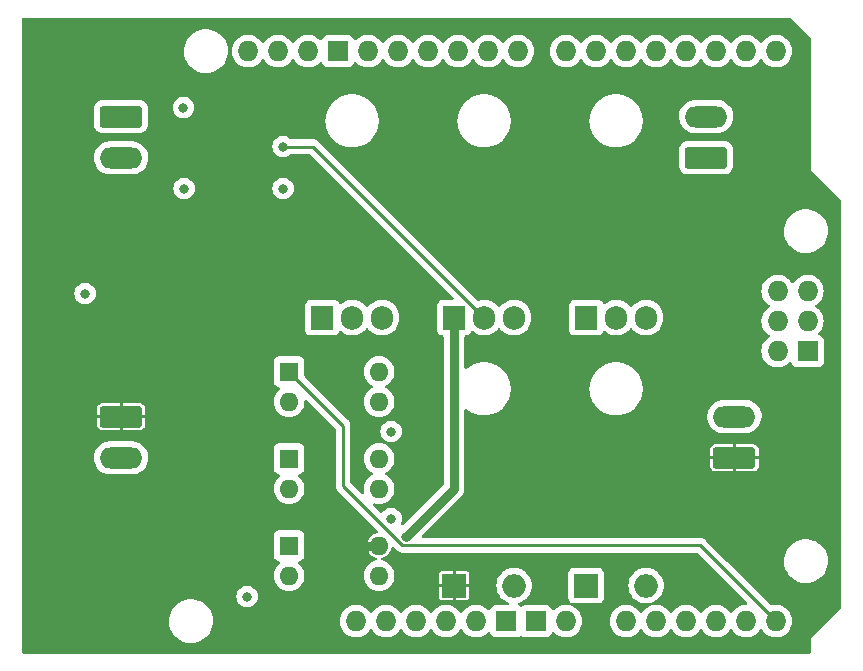
<source format=gbr>
%TF.GenerationSoftware,KiCad,Pcbnew,(7.0.0)*%
%TF.CreationDate,2023-04-19T19:47:20-05:00*%
%TF.ProjectId,pump-lights-siren,70756d70-2d6c-4696-9768-74732d736972,rev?*%
%TF.SameCoordinates,Original*%
%TF.FileFunction,Copper,L3,Inr*%
%TF.FilePolarity,Positive*%
%FSLAX46Y46*%
G04 Gerber Fmt 4.6, Leading zero omitted, Abs format (unit mm)*
G04 Created by KiCad (PCBNEW (7.0.0)) date 2023-04-19 19:47:20*
%MOMM*%
%LPD*%
G01*
G04 APERTURE LIST*
G04 Aperture macros list*
%AMRoundRect*
0 Rectangle with rounded corners*
0 $1 Rounding radius*
0 $2 $3 $4 $5 $6 $7 $8 $9 X,Y pos of 4 corners*
0 Add a 4 corners polygon primitive as box body*
4,1,4,$2,$3,$4,$5,$6,$7,$8,$9,$2,$3,0*
0 Add four circle primitives for the rounded corners*
1,1,$1+$1,$2,$3*
1,1,$1+$1,$4,$5*
1,1,$1+$1,$6,$7*
1,1,$1+$1,$8,$9*
0 Add four rect primitives between the rounded corners*
20,1,$1+$1,$2,$3,$4,$5,0*
20,1,$1+$1,$4,$5,$6,$7,0*
20,1,$1+$1,$6,$7,$8,$9,0*
20,1,$1+$1,$8,$9,$2,$3,0*%
G04 Aperture macros list end*
%TA.AperFunction,ComponentPad*%
%ADD10RoundRect,0.250000X1.550000X-0.650000X1.550000X0.650000X-1.550000X0.650000X-1.550000X-0.650000X0*%
%TD*%
%TA.AperFunction,ComponentPad*%
%ADD11O,3.600000X1.800000*%
%TD*%
%TA.AperFunction,ComponentPad*%
%ADD12R,1.905000X2.000000*%
%TD*%
%TA.AperFunction,ComponentPad*%
%ADD13O,1.905000X2.000000*%
%TD*%
%TA.AperFunction,ComponentPad*%
%ADD14R,2.000000X2.000000*%
%TD*%
%TA.AperFunction,ComponentPad*%
%ADD15O,2.000000X2.000000*%
%TD*%
%TA.AperFunction,ComponentPad*%
%ADD16O,1.727200X1.727200*%
%TD*%
%TA.AperFunction,ComponentPad*%
%ADD17R,1.727200X1.727200*%
%TD*%
%TA.AperFunction,ComponentPad*%
%ADD18R,1.600000X1.600000*%
%TD*%
%TA.AperFunction,ComponentPad*%
%ADD19O,1.600000X1.600000*%
%TD*%
%TA.AperFunction,ComponentPad*%
%ADD20RoundRect,0.250000X-1.550000X0.650000X-1.550000X-0.650000X1.550000X-0.650000X1.550000X0.650000X0*%
%TD*%
%TA.AperFunction,ViaPad*%
%ADD21C,0.800000*%
%TD*%
%TA.AperFunction,Conductor*%
%ADD22C,0.762000*%
%TD*%
%TA.AperFunction,Conductor*%
%ADD23C,0.254000*%
%TD*%
G04 APERTURE END LIST*
D10*
%TO.N,+12P*%
%TO.C,J3*%
X167501500Y-117800000D03*
D11*
%TO.N,Net-(D11-A)*%
X167501499Y-114299999D03*
%TD*%
D12*
%TO.N,Net-(D7-A)*%
%TO.C,Q2*%
X143763999Y-105917999D03*
D13*
%TO.N,Net-(D11-A)*%
X146303999Y-105917999D03*
%TO.N,GNDPWR*%
X148843999Y-105917999D03*
%TD*%
D12*
%TO.N,Net-(D12-A)*%
%TO.C,Q3*%
X154939999Y-105917999D03*
D13*
%TO.N,Net-(D14-A)*%
X157479999Y-105917999D03*
%TO.N,GND*%
X160019999Y-105917999D03*
%TD*%
D14*
%TO.N,+12P*%
%TO.C,D11*%
X143763999Y-128609999D03*
D15*
%TO.N,Net-(D11-A)*%
X148843999Y-128609999D03*
%TD*%
D12*
%TO.N,Net-(D6-A)*%
%TO.C,Q1*%
X132587999Y-105917999D03*
D13*
%TO.N,Net-(J2-Pin_2)*%
X135127999Y-105917999D03*
%TO.N,GND*%
X137667999Y-105917999D03*
%TD*%
D10*
%TO.N,+12V*%
%TO.C,J2*%
X165100000Y-92400000D03*
D11*
%TO.N,Net-(J2-Pin_2)*%
X165099999Y-88899999D03*
%TD*%
D16*
%TO.N,*%
%TO.C,XA1*%
X135464999Y-131618736D03*
%TO.N,unconnected-(XA1-3.3V-Pad3V3)*%
X143084999Y-131618736D03*
%TO.N,unconnected-(XA1-5V-Pad5V1)*%
X145624999Y-131618736D03*
%TO.N,unconnected-(XA1-SPI_5V-Pad5V2)*%
X173691999Y-103678736D03*
%TO.N,unconnected-(XA1-PadA0)*%
X158324999Y-131618736D03*
%TO.N,unconnected-(XA1-PadA1)*%
X160864999Y-131618736D03*
%TO.N,unconnected-(XA1-PadA2)*%
X163404999Y-131618736D03*
%TO.N,a3*%
X165944999Y-131618736D03*
%TO.N,a4*%
X168484999Y-131618736D03*
%TO.N,a5*%
X171024999Y-131618736D03*
%TO.N,unconnected-(XA1-PadAREF)*%
X131400999Y-83358736D03*
%TO.N,unconnected-(XA1-D0{slash}RX-PadD0)*%
X171024999Y-83358736D03*
%TO.N,unconnected-(XA1-D1{slash}TX-PadD1)*%
X168484999Y-83358736D03*
%TO.N,unconnected-(XA1-D2_INT0-PadD2)*%
X165944999Y-83358736D03*
%TO.N,unconnected-(XA1-D3_INT1-PadD3)*%
X163404999Y-83358736D03*
%TO.N,unconnected-(XA1-PadD4)*%
X160864999Y-83358736D03*
%TO.N,unconnected-(XA1-PadD5)*%
X158324999Y-83358736D03*
%TO.N,unconnected-(XA1-PadD6)*%
X155784999Y-83358736D03*
%TO.N,unconnected-(XA1-PadD7)*%
X153244999Y-83358736D03*
%TO.N,unconnected-(XA1-PadD8)*%
X149180999Y-83358736D03*
%TO.N,unconnected-(XA1-PadD9)*%
X146640999Y-83358736D03*
%TO.N,unconnected-(XA1-D10_CS-PadD10)*%
X144100999Y-83358736D03*
%TO.N,unconnected-(XA1-PadD11)*%
X141560999Y-83358736D03*
%TO.N,unconnected-(XA1-PadD12)*%
X139020999Y-83358736D03*
%TO.N,unconnected-(XA1-PadD13)*%
X136480999Y-83358736D03*
D17*
%TO.N,GND*%
X133940999Y-83358736D03*
X148164999Y-131618736D03*
X150704999Y-131618736D03*
%TO.N,unconnected-(XA1-SPI_GND-PadGND4)*%
X173691999Y-108758736D03*
D16*
%TO.N,unconnected-(XA1-IOREF-PadIORF)*%
X138004999Y-131618736D03*
%TO.N,unconnected-(XA1-SPI_MISO-PadMISO)*%
X171151999Y-103678736D03*
%TO.N,unconnected-(XA1-SPI_MOSI-PadMOSI)*%
X173691999Y-106218736D03*
%TO.N,unconnected-(XA1-RESET-PadRST1)*%
X140544999Y-131618736D03*
%TO.N,unconnected-(XA1-SPI_RESET-PadRST2)*%
X171151999Y-108758736D03*
%TO.N,unconnected-(XA1-SPI_SCK-PadSCK)*%
X171151999Y-106218736D03*
%TO.N,unconnected-(XA1-PadSCL)*%
X126320999Y-83358736D03*
%TO.N,unconnected-(XA1-PadSDA)*%
X128860999Y-83358736D03*
%TO.N,+12V*%
X153244999Y-131618736D03*
%TD*%
D18*
%TO.N,a3*%
%TO.C,T2*%
X129793999Y-125221999D03*
D19*
%TO.N,Net-(T2-LogicGnd)*%
X129793999Y-127761999D03*
%TO.N,Net-(T2-Emitter)*%
X137413999Y-127761999D03*
%TO.N,+12P*%
X137413999Y-125221999D03*
%TD*%
D18*
%TO.N,a4*%
%TO.C,T3*%
X129793999Y-117855999D03*
D19*
%TO.N,Net-(T3-LogicGnd)*%
X129793999Y-120395999D03*
%TO.N,Net-(T3-Emitter)*%
X137413999Y-120395999D03*
%TO.N,+12V*%
X137413999Y-117855999D03*
%TD*%
D20*
%TO.N,+12V*%
%TO.C,J4*%
X115570000Y-88900000D03*
D11*
%TO.N,Net-(D14-A)*%
X115569999Y-92399999D03*
%TD*%
D18*
%TO.N,a5*%
%TO.C,T1*%
X129793999Y-110489999D03*
D19*
%TO.N,Net-(T1-LogicGnd)*%
X129793999Y-113029999D03*
%TO.N,Net-(T1-Emitter)*%
X137413999Y-113029999D03*
%TO.N,+12V*%
X137413999Y-110489999D03*
%TD*%
D14*
%TO.N,+12V*%
%TO.C,D14*%
X154939999Y-128609999D03*
D15*
%TO.N,Net-(D14-A)*%
X160019999Y-128609999D03*
%TD*%
D20*
%TO.N,+12P*%
%TO.C,J1*%
X115570000Y-114300000D03*
D11*
%TO.N,GNDPWR*%
X115569999Y-117799999D03*
%TD*%
D21*
%TO.N,+12V*%
X120857000Y-88138000D03*
X120904000Y-94996000D03*
X112522000Y-103886000D03*
%TO.N,+12P*%
X120904000Y-91419500D03*
%TO.N,Net-(D6-A)*%
X138430000Y-115570000D03*
%TO.N,GNDPWR*%
X126238000Y-129540000D03*
%TO.N,Net-(D7-A)*%
X139700000Y-124460000D03*
%TO.N,Net-(D11-A)*%
X129286000Y-91440000D03*
%TO.N,Net-(D12-A)*%
X138430000Y-122936000D03*
%TO.N,Net-(D14-A)*%
X129286000Y-94996000D03*
%TD*%
D22*
%TO.N,+12P*%
X137414000Y-125222000D02*
X136144000Y-125222000D01*
D23*
%TO.N,a5*%
X134366000Y-115062000D02*
X129794000Y-110490000D01*
X164593263Y-125187000D02*
X139398866Y-125187000D01*
X171025000Y-131618737D02*
X164593263Y-125187000D01*
X139398866Y-125187000D02*
X134366000Y-120154134D01*
X134366000Y-120154134D02*
X134366000Y-115062000D01*
D22*
%TO.N,Net-(D7-A)*%
X139700000Y-124460000D02*
X143764000Y-120396000D01*
X143764000Y-120396000D02*
X143764000Y-105918000D01*
D23*
%TO.N,Net-(D11-A)*%
X146304000Y-105918000D02*
X131826000Y-91440000D01*
X131826000Y-91440000D02*
X129286000Y-91440000D01*
%TD*%
%TA.AperFunction,Conductor*%
%TO.N,+12P*%
G36*
X172207883Y-80527939D02*
G01*
X172248111Y-80554819D01*
X173953181Y-82259888D01*
X173980061Y-82300116D01*
X173989500Y-82347569D01*
X173989500Y-93471899D01*
X173989458Y-93472000D01*
X173989576Y-93472284D01*
X173989617Y-93472383D01*
X173989715Y-93472423D01*
X173998301Y-93481009D01*
X173998302Y-93481010D01*
X176493181Y-95975888D01*
X176520061Y-96016116D01*
X176529500Y-96063569D01*
X176529500Y-130504431D01*
X176520061Y-130551884D01*
X176493181Y-130592112D01*
X173998060Y-133087229D01*
X173998055Y-133087235D01*
X173989715Y-133095576D01*
X173989617Y-133095617D01*
X173989576Y-133095715D01*
X173989576Y-133095716D01*
X173989458Y-133096000D01*
X173989500Y-133096101D01*
X173989500Y-133108051D01*
X173989500Y-134241500D01*
X173972887Y-134303500D01*
X173927500Y-134348887D01*
X173865500Y-134365500D01*
X107442099Y-134365500D01*
X107312500Y-134365500D01*
X107250500Y-134348887D01*
X107205113Y-134303500D01*
X107188500Y-134241500D01*
X107188500Y-131686648D01*
X119636780Y-131686648D01*
X119637274Y-131691145D01*
X119637275Y-131691150D01*
X119665973Y-131951972D01*
X119665974Y-131951979D01*
X119666470Y-131956484D01*
X119667615Y-131960864D01*
X119667617Y-131960874D01*
X119731125Y-132203793D01*
X119735132Y-132219121D01*
X119736897Y-132223275D01*
X119736900Y-132223283D01*
X119838865Y-132463225D01*
X119841303Y-132468961D01*
X119843665Y-132472832D01*
X119843666Y-132472833D01*
X119911128Y-132583375D01*
X119982719Y-132700681D01*
X119985612Y-132704157D01*
X119985614Y-132704160D01*
X120002681Y-132724668D01*
X120156368Y-132909341D01*
X120159734Y-132912357D01*
X120159737Y-132912360D01*
X120228214Y-132973716D01*
X120358546Y-133090494D01*
X120584947Y-133240279D01*
X120830743Y-133355504D01*
X120835077Y-133356808D01*
X120835080Y-133356809D01*
X120897963Y-133375727D01*
X121090697Y-133433712D01*
X121359268Y-133473237D01*
X121560520Y-133473237D01*
X121562781Y-133473237D01*
X121765740Y-133458382D01*
X122030709Y-133399358D01*
X122284261Y-133302383D01*
X122520991Y-133169523D01*
X122735853Y-133003612D01*
X122924269Y-132808184D01*
X123082223Y-132587405D01*
X123206348Y-132345981D01*
X123293998Y-132089057D01*
X123343306Y-131822108D01*
X123350738Y-131618737D01*
X134096225Y-131618737D01*
X134096649Y-131623854D01*
X134114468Y-131838911D01*
X134114469Y-131838920D01*
X134114893Y-131844030D01*
X134116150Y-131848997D01*
X134116152Y-131849004D01*
X134143370Y-131956484D01*
X134170389Y-132063178D01*
X134172449Y-132067874D01*
X134259138Y-132265507D01*
X134259141Y-132265512D01*
X134261198Y-132270202D01*
X134298809Y-132327770D01*
X134382042Y-132455168D01*
X134382045Y-132455172D01*
X134384844Y-132459456D01*
X134388309Y-132463220D01*
X134388313Y-132463225D01*
X134534485Y-132622009D01*
X134537954Y-132625777D01*
X134716351Y-132764630D01*
X134915169Y-132872225D01*
X135128986Y-132945628D01*
X135351967Y-132982837D01*
X135572900Y-132982837D01*
X135578033Y-132982837D01*
X135801014Y-132945628D01*
X136014831Y-132872225D01*
X136213649Y-132764630D01*
X136392046Y-132625777D01*
X136545156Y-132459456D01*
X136631190Y-132327770D01*
X136675982Y-132286536D01*
X136735000Y-132271591D01*
X136794018Y-132286536D01*
X136838809Y-132327770D01*
X136922038Y-132455163D01*
X136922045Y-132455172D01*
X136924844Y-132459456D01*
X136928309Y-132463220D01*
X136928313Y-132463225D01*
X137074485Y-132622009D01*
X137077954Y-132625777D01*
X137256351Y-132764630D01*
X137455169Y-132872225D01*
X137668986Y-132945628D01*
X137891967Y-132982837D01*
X138112900Y-132982837D01*
X138118033Y-132982837D01*
X138341014Y-132945628D01*
X138554831Y-132872225D01*
X138753649Y-132764630D01*
X138932046Y-132625777D01*
X139085156Y-132459456D01*
X139171190Y-132327770D01*
X139215982Y-132286536D01*
X139275000Y-132271591D01*
X139334018Y-132286536D01*
X139378809Y-132327770D01*
X139462038Y-132455163D01*
X139462045Y-132455172D01*
X139464844Y-132459456D01*
X139468309Y-132463220D01*
X139468313Y-132463225D01*
X139614485Y-132622009D01*
X139617954Y-132625777D01*
X139796351Y-132764630D01*
X139995169Y-132872225D01*
X140208986Y-132945628D01*
X140431967Y-132982837D01*
X140652900Y-132982837D01*
X140658033Y-132982837D01*
X140881014Y-132945628D01*
X141094831Y-132872225D01*
X141293649Y-132764630D01*
X141472046Y-132625777D01*
X141625156Y-132459456D01*
X141711190Y-132327770D01*
X141755982Y-132286536D01*
X141815000Y-132271591D01*
X141874018Y-132286536D01*
X141918809Y-132327770D01*
X142002038Y-132455163D01*
X142002045Y-132455172D01*
X142004844Y-132459456D01*
X142008309Y-132463220D01*
X142008313Y-132463225D01*
X142154485Y-132622009D01*
X142157954Y-132625777D01*
X142336351Y-132764630D01*
X142535169Y-132872225D01*
X142748986Y-132945628D01*
X142971967Y-132982837D01*
X143192900Y-132982837D01*
X143198033Y-132982837D01*
X143421014Y-132945628D01*
X143634831Y-132872225D01*
X143833649Y-132764630D01*
X144012046Y-132625777D01*
X144165156Y-132459456D01*
X144251190Y-132327770D01*
X144295982Y-132286536D01*
X144355000Y-132271591D01*
X144414018Y-132286536D01*
X144458809Y-132327770D01*
X144542038Y-132455163D01*
X144542045Y-132455172D01*
X144544844Y-132459456D01*
X144548309Y-132463220D01*
X144548313Y-132463225D01*
X144694485Y-132622009D01*
X144697954Y-132625777D01*
X144876351Y-132764630D01*
X145075169Y-132872225D01*
X145288986Y-132945628D01*
X145511967Y-132982837D01*
X145732900Y-132982837D01*
X145738033Y-132982837D01*
X145961014Y-132945628D01*
X146174831Y-132872225D01*
X146373649Y-132764630D01*
X146552046Y-132625777D01*
X146606433Y-132566696D01*
X146659056Y-132532842D01*
X146721511Y-132528994D01*
X146777893Y-132556132D01*
X146813845Y-132607345D01*
X146820720Y-132625777D01*
X146857604Y-132724668D01*
X146862918Y-132731767D01*
X146862919Y-132731768D01*
X146894999Y-132774622D01*
X146943854Y-132839883D01*
X147059069Y-132926133D01*
X147193917Y-132976428D01*
X147253527Y-132982837D01*
X149076472Y-132982836D01*
X149136083Y-132976428D01*
X149270931Y-132926133D01*
X149360689Y-132858940D01*
X149408640Y-132837041D01*
X149461357Y-132837041D01*
X149509310Y-132858940D01*
X149527057Y-132872225D01*
X149599069Y-132926133D01*
X149733917Y-132976428D01*
X149793527Y-132982837D01*
X151616472Y-132982836D01*
X151676083Y-132976428D01*
X151810931Y-132926133D01*
X151926146Y-132839883D01*
X152012396Y-132724668D01*
X152056154Y-132607345D01*
X152092106Y-132556132D01*
X152148487Y-132528994D01*
X152210942Y-132532842D01*
X152263566Y-132566696D01*
X152314480Y-132622004D01*
X152317954Y-132625777D01*
X152496351Y-132764630D01*
X152695169Y-132872225D01*
X152908986Y-132945628D01*
X153131967Y-132982837D01*
X153352900Y-132982837D01*
X153358033Y-132982837D01*
X153581014Y-132945628D01*
X153794831Y-132872225D01*
X153993649Y-132764630D01*
X154172046Y-132625777D01*
X154325156Y-132459456D01*
X154448802Y-132270202D01*
X154539611Y-132063178D01*
X154595107Y-131844030D01*
X154613775Y-131618737D01*
X154595107Y-131393444D01*
X154539611Y-131174296D01*
X154448802Y-130967272D01*
X154325156Y-130778018D01*
X154321688Y-130774251D01*
X154321686Y-130774248D01*
X154175514Y-130615464D01*
X154175512Y-130615462D01*
X154172046Y-130611697D01*
X154095199Y-130551884D01*
X153997694Y-130475992D01*
X153997691Y-130475990D01*
X153993649Y-130472844D01*
X153933883Y-130440500D01*
X153799335Y-130367686D01*
X153799330Y-130367684D01*
X153794831Y-130365249D01*
X153789990Y-130363587D01*
X153789983Y-130363584D01*
X153585867Y-130293512D01*
X153585866Y-130293511D01*
X153581014Y-130291846D01*
X153575964Y-130291003D01*
X153575955Y-130291001D01*
X153363095Y-130255481D01*
X153363086Y-130255480D01*
X153358033Y-130254637D01*
X153131967Y-130254637D01*
X153126914Y-130255480D01*
X153126904Y-130255481D01*
X152914044Y-130291001D01*
X152914032Y-130291003D01*
X152908986Y-130291846D01*
X152904136Y-130293510D01*
X152904132Y-130293512D01*
X152700016Y-130363584D01*
X152700005Y-130363588D01*
X152695169Y-130365249D01*
X152690673Y-130367681D01*
X152690664Y-130367686D01*
X152500857Y-130470405D01*
X152500852Y-130470407D01*
X152496351Y-130472844D01*
X152492314Y-130475985D01*
X152492305Y-130475992D01*
X152321995Y-130608551D01*
X152321989Y-130608555D01*
X152317954Y-130611697D01*
X152314492Y-130615457D01*
X152314484Y-130615465D01*
X152263565Y-130670778D01*
X152210941Y-130704631D01*
X152148487Y-130708479D01*
X152092106Y-130681341D01*
X152056154Y-130630127D01*
X152049280Y-130611697D01*
X152012396Y-130512806D01*
X151926146Y-130397591D01*
X151810931Y-130311341D01*
X151676083Y-130261046D01*
X151668370Y-130260216D01*
X151668367Y-130260216D01*
X151619780Y-130254992D01*
X151619769Y-130254991D01*
X151616473Y-130254637D01*
X151613150Y-130254637D01*
X149796839Y-130254637D01*
X149796820Y-130254637D01*
X149793528Y-130254638D01*
X149790250Y-130254990D01*
X149790238Y-130254991D01*
X149741631Y-130260216D01*
X149741625Y-130260217D01*
X149733917Y-130261046D01*
X149726652Y-130263755D01*
X149726646Y-130263757D01*
X149607380Y-130308241D01*
X149607378Y-130308241D01*
X149599069Y-130311341D01*
X149591972Y-130316653D01*
X149591964Y-130316658D01*
X149509310Y-130378533D01*
X149461358Y-130400432D01*
X149408642Y-130400432D01*
X149360690Y-130378533D01*
X149278035Y-130316658D01*
X149278029Y-130316655D01*
X149270931Y-130311341D01*
X149230388Y-130296219D01*
X149180746Y-130262083D01*
X149153052Y-130208577D01*
X149153844Y-130148334D01*
X149182937Y-130095576D01*
X149233459Y-130062758D01*
X149448810Y-129988828D01*
X149667509Y-129870474D01*
X149863744Y-129717738D01*
X149921887Y-129654578D01*
X153439500Y-129654578D01*
X153439501Y-129657872D01*
X153439853Y-129661150D01*
X153439854Y-129661161D01*
X153445079Y-129709768D01*
X153445080Y-129709773D01*
X153445909Y-129717483D01*
X153448619Y-129724749D01*
X153448620Y-129724753D01*
X153469255Y-129780077D01*
X153496204Y-129852331D01*
X153501518Y-129859430D01*
X153501519Y-129859431D01*
X153507425Y-129867321D01*
X153582454Y-129967546D01*
X153697669Y-130053796D01*
X153832517Y-130104091D01*
X153892127Y-130110500D01*
X155987872Y-130110499D01*
X156047483Y-130104091D01*
X156182331Y-130053796D01*
X156297546Y-129967546D01*
X156383796Y-129852331D01*
X156434091Y-129717483D01*
X156440500Y-129657873D01*
X156440499Y-128610000D01*
X158514357Y-128610000D01*
X158514781Y-128615117D01*
X158534467Y-128852701D01*
X158534468Y-128852709D01*
X158534892Y-128857821D01*
X158536149Y-128862788D01*
X158536151Y-128862795D01*
X158587982Y-129067468D01*
X158595937Y-129098881D01*
X158597997Y-129103577D01*
X158693766Y-129321910D01*
X158693769Y-129321916D01*
X158695827Y-129326607D01*
X158698627Y-129330893D01*
X158698631Y-129330900D01*
X158716470Y-129358204D01*
X158831836Y-129534785D01*
X158835310Y-129538559D01*
X158835311Y-129538560D01*
X158996784Y-129713967D01*
X158996787Y-129713970D01*
X159000256Y-129717738D01*
X159196491Y-129870474D01*
X159415190Y-129988828D01*
X159650386Y-130069571D01*
X159895665Y-130110500D01*
X160139201Y-130110500D01*
X160144335Y-130110500D01*
X160389614Y-130069571D01*
X160624810Y-129988828D01*
X160843509Y-129870474D01*
X161039744Y-129717738D01*
X161208164Y-129534785D01*
X161344173Y-129326607D01*
X161444063Y-129098881D01*
X161505108Y-128857821D01*
X161525643Y-128610000D01*
X161505108Y-128362179D01*
X161444063Y-128121119D01*
X161344173Y-127893393D01*
X161208164Y-127685215D01*
X161151959Y-127624160D01*
X161043215Y-127506032D01*
X161043211Y-127506029D01*
X161039744Y-127502262D01*
X160877497Y-127375980D01*
X160847559Y-127352678D01*
X160847557Y-127352676D01*
X160843509Y-127349526D01*
X160780642Y-127315504D01*
X160629316Y-127233610D01*
X160629310Y-127233607D01*
X160624810Y-127231172D01*
X160619969Y-127229510D01*
X160619962Y-127229507D01*
X160394465Y-127152094D01*
X160394461Y-127152093D01*
X160389614Y-127150429D01*
X160346790Y-127143283D01*
X160149398Y-127110344D01*
X160149387Y-127110343D01*
X160144335Y-127109500D01*
X159895665Y-127109500D01*
X159890613Y-127110343D01*
X159890601Y-127110344D01*
X159655443Y-127149585D01*
X159655441Y-127149585D01*
X159650386Y-127150429D01*
X159645541Y-127152092D01*
X159645534Y-127152094D01*
X159420037Y-127229507D01*
X159420026Y-127229511D01*
X159415190Y-127231172D01*
X159410693Y-127233605D01*
X159410683Y-127233610D01*
X159201002Y-127347084D01*
X159200995Y-127347088D01*
X159196491Y-127349526D01*
X159192448Y-127352672D01*
X159192440Y-127352678D01*
X159004304Y-127499111D01*
X159000256Y-127502262D01*
X158996793Y-127506023D01*
X158996784Y-127506032D01*
X158835311Y-127681439D01*
X158835305Y-127681446D01*
X158831836Y-127685215D01*
X158829031Y-127689506D01*
X158829028Y-127689512D01*
X158698631Y-127889099D01*
X158698624Y-127889111D01*
X158695827Y-127893393D01*
X158693772Y-127898077D01*
X158693766Y-127898089D01*
X158597997Y-128116422D01*
X158595937Y-128121119D01*
X158594679Y-128126084D01*
X158594678Y-128126089D01*
X158536151Y-128357204D01*
X158536149Y-128357213D01*
X158534892Y-128362179D01*
X158534468Y-128367288D01*
X158534467Y-128367298D01*
X158515459Y-128596703D01*
X158514357Y-128610000D01*
X156440499Y-128610000D01*
X156440499Y-127562128D01*
X156434091Y-127502517D01*
X156383796Y-127367669D01*
X156297546Y-127252454D01*
X156182331Y-127166204D01*
X156047483Y-127115909D01*
X156039770Y-127115079D01*
X156039767Y-127115079D01*
X155991180Y-127109855D01*
X155991169Y-127109854D01*
X155987873Y-127109500D01*
X155984550Y-127109500D01*
X153895439Y-127109500D01*
X153895420Y-127109500D01*
X153892128Y-127109501D01*
X153888850Y-127109853D01*
X153888838Y-127109854D01*
X153840231Y-127115079D01*
X153840225Y-127115080D01*
X153832517Y-127115909D01*
X153825252Y-127118618D01*
X153825246Y-127118620D01*
X153705980Y-127163104D01*
X153705978Y-127163104D01*
X153697669Y-127166204D01*
X153690572Y-127171516D01*
X153690568Y-127171519D01*
X153589550Y-127247141D01*
X153589546Y-127247144D01*
X153582454Y-127252454D01*
X153577144Y-127259546D01*
X153577141Y-127259550D01*
X153501519Y-127360568D01*
X153501516Y-127360572D01*
X153496204Y-127367669D01*
X153493104Y-127375978D01*
X153493104Y-127375980D01*
X153448620Y-127495247D01*
X153448619Y-127495250D01*
X153445909Y-127502517D01*
X153445079Y-127510227D01*
X153445079Y-127510232D01*
X153439855Y-127558819D01*
X153439854Y-127558831D01*
X153439500Y-127562127D01*
X153439500Y-127565448D01*
X153439500Y-127565449D01*
X153439500Y-129654560D01*
X153439500Y-129654578D01*
X149921887Y-129654578D01*
X150032164Y-129534785D01*
X150168173Y-129326607D01*
X150268063Y-129098881D01*
X150329108Y-128857821D01*
X150349643Y-128610000D01*
X150329108Y-128362179D01*
X150268063Y-128121119D01*
X150168173Y-127893393D01*
X150032164Y-127685215D01*
X149975959Y-127624160D01*
X149867215Y-127506032D01*
X149867211Y-127506029D01*
X149863744Y-127502262D01*
X149701497Y-127375980D01*
X149671559Y-127352678D01*
X149671557Y-127352676D01*
X149667509Y-127349526D01*
X149604642Y-127315504D01*
X149453316Y-127233610D01*
X149453310Y-127233607D01*
X149448810Y-127231172D01*
X149443969Y-127229510D01*
X149443962Y-127229507D01*
X149218465Y-127152094D01*
X149218461Y-127152093D01*
X149213614Y-127150429D01*
X149170790Y-127143283D01*
X148973398Y-127110344D01*
X148973387Y-127110343D01*
X148968335Y-127109500D01*
X148719665Y-127109500D01*
X148714613Y-127110343D01*
X148714601Y-127110344D01*
X148479443Y-127149585D01*
X148479441Y-127149585D01*
X148474386Y-127150429D01*
X148469541Y-127152092D01*
X148469534Y-127152094D01*
X148244037Y-127229507D01*
X148244026Y-127229511D01*
X148239190Y-127231172D01*
X148234693Y-127233605D01*
X148234683Y-127233610D01*
X148025002Y-127347084D01*
X148024995Y-127347088D01*
X148020491Y-127349526D01*
X148016448Y-127352672D01*
X148016440Y-127352678D01*
X147828304Y-127499111D01*
X147824256Y-127502262D01*
X147820793Y-127506023D01*
X147820784Y-127506032D01*
X147659311Y-127681439D01*
X147659305Y-127681446D01*
X147655836Y-127685215D01*
X147653031Y-127689506D01*
X147653028Y-127689512D01*
X147522631Y-127889099D01*
X147522624Y-127889111D01*
X147519827Y-127893393D01*
X147517772Y-127898077D01*
X147517766Y-127898089D01*
X147421997Y-128116422D01*
X147419937Y-128121119D01*
X147418679Y-128126084D01*
X147418678Y-128126089D01*
X147360151Y-128357204D01*
X147360149Y-128357213D01*
X147358892Y-128362179D01*
X147358468Y-128367288D01*
X147358467Y-128367298D01*
X147339459Y-128596703D01*
X147338357Y-128610000D01*
X147338781Y-128615117D01*
X147358467Y-128852701D01*
X147358468Y-128852709D01*
X147358892Y-128857821D01*
X147360149Y-128862788D01*
X147360151Y-128862795D01*
X147411982Y-129067468D01*
X147419937Y-129098881D01*
X147421997Y-129103577D01*
X147517766Y-129321910D01*
X147517769Y-129321916D01*
X147519827Y-129326607D01*
X147522627Y-129330893D01*
X147522631Y-129330900D01*
X147540470Y-129358204D01*
X147655836Y-129534785D01*
X147659310Y-129538559D01*
X147659311Y-129538560D01*
X147820784Y-129713967D01*
X147820787Y-129713970D01*
X147824256Y-129717738D01*
X148020491Y-129870474D01*
X148239190Y-129988828D01*
X148244036Y-129990491D01*
X148244037Y-129990492D01*
X148310638Y-130013356D01*
X148366956Y-130052867D01*
X148393545Y-130116317D01*
X148382222Y-130184174D01*
X148336471Y-130235553D01*
X148270375Y-130254637D01*
X147256839Y-130254637D01*
X147256820Y-130254637D01*
X147253528Y-130254638D01*
X147250250Y-130254990D01*
X147250238Y-130254991D01*
X147201631Y-130260216D01*
X147201625Y-130260217D01*
X147193917Y-130261046D01*
X147186652Y-130263755D01*
X147186646Y-130263757D01*
X147067380Y-130308241D01*
X147067378Y-130308241D01*
X147059069Y-130311341D01*
X147051972Y-130316653D01*
X147051968Y-130316656D01*
X146950950Y-130392278D01*
X146950946Y-130392281D01*
X146943854Y-130397591D01*
X146938544Y-130404683D01*
X146938541Y-130404687D01*
X146862919Y-130505705D01*
X146862916Y-130505709D01*
X146857604Y-130512806D01*
X146854504Y-130521115D01*
X146854505Y-130521115D01*
X146813845Y-130630128D01*
X146777893Y-130681341D01*
X146721511Y-130708479D01*
X146659057Y-130704631D01*
X146606433Y-130670777D01*
X146555514Y-130615464D01*
X146555512Y-130615462D01*
X146552046Y-130611697D01*
X146475199Y-130551884D01*
X146377694Y-130475992D01*
X146377691Y-130475990D01*
X146373649Y-130472844D01*
X146313883Y-130440500D01*
X146179335Y-130367686D01*
X146179330Y-130367684D01*
X146174831Y-130365249D01*
X146169990Y-130363587D01*
X146169983Y-130363584D01*
X145965867Y-130293512D01*
X145965866Y-130293511D01*
X145961014Y-130291846D01*
X145955964Y-130291003D01*
X145955955Y-130291001D01*
X145743095Y-130255481D01*
X145743086Y-130255480D01*
X145738033Y-130254637D01*
X145511967Y-130254637D01*
X145506914Y-130255480D01*
X145506904Y-130255481D01*
X145294044Y-130291001D01*
X145294032Y-130291003D01*
X145288986Y-130291846D01*
X145284136Y-130293510D01*
X145284132Y-130293512D01*
X145080016Y-130363584D01*
X145080005Y-130363588D01*
X145075169Y-130365249D01*
X145070673Y-130367681D01*
X145070664Y-130367686D01*
X144880857Y-130470405D01*
X144880852Y-130470407D01*
X144876351Y-130472844D01*
X144872314Y-130475985D01*
X144872305Y-130475992D01*
X144701995Y-130608551D01*
X144701989Y-130608555D01*
X144697954Y-130611697D01*
X144694492Y-130615456D01*
X144694485Y-130615464D01*
X144548313Y-130774248D01*
X144548304Y-130774258D01*
X144544844Y-130778018D01*
X144542049Y-130782295D01*
X144542042Y-130782305D01*
X144458809Y-130909704D01*
X144414017Y-130950937D01*
X144355000Y-130965882D01*
X144295983Y-130950937D01*
X144251191Y-130909704D01*
X144167957Y-130782305D01*
X144167956Y-130782303D01*
X144165156Y-130778018D01*
X144161688Y-130774251D01*
X144161686Y-130774248D01*
X144015514Y-130615464D01*
X144015512Y-130615462D01*
X144012046Y-130611697D01*
X143935199Y-130551884D01*
X143837694Y-130475992D01*
X143837691Y-130475990D01*
X143833649Y-130472844D01*
X143773883Y-130440500D01*
X143639335Y-130367686D01*
X143639330Y-130367684D01*
X143634831Y-130365249D01*
X143629990Y-130363587D01*
X143629983Y-130363584D01*
X143425867Y-130293512D01*
X143425866Y-130293511D01*
X143421014Y-130291846D01*
X143415964Y-130291003D01*
X143415955Y-130291001D01*
X143203095Y-130255481D01*
X143203086Y-130255480D01*
X143198033Y-130254637D01*
X142971967Y-130254637D01*
X142966914Y-130255480D01*
X142966904Y-130255481D01*
X142754044Y-130291001D01*
X142754032Y-130291003D01*
X142748986Y-130291846D01*
X142744136Y-130293510D01*
X142744132Y-130293512D01*
X142540016Y-130363584D01*
X142540005Y-130363588D01*
X142535169Y-130365249D01*
X142530673Y-130367681D01*
X142530664Y-130367686D01*
X142340857Y-130470405D01*
X142340852Y-130470407D01*
X142336351Y-130472844D01*
X142332314Y-130475985D01*
X142332305Y-130475992D01*
X142161995Y-130608551D01*
X142161989Y-130608555D01*
X142157954Y-130611697D01*
X142154492Y-130615456D01*
X142154485Y-130615464D01*
X142008313Y-130774248D01*
X142008304Y-130774258D01*
X142004844Y-130778018D01*
X142002049Y-130782295D01*
X142002042Y-130782305D01*
X141918809Y-130909704D01*
X141874017Y-130950937D01*
X141815000Y-130965882D01*
X141755983Y-130950937D01*
X141711191Y-130909704D01*
X141627957Y-130782305D01*
X141627956Y-130782303D01*
X141625156Y-130778018D01*
X141621688Y-130774251D01*
X141621686Y-130774248D01*
X141475514Y-130615464D01*
X141475512Y-130615462D01*
X141472046Y-130611697D01*
X141395199Y-130551884D01*
X141297694Y-130475992D01*
X141297691Y-130475990D01*
X141293649Y-130472844D01*
X141233883Y-130440500D01*
X141099335Y-130367686D01*
X141099330Y-130367684D01*
X141094831Y-130365249D01*
X141089990Y-130363587D01*
X141089983Y-130363584D01*
X140885867Y-130293512D01*
X140885866Y-130293511D01*
X140881014Y-130291846D01*
X140875964Y-130291003D01*
X140875955Y-130291001D01*
X140663095Y-130255481D01*
X140663086Y-130255480D01*
X140658033Y-130254637D01*
X140431967Y-130254637D01*
X140426914Y-130255480D01*
X140426904Y-130255481D01*
X140214044Y-130291001D01*
X140214032Y-130291003D01*
X140208986Y-130291846D01*
X140204136Y-130293510D01*
X140204132Y-130293512D01*
X140000016Y-130363584D01*
X140000005Y-130363588D01*
X139995169Y-130365249D01*
X139990673Y-130367681D01*
X139990664Y-130367686D01*
X139800857Y-130470405D01*
X139800852Y-130470407D01*
X139796351Y-130472844D01*
X139792314Y-130475985D01*
X139792305Y-130475992D01*
X139621995Y-130608551D01*
X139621989Y-130608555D01*
X139617954Y-130611697D01*
X139614492Y-130615456D01*
X139614485Y-130615464D01*
X139468313Y-130774248D01*
X139468304Y-130774258D01*
X139464844Y-130778018D01*
X139462049Y-130782295D01*
X139462042Y-130782305D01*
X139378809Y-130909704D01*
X139334017Y-130950937D01*
X139275000Y-130965882D01*
X139215983Y-130950937D01*
X139171191Y-130909704D01*
X139087957Y-130782305D01*
X139087956Y-130782303D01*
X139085156Y-130778018D01*
X139081688Y-130774251D01*
X139081686Y-130774248D01*
X138935514Y-130615464D01*
X138935512Y-130615462D01*
X138932046Y-130611697D01*
X138855199Y-130551884D01*
X138757694Y-130475992D01*
X138757691Y-130475990D01*
X138753649Y-130472844D01*
X138693883Y-130440500D01*
X138559335Y-130367686D01*
X138559330Y-130367684D01*
X138554831Y-130365249D01*
X138549990Y-130363587D01*
X138549983Y-130363584D01*
X138345867Y-130293512D01*
X138345866Y-130293511D01*
X138341014Y-130291846D01*
X138335964Y-130291003D01*
X138335955Y-130291001D01*
X138123095Y-130255481D01*
X138123086Y-130255480D01*
X138118033Y-130254637D01*
X137891967Y-130254637D01*
X137886914Y-130255480D01*
X137886904Y-130255481D01*
X137674044Y-130291001D01*
X137674032Y-130291003D01*
X137668986Y-130291846D01*
X137664136Y-130293510D01*
X137664132Y-130293512D01*
X137460016Y-130363584D01*
X137460005Y-130363588D01*
X137455169Y-130365249D01*
X137450673Y-130367681D01*
X137450664Y-130367686D01*
X137260857Y-130470405D01*
X137260852Y-130470407D01*
X137256351Y-130472844D01*
X137252314Y-130475985D01*
X137252305Y-130475992D01*
X137081995Y-130608551D01*
X137081989Y-130608555D01*
X137077954Y-130611697D01*
X137074492Y-130615456D01*
X137074485Y-130615464D01*
X136928313Y-130774248D01*
X136928304Y-130774258D01*
X136924844Y-130778018D01*
X136922049Y-130782295D01*
X136922042Y-130782305D01*
X136838809Y-130909704D01*
X136794017Y-130950937D01*
X136735000Y-130965882D01*
X136675983Y-130950937D01*
X136631191Y-130909704D01*
X136547957Y-130782305D01*
X136547956Y-130782303D01*
X136545156Y-130778018D01*
X136541688Y-130774251D01*
X136541686Y-130774248D01*
X136395514Y-130615464D01*
X136395512Y-130615462D01*
X136392046Y-130611697D01*
X136315199Y-130551884D01*
X136217694Y-130475992D01*
X136217691Y-130475990D01*
X136213649Y-130472844D01*
X136153883Y-130440500D01*
X136019335Y-130367686D01*
X136019330Y-130367684D01*
X136014831Y-130365249D01*
X136009990Y-130363587D01*
X136009983Y-130363584D01*
X135805867Y-130293512D01*
X135805866Y-130293511D01*
X135801014Y-130291846D01*
X135795964Y-130291003D01*
X135795955Y-130291001D01*
X135583095Y-130255481D01*
X135583086Y-130255480D01*
X135578033Y-130254637D01*
X135351967Y-130254637D01*
X135346914Y-130255480D01*
X135346904Y-130255481D01*
X135134044Y-130291001D01*
X135134032Y-130291003D01*
X135128986Y-130291846D01*
X135124136Y-130293510D01*
X135124132Y-130293512D01*
X134920016Y-130363584D01*
X134920005Y-130363588D01*
X134915169Y-130365249D01*
X134910673Y-130367681D01*
X134910664Y-130367686D01*
X134720857Y-130470405D01*
X134720852Y-130470407D01*
X134716351Y-130472844D01*
X134712314Y-130475985D01*
X134712305Y-130475992D01*
X134541995Y-130608551D01*
X134541989Y-130608555D01*
X134537954Y-130611697D01*
X134534492Y-130615456D01*
X134534485Y-130615464D01*
X134388313Y-130774248D01*
X134388304Y-130774258D01*
X134384844Y-130778018D01*
X134382049Y-130782295D01*
X134382042Y-130782305D01*
X134298809Y-130909704D01*
X134261198Y-130967272D01*
X134259143Y-130971956D01*
X134259138Y-130971966D01*
X134179786Y-131152872D01*
X134170389Y-131174296D01*
X134169131Y-131179261D01*
X134169130Y-131179266D01*
X134116152Y-131388469D01*
X134116150Y-131388478D01*
X134114893Y-131393444D01*
X134114469Y-131398551D01*
X134114468Y-131398562D01*
X134102225Y-131546323D01*
X134096225Y-131618737D01*
X123350738Y-131618737D01*
X123353220Y-131550826D01*
X123323530Y-131280990D01*
X123254868Y-131018353D01*
X123148697Y-130768513D01*
X123007281Y-130536793D01*
X122833632Y-130328133D01*
X122830265Y-130325116D01*
X122830262Y-130325113D01*
X122634820Y-130149996D01*
X122631454Y-130146980D01*
X122474221Y-130042956D01*
X122408835Y-129999697D01*
X122408833Y-129999696D01*
X122405053Y-129997195D01*
X122400946Y-129995269D01*
X122400943Y-129995268D01*
X122227391Y-129913910D01*
X122159257Y-129881970D01*
X122154929Y-129880668D01*
X122154919Y-129880664D01*
X121903641Y-129805067D01*
X121903639Y-129805066D01*
X121899303Y-129803762D01*
X121894823Y-129803102D01*
X121894820Y-129803102D01*
X121635206Y-129764895D01*
X121635200Y-129764894D01*
X121630732Y-129764237D01*
X121427219Y-129764237D01*
X121424968Y-129764401D01*
X121424961Y-129764402D01*
X121228779Y-129778761D01*
X121228775Y-129778761D01*
X121224260Y-129779092D01*
X121219846Y-129780075D01*
X121219834Y-129780077D01*
X120963717Y-129837129D01*
X120963703Y-129837133D01*
X120959291Y-129838116D01*
X120955065Y-129839732D01*
X120955056Y-129839735D01*
X120709970Y-129933472D01*
X120709960Y-129933476D01*
X120705739Y-129935091D01*
X120701798Y-129937302D01*
X120701789Y-129937307D01*
X120472960Y-130065733D01*
X120472954Y-130065736D01*
X120469009Y-130067951D01*
X120465438Y-130070708D01*
X120465425Y-130070717D01*
X120257731Y-130231094D01*
X120257726Y-130231097D01*
X120254147Y-130233862D01*
X120251007Y-130237117D01*
X120251000Y-130237125D01*
X120068875Y-130426028D01*
X120068868Y-130426035D01*
X120065731Y-130429290D01*
X120063106Y-130432958D01*
X120063096Y-130432971D01*
X119910410Y-130646388D01*
X119910406Y-130646393D01*
X119907777Y-130650069D01*
X119905708Y-130654092D01*
X119905705Y-130654098D01*
X119785726Y-130887457D01*
X119785720Y-130887468D01*
X119783652Y-130891493D01*
X119782192Y-130895772D01*
X119782188Y-130895782D01*
X119697463Y-131144133D01*
X119696002Y-131148417D01*
X119695179Y-131152870D01*
X119695179Y-131152872D01*
X119647517Y-131410905D01*
X119647515Y-131410918D01*
X119646694Y-131415366D01*
X119646528Y-131419892D01*
X119646528Y-131419898D01*
X119636945Y-131682119D01*
X119636945Y-131682126D01*
X119636780Y-131686648D01*
X107188500Y-131686648D01*
X107188500Y-129540000D01*
X125332540Y-129540000D01*
X125333219Y-129546460D01*
X125351646Y-129721795D01*
X125351647Y-129721803D01*
X125352326Y-129728256D01*
X125354331Y-129734428D01*
X125354333Y-129734435D01*
X125402271Y-129881970D01*
X125410821Y-129908284D01*
X125414068Y-129913908D01*
X125414069Y-129913910D01*
X125462153Y-129997195D01*
X125505467Y-130072216D01*
X125509811Y-130077041D01*
X125509813Y-130077043D01*
X125575536Y-130150035D01*
X125632129Y-130212888D01*
X125637387Y-130216708D01*
X125637388Y-130216709D01*
X125670990Y-130241122D01*
X125785270Y-130324151D01*
X125958197Y-130401144D01*
X126143354Y-130440500D01*
X126326143Y-130440500D01*
X126332646Y-130440500D01*
X126517803Y-130401144D01*
X126690730Y-130324151D01*
X126843871Y-130212888D01*
X126970533Y-130072216D01*
X127065179Y-129908284D01*
X127123674Y-129728256D01*
X127134156Y-129628528D01*
X142514000Y-129628528D01*
X142515189Y-129640604D01*
X142526122Y-129695566D01*
X142535289Y-129717699D01*
X142576975Y-129780086D01*
X142593913Y-129797024D01*
X142656300Y-129838710D01*
X142678433Y-129847877D01*
X142733395Y-129858810D01*
X142745472Y-129860000D01*
X143622674Y-129860000D01*
X143635549Y-129856549D01*
X143639000Y-129843674D01*
X143889000Y-129843674D01*
X143892450Y-129856549D01*
X143905326Y-129860000D01*
X144782528Y-129860000D01*
X144794604Y-129858810D01*
X144849566Y-129847877D01*
X144871699Y-129838710D01*
X144934086Y-129797024D01*
X144951024Y-129780086D01*
X144992710Y-129717699D01*
X145001877Y-129695566D01*
X145012810Y-129640604D01*
X145014000Y-129628528D01*
X145014000Y-128751326D01*
X145010549Y-128738450D01*
X144997674Y-128735000D01*
X143905326Y-128735000D01*
X143892450Y-128738450D01*
X143889000Y-128751326D01*
X143889000Y-129843674D01*
X143639000Y-129843674D01*
X143639000Y-128751326D01*
X143635549Y-128738450D01*
X143622674Y-128735000D01*
X142530326Y-128735000D01*
X142517450Y-128738450D01*
X142514000Y-128751326D01*
X142514000Y-129628528D01*
X127134156Y-129628528D01*
X127143460Y-129540000D01*
X127123674Y-129351744D01*
X127065179Y-129171716D01*
X126970533Y-129007784D01*
X126843871Y-128867112D01*
X126838613Y-128863292D01*
X126838611Y-128863290D01*
X126695988Y-128759669D01*
X126695987Y-128759668D01*
X126690730Y-128755849D01*
X126684792Y-128753205D01*
X126523745Y-128681501D01*
X126523740Y-128681499D01*
X126517803Y-128678856D01*
X126511444Y-128677504D01*
X126511440Y-128677503D01*
X126339008Y-128640852D01*
X126339005Y-128640851D01*
X126332646Y-128639500D01*
X126143354Y-128639500D01*
X126136995Y-128640851D01*
X126136991Y-128640852D01*
X125964559Y-128677503D01*
X125964552Y-128677505D01*
X125958197Y-128678856D01*
X125952262Y-128681498D01*
X125952254Y-128681501D01*
X125791207Y-128753205D01*
X125791202Y-128753207D01*
X125785270Y-128755849D01*
X125780016Y-128759665D01*
X125780011Y-128759669D01*
X125637388Y-128863290D01*
X125637381Y-128863295D01*
X125632129Y-128867112D01*
X125627784Y-128871937D01*
X125627779Y-128871942D01*
X125509813Y-129002956D01*
X125509808Y-129002962D01*
X125505467Y-129007784D01*
X125502222Y-129013404D01*
X125502218Y-129013410D01*
X125414069Y-129166089D01*
X125414066Y-129166094D01*
X125410821Y-129171716D01*
X125408815Y-129177888D01*
X125408813Y-129177894D01*
X125354333Y-129345564D01*
X125354331Y-129345573D01*
X125352326Y-129351744D01*
X125351648Y-129358194D01*
X125351646Y-129358204D01*
X125333962Y-129526464D01*
X125332540Y-129540000D01*
X107188500Y-129540000D01*
X107188500Y-127762000D01*
X128488532Y-127762000D01*
X128489004Y-127767395D01*
X128502385Y-127920348D01*
X128508365Y-127988692D01*
X128509762Y-127993907D01*
X128509764Y-127993916D01*
X128565858Y-128203263D01*
X128565861Y-128203271D01*
X128567261Y-128208496D01*
X128569549Y-128213403D01*
X128569550Y-128213405D01*
X128599116Y-128276809D01*
X128663432Y-128414734D01*
X128793953Y-128601139D01*
X128954861Y-128762047D01*
X129141266Y-128892568D01*
X129347504Y-128988739D01*
X129567308Y-129047635D01*
X129794000Y-129067468D01*
X130020692Y-129047635D01*
X130240496Y-128988739D01*
X130446734Y-128892568D01*
X130633139Y-128762047D01*
X130794047Y-128601139D01*
X130924568Y-128414734D01*
X131020739Y-128208496D01*
X131079635Y-127988692D01*
X131099468Y-127762000D01*
X131079635Y-127535308D01*
X131068901Y-127495247D01*
X131022141Y-127320736D01*
X131022140Y-127320734D01*
X131020739Y-127315504D01*
X130924568Y-127109266D01*
X130794047Y-126922861D01*
X130633139Y-126761953D01*
X130608535Y-126744725D01*
X130569398Y-126699883D01*
X130555665Y-126641969D01*
X130570499Y-126584328D01*
X130610485Y-126540239D01*
X130666406Y-126519861D01*
X130701483Y-126516091D01*
X130836331Y-126465796D01*
X130951546Y-126379546D01*
X131037796Y-126264331D01*
X131088091Y-126129483D01*
X131094500Y-126069873D01*
X131094499Y-124374128D01*
X131088091Y-124314517D01*
X131037796Y-124179669D01*
X130951546Y-124064454D01*
X130836331Y-123978204D01*
X130701483Y-123927909D01*
X130693770Y-123927079D01*
X130693767Y-123927079D01*
X130645180Y-123921855D01*
X130645169Y-123921854D01*
X130641873Y-123921500D01*
X130638550Y-123921500D01*
X128949439Y-123921500D01*
X128949420Y-123921500D01*
X128946128Y-123921501D01*
X128942850Y-123921853D01*
X128942838Y-123921854D01*
X128894231Y-123927079D01*
X128894225Y-123927080D01*
X128886517Y-123927909D01*
X128879252Y-123930618D01*
X128879246Y-123930620D01*
X128759980Y-123975104D01*
X128759978Y-123975104D01*
X128751669Y-123978204D01*
X128744572Y-123983516D01*
X128744568Y-123983519D01*
X128643550Y-124059141D01*
X128643546Y-124059144D01*
X128636454Y-124064454D01*
X128631144Y-124071546D01*
X128631141Y-124071550D01*
X128555519Y-124172568D01*
X128555516Y-124172572D01*
X128550204Y-124179669D01*
X128547104Y-124187978D01*
X128547104Y-124187980D01*
X128502620Y-124307247D01*
X128502619Y-124307250D01*
X128499909Y-124314517D01*
X128499079Y-124322227D01*
X128499079Y-124322232D01*
X128493855Y-124370819D01*
X128493854Y-124370831D01*
X128493500Y-124374127D01*
X128493500Y-124377448D01*
X128493500Y-124377449D01*
X128493500Y-126066560D01*
X128493500Y-126066578D01*
X128493501Y-126069872D01*
X128493853Y-126073150D01*
X128493854Y-126073161D01*
X128499079Y-126121768D01*
X128499080Y-126121773D01*
X128499909Y-126129483D01*
X128502619Y-126136749D01*
X128502620Y-126136753D01*
X128525664Y-126198535D01*
X128550204Y-126264331D01*
X128636454Y-126379546D01*
X128751669Y-126465796D01*
X128886517Y-126516091D01*
X128921599Y-126519862D01*
X128977516Y-126540240D01*
X129017500Y-126584328D01*
X129032334Y-126641969D01*
X129018601Y-126699882D01*
X128979464Y-126744725D01*
X128954861Y-126761953D01*
X128951037Y-126765776D01*
X128951031Y-126765782D01*
X128797782Y-126919031D01*
X128797776Y-126919037D01*
X128793953Y-126922861D01*
X128790850Y-126927291D01*
X128790847Y-126927296D01*
X128666540Y-127104826D01*
X128666535Y-127104833D01*
X128663432Y-127109266D01*
X128661144Y-127114172D01*
X128661142Y-127114176D01*
X128569550Y-127310594D01*
X128569547Y-127310599D01*
X128567261Y-127315504D01*
X128565862Y-127320724D01*
X128565858Y-127320736D01*
X128509764Y-127530083D01*
X128509762Y-127530094D01*
X128508365Y-127535308D01*
X128507893Y-127540693D01*
X128507893Y-127540698D01*
X128491205Y-127731445D01*
X128488532Y-127762000D01*
X107188500Y-127762000D01*
X107188500Y-120396000D01*
X128488532Y-120396000D01*
X128489004Y-120401395D01*
X128503826Y-120570818D01*
X128508365Y-120622692D01*
X128509762Y-120627907D01*
X128509764Y-120627916D01*
X128565858Y-120837263D01*
X128565861Y-120837271D01*
X128567261Y-120842496D01*
X128569549Y-120847403D01*
X128569550Y-120847405D01*
X128571039Y-120850598D01*
X128663432Y-121048734D01*
X128793953Y-121235139D01*
X128954861Y-121396047D01*
X129141266Y-121526568D01*
X129347504Y-121622739D01*
X129567308Y-121681635D01*
X129794000Y-121701468D01*
X130020692Y-121681635D01*
X130240496Y-121622739D01*
X130446734Y-121526568D01*
X130633139Y-121396047D01*
X130794047Y-121235139D01*
X130924568Y-121048734D01*
X131020739Y-120842496D01*
X131079635Y-120622692D01*
X131099468Y-120396000D01*
X131079635Y-120169308D01*
X131020739Y-119949504D01*
X130924568Y-119743266D01*
X130794047Y-119556861D01*
X130633139Y-119395953D01*
X130608535Y-119378725D01*
X130569398Y-119333883D01*
X130555665Y-119275969D01*
X130570499Y-119218328D01*
X130610485Y-119174239D01*
X130666406Y-119153861D01*
X130701483Y-119150091D01*
X130836331Y-119099796D01*
X130951546Y-119013546D01*
X131037796Y-118898331D01*
X131088091Y-118763483D01*
X131094500Y-118703873D01*
X131094499Y-117008128D01*
X131088091Y-116948517D01*
X131037796Y-116813669D01*
X130951546Y-116698454D01*
X130894264Y-116655573D01*
X130843431Y-116617519D01*
X130843430Y-116617518D01*
X130836331Y-116612204D01*
X130724155Y-116570365D01*
X130708752Y-116564620D01*
X130708750Y-116564619D01*
X130701483Y-116561909D01*
X130693770Y-116561079D01*
X130693767Y-116561079D01*
X130645180Y-116555855D01*
X130645169Y-116555854D01*
X130641873Y-116555500D01*
X130638550Y-116555500D01*
X128949439Y-116555500D01*
X128949420Y-116555500D01*
X128946128Y-116555501D01*
X128942850Y-116555853D01*
X128942838Y-116555854D01*
X128894231Y-116561079D01*
X128894225Y-116561080D01*
X128886517Y-116561909D01*
X128879252Y-116564618D01*
X128879246Y-116564620D01*
X128759980Y-116609104D01*
X128759978Y-116609104D01*
X128751669Y-116612204D01*
X128744572Y-116617516D01*
X128744568Y-116617519D01*
X128643550Y-116693141D01*
X128643546Y-116693144D01*
X128636454Y-116698454D01*
X128631144Y-116705546D01*
X128631141Y-116705550D01*
X128555519Y-116806568D01*
X128555516Y-116806572D01*
X128550204Y-116813669D01*
X128547104Y-116821978D01*
X128547104Y-116821980D01*
X128502620Y-116941247D01*
X128502619Y-116941250D01*
X128499909Y-116948517D01*
X128499079Y-116956227D01*
X128499079Y-116956232D01*
X128493855Y-117004819D01*
X128493854Y-117004831D01*
X128493500Y-117008127D01*
X128493500Y-117011448D01*
X128493500Y-117011449D01*
X128493500Y-118700560D01*
X128493500Y-118700578D01*
X128493501Y-118703872D01*
X128493853Y-118707150D01*
X128493854Y-118707161D01*
X128499079Y-118755768D01*
X128499080Y-118755773D01*
X128499909Y-118763483D01*
X128502619Y-118770749D01*
X128502620Y-118770753D01*
X128519032Y-118814755D01*
X128550204Y-118898331D01*
X128555518Y-118905430D01*
X128555519Y-118905431D01*
X128617972Y-118988858D01*
X128636454Y-119013546D01*
X128751669Y-119099796D01*
X128886517Y-119150091D01*
X128921599Y-119153862D01*
X128977516Y-119174240D01*
X129017500Y-119218328D01*
X129032334Y-119275969D01*
X129018601Y-119333882D01*
X128979464Y-119378725D01*
X128954861Y-119395953D01*
X128951037Y-119399776D01*
X128951031Y-119399782D01*
X128797782Y-119553031D01*
X128797776Y-119553037D01*
X128793953Y-119556861D01*
X128790850Y-119561291D01*
X128790847Y-119561296D01*
X128666540Y-119738826D01*
X128666535Y-119738833D01*
X128663432Y-119743266D01*
X128661144Y-119748172D01*
X128661142Y-119748176D01*
X128569550Y-119944594D01*
X128569547Y-119944599D01*
X128567261Y-119949504D01*
X128565862Y-119954724D01*
X128565858Y-119954736D01*
X128509764Y-120164083D01*
X128509762Y-120164094D01*
X128508365Y-120169308D01*
X128507893Y-120174693D01*
X128507893Y-120174698D01*
X128495931Y-120311427D01*
X128488532Y-120396000D01*
X107188500Y-120396000D01*
X107188500Y-117740346D01*
X113265702Y-117740346D01*
X113265925Y-117745600D01*
X113265925Y-117745605D01*
X113275596Y-117973266D01*
X113275820Y-117978532D01*
X113276927Y-117983673D01*
X113276929Y-117983681D01*
X113302248Y-118101159D01*
X113326046Y-118211581D01*
X113414936Y-118432790D01*
X113417692Y-118437266D01*
X113417693Y-118437268D01*
X113537172Y-118631315D01*
X113537175Y-118631319D01*
X113539931Y-118635795D01*
X113543404Y-118639741D01*
X113543407Y-118639745D01*
X113599846Y-118703872D01*
X113697436Y-118814755D01*
X113882920Y-118964523D01*
X114091046Y-119080790D01*
X114315829Y-119160211D01*
X114550800Y-119200500D01*
X116526866Y-119200500D01*
X116529497Y-119200500D01*
X116707541Y-119185346D01*
X116938249Y-119125275D01*
X117155486Y-119027077D01*
X117353003Y-118893579D01*
X117525118Y-118728621D01*
X117666879Y-118536947D01*
X117774207Y-118324074D01*
X117844016Y-118096123D01*
X117874298Y-117859654D01*
X117864180Y-117621468D01*
X117813954Y-117388419D01*
X117725064Y-117167210D01*
X117629152Y-117011439D01*
X117602827Y-116968684D01*
X117602825Y-116968682D01*
X117600069Y-116964205D01*
X117579863Y-116941247D01*
X117522099Y-116875614D01*
X117442564Y-116785245D01*
X117257080Y-116635477D01*
X117250050Y-116631550D01*
X117053551Y-116521778D01*
X117053550Y-116521777D01*
X117048954Y-116519210D01*
X117043988Y-116517455D01*
X117043985Y-116517454D01*
X116829140Y-116441544D01*
X116829132Y-116441542D01*
X116824171Y-116439789D01*
X116818981Y-116438899D01*
X116818973Y-116438897D01*
X116594393Y-116400390D01*
X116594388Y-116400389D01*
X116589200Y-116399500D01*
X114610503Y-116399500D01*
X114607887Y-116399722D01*
X114607878Y-116399723D01*
X114437712Y-116414206D01*
X114437701Y-116414207D01*
X114432459Y-116414654D01*
X114427360Y-116415981D01*
X114427358Y-116415982D01*
X114206846Y-116473398D01*
X114206841Y-116473399D01*
X114201751Y-116474725D01*
X114196958Y-116476891D01*
X114196951Y-116476894D01*
X113989317Y-116570751D01*
X113989308Y-116570755D01*
X113984514Y-116572923D01*
X113980151Y-116575871D01*
X113980147Y-116575874D01*
X113791364Y-116703469D01*
X113791360Y-116703471D01*
X113786997Y-116706421D01*
X113783197Y-116710062D01*
X113783192Y-116710067D01*
X113618685Y-116867733D01*
X113618678Y-116867740D01*
X113614882Y-116871379D01*
X113611754Y-116875608D01*
X113611749Y-116875614D01*
X113476254Y-117058815D01*
X113476247Y-117058826D01*
X113473121Y-117063053D01*
X113470752Y-117067750D01*
X113470748Y-117067758D01*
X113368164Y-117271223D01*
X113365793Y-117275926D01*
X113364252Y-117280956D01*
X113364251Y-117280960D01*
X113297526Y-117498840D01*
X113297524Y-117498846D01*
X113295984Y-117503877D01*
X113295315Y-117509098D01*
X113295315Y-117509100D01*
X113280591Y-117624083D01*
X113265702Y-117740346D01*
X107188500Y-117740346D01*
X107188500Y-114994518D01*
X113520000Y-114994518D01*
X113520353Y-115001114D01*
X113525573Y-115049667D01*
X113529111Y-115064641D01*
X113573547Y-115183777D01*
X113581962Y-115199189D01*
X113657498Y-115300092D01*
X113669907Y-115312501D01*
X113770810Y-115388037D01*
X113786222Y-115396452D01*
X113905358Y-115440888D01*
X113920332Y-115444426D01*
X113968885Y-115449646D01*
X113975482Y-115450000D01*
X115428674Y-115450000D01*
X115441549Y-115446549D01*
X115445000Y-115433674D01*
X115695000Y-115433674D01*
X115698450Y-115446549D01*
X115711326Y-115450000D01*
X117164518Y-115450000D01*
X117171114Y-115449646D01*
X117219667Y-115444426D01*
X117234641Y-115440888D01*
X117353777Y-115396452D01*
X117369189Y-115388037D01*
X117470092Y-115312501D01*
X117482501Y-115300092D01*
X117558037Y-115199189D01*
X117566452Y-115183777D01*
X117610888Y-115064641D01*
X117614426Y-115049667D01*
X117619646Y-115001114D01*
X117620000Y-114994518D01*
X117620000Y-114441326D01*
X117616549Y-114428450D01*
X117603674Y-114425000D01*
X115711326Y-114425000D01*
X115698450Y-114428450D01*
X115695000Y-114441326D01*
X115695000Y-115433674D01*
X115445000Y-115433674D01*
X115445000Y-114441326D01*
X115441549Y-114428450D01*
X115428674Y-114425000D01*
X113536326Y-114425000D01*
X113523450Y-114428450D01*
X113520000Y-114441326D01*
X113520000Y-114994518D01*
X107188500Y-114994518D01*
X107188500Y-114158674D01*
X113520000Y-114158674D01*
X113523450Y-114171549D01*
X113536326Y-114175000D01*
X115428674Y-114175000D01*
X115441549Y-114171549D01*
X115445000Y-114158674D01*
X115695000Y-114158674D01*
X115698450Y-114171549D01*
X115711326Y-114175000D01*
X117603674Y-114175000D01*
X117616549Y-114171549D01*
X117620000Y-114158674D01*
X117620000Y-113605482D01*
X117619646Y-113598885D01*
X117614426Y-113550332D01*
X117610888Y-113535358D01*
X117566452Y-113416222D01*
X117558037Y-113400810D01*
X117482501Y-113299907D01*
X117470092Y-113287498D01*
X117369189Y-113211962D01*
X117353777Y-113203547D01*
X117234641Y-113159111D01*
X117219667Y-113155573D01*
X117171114Y-113150353D01*
X117164518Y-113150000D01*
X115711326Y-113150000D01*
X115698450Y-113153450D01*
X115695000Y-113166326D01*
X115695000Y-114158674D01*
X115445000Y-114158674D01*
X115445000Y-113166326D01*
X115441549Y-113153450D01*
X115428674Y-113150000D01*
X113975482Y-113150000D01*
X113968885Y-113150353D01*
X113920332Y-113155573D01*
X113905358Y-113159111D01*
X113786222Y-113203547D01*
X113770810Y-113211962D01*
X113669907Y-113287498D01*
X113657498Y-113299907D01*
X113581962Y-113400810D01*
X113573547Y-113416222D01*
X113529111Y-113535358D01*
X113525573Y-113550332D01*
X113520353Y-113598885D01*
X113520000Y-113605482D01*
X113520000Y-114158674D01*
X107188500Y-114158674D01*
X107188500Y-106962578D01*
X131135000Y-106962578D01*
X131135001Y-106965872D01*
X131135353Y-106969150D01*
X131135354Y-106969161D01*
X131140579Y-107017768D01*
X131140580Y-107017773D01*
X131141409Y-107025483D01*
X131144119Y-107032749D01*
X131144120Y-107032753D01*
X131155488Y-107063232D01*
X131191704Y-107160331D01*
X131197018Y-107167430D01*
X131197019Y-107167431D01*
X131212799Y-107188511D01*
X131277954Y-107275546D01*
X131393169Y-107361796D01*
X131528017Y-107412091D01*
X131587627Y-107418500D01*
X133588372Y-107418499D01*
X133647983Y-107412091D01*
X133782831Y-107361796D01*
X133898046Y-107275546D01*
X133984296Y-107160331D01*
X133995725Y-107129686D01*
X134027837Y-107081870D01*
X134078090Y-107053720D01*
X134135640Y-107051312D01*
X134188069Y-107075167D01*
X134326506Y-107182917D01*
X134326514Y-107182922D01*
X134330561Y-107186072D01*
X134542336Y-107300679D01*
X134770087Y-107378866D01*
X135007601Y-107418500D01*
X135243266Y-107418500D01*
X135248399Y-107418500D01*
X135485913Y-107378866D01*
X135713664Y-107300679D01*
X135925439Y-107186072D01*
X136115463Y-107038171D01*
X136278551Y-106861010D01*
X136294191Y-106837070D01*
X136338982Y-106795837D01*
X136398000Y-106780892D01*
X136457018Y-106795837D01*
X136501808Y-106837070D01*
X136517449Y-106861010D01*
X136680537Y-107038171D01*
X136684583Y-107041320D01*
X136684584Y-107041321D01*
X136728070Y-107075167D01*
X136870561Y-107186072D01*
X137082336Y-107300679D01*
X137310087Y-107378866D01*
X137547601Y-107418500D01*
X137783266Y-107418500D01*
X137788399Y-107418500D01*
X138025913Y-107378866D01*
X138253664Y-107300679D01*
X138465439Y-107186072D01*
X138655463Y-107038171D01*
X138818551Y-106861010D01*
X138950255Y-106659422D01*
X139046983Y-106438905D01*
X139106095Y-106205476D01*
X139121000Y-106025600D01*
X139121000Y-105810400D01*
X139106095Y-105630524D01*
X139046983Y-105397095D01*
X138950255Y-105176578D01*
X138834191Y-104998929D01*
X138821352Y-104979277D01*
X138821350Y-104979275D01*
X138818551Y-104974990D01*
X138815083Y-104971223D01*
X138815081Y-104971220D01*
X138667143Y-104810517D01*
X138655463Y-104797829D01*
X138640907Y-104786500D01*
X138469485Y-104653077D01*
X138469484Y-104653076D01*
X138465439Y-104649928D01*
X138300106Y-104560454D01*
X138258168Y-104537758D01*
X138258163Y-104537756D01*
X138253664Y-104535321D01*
X138248818Y-104533657D01*
X138248815Y-104533656D01*
X138030766Y-104458800D01*
X138030765Y-104458799D01*
X138025913Y-104457134D01*
X138020863Y-104456291D01*
X138020854Y-104456289D01*
X137793461Y-104418344D01*
X137793452Y-104418343D01*
X137788399Y-104417500D01*
X137547601Y-104417500D01*
X137542548Y-104418343D01*
X137542538Y-104418344D01*
X137315145Y-104456289D01*
X137315133Y-104456291D01*
X137310087Y-104457134D01*
X137305237Y-104458798D01*
X137305233Y-104458800D01*
X137087184Y-104533656D01*
X137087176Y-104533659D01*
X137082336Y-104535321D01*
X137077840Y-104537753D01*
X137077831Y-104537758D01*
X136875069Y-104647488D01*
X136875065Y-104647490D01*
X136870561Y-104649928D01*
X136866521Y-104653072D01*
X136866514Y-104653077D01*
X136684584Y-104794678D01*
X136684576Y-104794685D01*
X136680537Y-104797829D01*
X136677067Y-104801597D01*
X136677063Y-104801602D01*
X136520918Y-104971220D01*
X136520909Y-104971230D01*
X136517449Y-104974990D01*
X136514648Y-104979276D01*
X136514645Y-104979281D01*
X136501808Y-104998929D01*
X136457017Y-105040161D01*
X136398000Y-105055106D01*
X136338983Y-105040161D01*
X136294192Y-104998929D01*
X136281354Y-104979281D01*
X136278551Y-104974990D01*
X136275083Y-104971223D01*
X136275081Y-104971220D01*
X136127143Y-104810517D01*
X136115463Y-104797829D01*
X136100907Y-104786500D01*
X135929485Y-104653077D01*
X135929484Y-104653076D01*
X135925439Y-104649928D01*
X135760106Y-104560454D01*
X135718168Y-104537758D01*
X135718163Y-104537756D01*
X135713664Y-104535321D01*
X135708818Y-104533657D01*
X135708815Y-104533656D01*
X135490766Y-104458800D01*
X135490765Y-104458799D01*
X135485913Y-104457134D01*
X135480863Y-104456291D01*
X135480854Y-104456289D01*
X135253461Y-104418344D01*
X135253452Y-104418343D01*
X135248399Y-104417500D01*
X135007601Y-104417500D01*
X135002548Y-104418343D01*
X135002538Y-104418344D01*
X134775145Y-104456289D01*
X134775133Y-104456291D01*
X134770087Y-104457134D01*
X134765237Y-104458798D01*
X134765233Y-104458800D01*
X134547184Y-104533656D01*
X134547176Y-104533659D01*
X134542336Y-104535321D01*
X134537840Y-104537753D01*
X134537831Y-104537758D01*
X134335069Y-104647488D01*
X134335065Y-104647490D01*
X134330561Y-104649928D01*
X134326521Y-104653072D01*
X134326514Y-104653077D01*
X134188069Y-104760833D01*
X134135640Y-104784687D01*
X134078091Y-104782279D01*
X134027838Y-104754129D01*
X133995725Y-104706312D01*
X133984296Y-104675669D01*
X133898046Y-104560454D01*
X133833608Y-104512216D01*
X133789931Y-104479519D01*
X133789930Y-104479518D01*
X133782831Y-104474204D01*
X133647983Y-104423909D01*
X133640270Y-104423079D01*
X133640267Y-104423079D01*
X133591680Y-104417855D01*
X133591669Y-104417854D01*
X133588373Y-104417500D01*
X133585050Y-104417500D01*
X131590939Y-104417500D01*
X131590920Y-104417500D01*
X131587628Y-104417501D01*
X131584350Y-104417853D01*
X131584338Y-104417854D01*
X131535731Y-104423079D01*
X131535725Y-104423080D01*
X131528017Y-104423909D01*
X131520752Y-104426618D01*
X131520746Y-104426620D01*
X131401480Y-104471104D01*
X131401478Y-104471104D01*
X131393169Y-104474204D01*
X131386072Y-104479516D01*
X131386068Y-104479519D01*
X131285050Y-104555141D01*
X131285046Y-104555144D01*
X131277954Y-104560454D01*
X131272644Y-104567546D01*
X131272641Y-104567550D01*
X131197019Y-104668568D01*
X131197016Y-104668572D01*
X131191704Y-104675669D01*
X131188604Y-104683978D01*
X131188604Y-104683980D01*
X131144120Y-104803247D01*
X131144119Y-104803250D01*
X131141409Y-104810517D01*
X131140579Y-104818227D01*
X131140579Y-104818232D01*
X131135355Y-104866819D01*
X131135354Y-104866831D01*
X131135000Y-104870127D01*
X131135000Y-104873448D01*
X131135000Y-104873449D01*
X131135000Y-106962560D01*
X131135000Y-106962578D01*
X107188500Y-106962578D01*
X107188500Y-103886000D01*
X111616540Y-103886000D01*
X111617219Y-103892460D01*
X111635646Y-104067795D01*
X111635647Y-104067803D01*
X111636326Y-104074256D01*
X111638331Y-104080428D01*
X111638333Y-104080435D01*
X111692813Y-104248105D01*
X111694821Y-104254284D01*
X111698068Y-104259908D01*
X111698069Y-104259910D01*
X111781250Y-104403985D01*
X111789467Y-104418216D01*
X111793811Y-104423041D01*
X111793813Y-104423043D01*
X111851475Y-104487083D01*
X111916129Y-104558888D01*
X112069270Y-104670151D01*
X112242197Y-104747144D01*
X112427354Y-104786500D01*
X112610143Y-104786500D01*
X112616646Y-104786500D01*
X112801803Y-104747144D01*
X112974730Y-104670151D01*
X113127871Y-104558888D01*
X113254533Y-104418216D01*
X113349179Y-104254284D01*
X113407674Y-104074256D01*
X113427460Y-103886000D01*
X113407674Y-103697744D01*
X113349179Y-103517716D01*
X113254533Y-103353784D01*
X113127871Y-103213112D01*
X113122613Y-103209292D01*
X113122611Y-103209290D01*
X112979988Y-103105669D01*
X112979987Y-103105668D01*
X112974730Y-103101849D01*
X112968792Y-103099205D01*
X112807745Y-103027501D01*
X112807740Y-103027499D01*
X112801803Y-103024856D01*
X112795444Y-103023504D01*
X112795440Y-103023503D01*
X112623008Y-102986852D01*
X112623005Y-102986851D01*
X112616646Y-102985500D01*
X112427354Y-102985500D01*
X112420995Y-102986851D01*
X112420991Y-102986852D01*
X112248559Y-103023503D01*
X112248552Y-103023505D01*
X112242197Y-103024856D01*
X112236262Y-103027498D01*
X112236254Y-103027501D01*
X112075207Y-103099205D01*
X112075202Y-103099207D01*
X112069270Y-103101849D01*
X112064016Y-103105665D01*
X112064011Y-103105669D01*
X111921388Y-103209290D01*
X111921381Y-103209295D01*
X111916129Y-103213112D01*
X111911784Y-103217937D01*
X111911779Y-103217942D01*
X111793813Y-103348956D01*
X111793808Y-103348962D01*
X111789467Y-103353784D01*
X111786222Y-103359404D01*
X111786218Y-103359410D01*
X111698069Y-103512089D01*
X111698066Y-103512094D01*
X111694821Y-103517716D01*
X111692815Y-103523888D01*
X111692813Y-103523894D01*
X111638333Y-103691564D01*
X111638331Y-103691573D01*
X111636326Y-103697744D01*
X111635648Y-103704194D01*
X111635646Y-103704204D01*
X111617962Y-103872464D01*
X111616540Y-103886000D01*
X107188500Y-103886000D01*
X107188500Y-94996000D01*
X119998540Y-94996000D01*
X119999219Y-95002460D01*
X120017646Y-95177795D01*
X120017647Y-95177803D01*
X120018326Y-95184256D01*
X120020331Y-95190428D01*
X120020333Y-95190435D01*
X120074813Y-95358105D01*
X120076821Y-95364284D01*
X120171467Y-95528216D01*
X120298129Y-95668888D01*
X120451270Y-95780151D01*
X120624197Y-95857144D01*
X120809354Y-95896500D01*
X120992143Y-95896500D01*
X120998646Y-95896500D01*
X121183803Y-95857144D01*
X121356730Y-95780151D01*
X121509871Y-95668888D01*
X121636533Y-95528216D01*
X121731179Y-95364284D01*
X121789674Y-95184256D01*
X121809460Y-94996000D01*
X128380540Y-94996000D01*
X128381219Y-95002460D01*
X128399646Y-95177795D01*
X128399647Y-95177803D01*
X128400326Y-95184256D01*
X128402331Y-95190428D01*
X128402333Y-95190435D01*
X128456813Y-95358105D01*
X128458821Y-95364284D01*
X128553467Y-95528216D01*
X128680129Y-95668888D01*
X128833270Y-95780151D01*
X129006197Y-95857144D01*
X129191354Y-95896500D01*
X129374143Y-95896500D01*
X129380646Y-95896500D01*
X129565803Y-95857144D01*
X129738730Y-95780151D01*
X129891871Y-95668888D01*
X130018533Y-95528216D01*
X130113179Y-95364284D01*
X130171674Y-95184256D01*
X130191460Y-94996000D01*
X130171674Y-94807744D01*
X130113179Y-94627716D01*
X130018533Y-94463784D01*
X129891871Y-94323112D01*
X129886613Y-94319292D01*
X129886611Y-94319290D01*
X129743988Y-94215669D01*
X129743987Y-94215668D01*
X129738730Y-94211849D01*
X129732792Y-94209205D01*
X129571745Y-94137501D01*
X129571740Y-94137499D01*
X129565803Y-94134856D01*
X129559444Y-94133504D01*
X129559440Y-94133503D01*
X129387008Y-94096852D01*
X129387005Y-94096851D01*
X129380646Y-94095500D01*
X129191354Y-94095500D01*
X129184995Y-94096851D01*
X129184991Y-94096852D01*
X129012559Y-94133503D01*
X129012552Y-94133505D01*
X129006197Y-94134856D01*
X129000262Y-94137498D01*
X129000254Y-94137501D01*
X128839207Y-94209205D01*
X128839202Y-94209207D01*
X128833270Y-94211849D01*
X128828016Y-94215665D01*
X128828011Y-94215669D01*
X128685388Y-94319290D01*
X128685381Y-94319295D01*
X128680129Y-94323112D01*
X128675784Y-94327937D01*
X128675779Y-94327942D01*
X128557813Y-94458956D01*
X128557808Y-94458962D01*
X128553467Y-94463784D01*
X128550222Y-94469404D01*
X128550218Y-94469410D01*
X128462069Y-94622089D01*
X128462066Y-94622094D01*
X128458821Y-94627716D01*
X128456815Y-94633888D01*
X128456813Y-94633894D01*
X128402333Y-94801564D01*
X128402331Y-94801573D01*
X128400326Y-94807744D01*
X128399648Y-94814194D01*
X128399646Y-94814204D01*
X128381962Y-94982464D01*
X128380540Y-94996000D01*
X121809460Y-94996000D01*
X121789674Y-94807744D01*
X121731179Y-94627716D01*
X121636533Y-94463784D01*
X121509871Y-94323112D01*
X121504613Y-94319292D01*
X121504611Y-94319290D01*
X121361988Y-94215669D01*
X121361987Y-94215668D01*
X121356730Y-94211849D01*
X121350792Y-94209205D01*
X121189745Y-94137501D01*
X121189740Y-94137499D01*
X121183803Y-94134856D01*
X121177444Y-94133504D01*
X121177440Y-94133503D01*
X121005008Y-94096852D01*
X121005005Y-94096851D01*
X120998646Y-94095500D01*
X120809354Y-94095500D01*
X120802995Y-94096851D01*
X120802991Y-94096852D01*
X120630559Y-94133503D01*
X120630552Y-94133505D01*
X120624197Y-94134856D01*
X120618262Y-94137498D01*
X120618254Y-94137501D01*
X120457207Y-94209205D01*
X120457202Y-94209207D01*
X120451270Y-94211849D01*
X120446016Y-94215665D01*
X120446011Y-94215669D01*
X120303388Y-94319290D01*
X120303381Y-94319295D01*
X120298129Y-94323112D01*
X120293784Y-94327937D01*
X120293779Y-94327942D01*
X120175813Y-94458956D01*
X120175808Y-94458962D01*
X120171467Y-94463784D01*
X120168222Y-94469404D01*
X120168218Y-94469410D01*
X120080069Y-94622089D01*
X120080066Y-94622094D01*
X120076821Y-94627716D01*
X120074815Y-94633888D01*
X120074813Y-94633894D01*
X120020333Y-94801564D01*
X120020331Y-94801573D01*
X120018326Y-94807744D01*
X120017648Y-94814194D01*
X120017646Y-94814204D01*
X119999962Y-94982464D01*
X119998540Y-94996000D01*
X107188500Y-94996000D01*
X107188500Y-92340346D01*
X113265702Y-92340346D01*
X113265925Y-92345600D01*
X113265925Y-92345605D01*
X113275596Y-92573266D01*
X113275820Y-92578532D01*
X113276927Y-92583673D01*
X113276929Y-92583681D01*
X113302248Y-92701159D01*
X113326046Y-92811581D01*
X113414936Y-93032790D01*
X113417692Y-93037266D01*
X113417693Y-93037268D01*
X113537172Y-93231315D01*
X113537175Y-93231319D01*
X113539931Y-93235795D01*
X113697436Y-93414755D01*
X113882920Y-93564523D01*
X114091046Y-93680790D01*
X114315829Y-93760211D01*
X114550800Y-93800500D01*
X116526866Y-93800500D01*
X116529497Y-93800500D01*
X116707541Y-93785346D01*
X116938249Y-93725275D01*
X117155486Y-93627077D01*
X117353003Y-93493579D01*
X117525118Y-93328621D01*
X117666879Y-93136947D01*
X117774207Y-92924074D01*
X117844016Y-92696123D01*
X117874298Y-92459654D01*
X117864180Y-92221468D01*
X117813954Y-91988419D01*
X117725064Y-91767210D01*
X117620387Y-91597203D01*
X117602827Y-91568684D01*
X117602825Y-91568682D01*
X117600069Y-91564205D01*
X117490755Y-91440000D01*
X128380540Y-91440000D01*
X128381219Y-91446460D01*
X128399646Y-91621795D01*
X128399647Y-91621803D01*
X128400326Y-91628256D01*
X128402331Y-91634428D01*
X128402333Y-91634435D01*
X128445475Y-91767210D01*
X128458821Y-91808284D01*
X128553467Y-91972216D01*
X128680129Y-92112888D01*
X128833270Y-92224151D01*
X129006197Y-92301144D01*
X129191354Y-92340500D01*
X129374143Y-92340500D01*
X129380646Y-92340500D01*
X129565803Y-92301144D01*
X129738730Y-92224151D01*
X129891871Y-92112888D01*
X129896222Y-92108054D01*
X129901049Y-92103710D01*
X129901594Y-92104315D01*
X129937514Y-92078219D01*
X129987947Y-92067500D01*
X131514719Y-92067500D01*
X131562172Y-92076939D01*
X131602400Y-92103819D01*
X143704400Y-104205819D01*
X143734650Y-104255182D01*
X143739192Y-104312898D01*
X143717037Y-104366385D01*
X143673014Y-104403985D01*
X143616719Y-104417500D01*
X142766939Y-104417500D01*
X142766920Y-104417500D01*
X142763628Y-104417501D01*
X142760350Y-104417853D01*
X142760338Y-104417854D01*
X142711731Y-104423079D01*
X142711725Y-104423080D01*
X142704017Y-104423909D01*
X142696752Y-104426618D01*
X142696746Y-104426620D01*
X142577480Y-104471104D01*
X142577478Y-104471104D01*
X142569169Y-104474204D01*
X142562072Y-104479516D01*
X142562068Y-104479519D01*
X142461050Y-104555141D01*
X142461046Y-104555144D01*
X142453954Y-104560454D01*
X142448644Y-104567546D01*
X142448641Y-104567550D01*
X142373019Y-104668568D01*
X142373016Y-104668572D01*
X142367704Y-104675669D01*
X142364604Y-104683978D01*
X142364604Y-104683980D01*
X142320120Y-104803247D01*
X142320119Y-104803250D01*
X142317409Y-104810517D01*
X142316579Y-104818227D01*
X142316579Y-104818232D01*
X142311355Y-104866819D01*
X142311354Y-104866831D01*
X142311000Y-104870127D01*
X142311000Y-104873448D01*
X142311000Y-104873449D01*
X142311000Y-106962560D01*
X142311000Y-106962578D01*
X142311001Y-106965872D01*
X142311353Y-106969150D01*
X142311354Y-106969161D01*
X142316579Y-107017768D01*
X142316580Y-107017773D01*
X142317409Y-107025483D01*
X142320119Y-107032749D01*
X142320120Y-107032753D01*
X142331488Y-107063232D01*
X142367704Y-107160331D01*
X142373018Y-107167430D01*
X142373019Y-107167431D01*
X142388799Y-107188511D01*
X142453954Y-107275546D01*
X142569169Y-107361796D01*
X142704017Y-107412091D01*
X142763627Y-107418500D01*
X142765448Y-107418500D01*
X142824296Y-107437121D01*
X142866977Y-107482153D01*
X142882500Y-107542225D01*
X142882500Y-119979509D01*
X142873061Y-120026962D01*
X142846181Y-120067190D01*
X139442468Y-123470901D01*
X139392074Y-123501481D01*
X139333253Y-123505336D01*
X139279298Y-123481594D01*
X139242403Y-123435621D01*
X139230905Y-123377807D01*
X139247402Y-123321218D01*
X139257179Y-123304284D01*
X139315674Y-123124256D01*
X139335460Y-122936000D01*
X139315674Y-122747744D01*
X139257179Y-122567716D01*
X139162533Y-122403784D01*
X139035871Y-122263112D01*
X139030613Y-122259292D01*
X139030611Y-122259290D01*
X138887988Y-122155669D01*
X138887987Y-122155668D01*
X138882730Y-122151849D01*
X138876792Y-122149205D01*
X138715745Y-122077501D01*
X138715740Y-122077499D01*
X138709803Y-122074856D01*
X138703444Y-122073504D01*
X138703440Y-122073503D01*
X138531008Y-122036852D01*
X138531005Y-122036851D01*
X138524646Y-122035500D01*
X138335354Y-122035500D01*
X138328995Y-122036851D01*
X138328991Y-122036852D01*
X138156559Y-122073503D01*
X138156552Y-122073505D01*
X138150197Y-122074856D01*
X138144262Y-122077498D01*
X138144254Y-122077501D01*
X137983207Y-122149205D01*
X137983202Y-122149207D01*
X137977270Y-122151849D01*
X137972016Y-122155665D01*
X137972011Y-122155669D01*
X137829388Y-122259290D01*
X137829381Y-122259295D01*
X137824129Y-122263112D01*
X137819784Y-122267937D01*
X137819779Y-122267942D01*
X137701809Y-122398961D01*
X137701806Y-122398964D01*
X137701084Y-122399766D01*
X137701077Y-122399773D01*
X137697467Y-122403784D01*
X137697018Y-122403380D01*
X137661746Y-122434717D01*
X137610889Y-122450139D01*
X137558246Y-122442855D01*
X137513487Y-122414202D01*
X136959402Y-121860117D01*
X136927308Y-121804530D01*
X136927308Y-121740342D01*
X136959402Y-121684755D01*
X137014990Y-121652661D01*
X137079175Y-121652661D01*
X137187308Y-121681635D01*
X137414000Y-121701468D01*
X137640692Y-121681635D01*
X137860496Y-121622739D01*
X138066734Y-121526568D01*
X138253139Y-121396047D01*
X138414047Y-121235139D01*
X138544568Y-121048734D01*
X138640739Y-120842496D01*
X138699635Y-120622692D01*
X138719468Y-120396000D01*
X138699635Y-120169308D01*
X138640739Y-119949504D01*
X138544568Y-119743266D01*
X138414047Y-119556861D01*
X138253139Y-119395953D01*
X138066734Y-119265432D01*
X138008724Y-119238381D01*
X137956549Y-119192625D01*
X137937130Y-119126000D01*
X137956549Y-119059375D01*
X138008725Y-119013618D01*
X138066734Y-118986568D01*
X138253139Y-118856047D01*
X138414047Y-118695139D01*
X138544568Y-118508734D01*
X138640739Y-118302496D01*
X138699635Y-118082692D01*
X138719468Y-117856000D01*
X138699635Y-117629308D01*
X138640739Y-117409504D01*
X138544568Y-117203266D01*
X138414047Y-117016861D01*
X138253139Y-116855953D01*
X138066734Y-116725432D01*
X137904971Y-116650000D01*
X137865405Y-116631550D01*
X137865403Y-116631549D01*
X137860496Y-116629261D01*
X137855271Y-116627861D01*
X137855263Y-116627858D01*
X137645916Y-116571764D01*
X137645907Y-116571762D01*
X137640692Y-116570365D01*
X137635304Y-116569893D01*
X137635301Y-116569893D01*
X137419395Y-116551004D01*
X137414000Y-116550532D01*
X137408605Y-116551004D01*
X137192698Y-116569893D01*
X137192693Y-116569893D01*
X137187308Y-116570365D01*
X137182094Y-116571762D01*
X137182083Y-116571764D01*
X136972736Y-116627858D01*
X136972724Y-116627862D01*
X136967504Y-116629261D01*
X136962599Y-116631547D01*
X136962594Y-116631550D01*
X136766176Y-116723142D01*
X136766172Y-116723144D01*
X136761266Y-116725432D01*
X136756833Y-116728535D01*
X136756826Y-116728540D01*
X136579296Y-116852847D01*
X136579291Y-116852850D01*
X136574861Y-116855953D01*
X136571037Y-116859776D01*
X136571031Y-116859782D01*
X136417782Y-117013031D01*
X136417776Y-117013037D01*
X136413953Y-117016861D01*
X136410850Y-117021291D01*
X136410847Y-117021296D01*
X136286540Y-117198826D01*
X136286535Y-117198833D01*
X136283432Y-117203266D01*
X136281144Y-117208172D01*
X136281142Y-117208176D01*
X136189550Y-117404594D01*
X136189547Y-117404599D01*
X136187261Y-117409504D01*
X136185862Y-117414724D01*
X136185858Y-117414736D01*
X136129764Y-117624083D01*
X136129762Y-117624094D01*
X136128365Y-117629308D01*
X136127893Y-117634693D01*
X136127893Y-117634698D01*
X136124669Y-117671549D01*
X136108532Y-117856000D01*
X136109004Y-117861395D01*
X136119702Y-117983681D01*
X136128365Y-118082692D01*
X136129762Y-118087907D01*
X136129764Y-118087916D01*
X136185858Y-118297263D01*
X136185861Y-118297271D01*
X136187261Y-118302496D01*
X136283432Y-118508734D01*
X136286539Y-118513171D01*
X136286540Y-118513173D01*
X136312093Y-118549667D01*
X136413953Y-118695139D01*
X136574861Y-118856047D01*
X136761266Y-118986568D01*
X136766172Y-118988855D01*
X136766176Y-118988858D01*
X136819274Y-119013618D01*
X136871450Y-119059375D01*
X136890869Y-119126000D01*
X136871450Y-119192625D01*
X136819274Y-119238382D01*
X136766176Y-119263141D01*
X136766163Y-119263148D01*
X136761266Y-119265432D01*
X136756833Y-119268535D01*
X136756826Y-119268540D01*
X136579296Y-119392847D01*
X136579294Y-119392849D01*
X136574861Y-119395953D01*
X136571037Y-119399776D01*
X136571031Y-119399782D01*
X136417782Y-119553031D01*
X136417776Y-119553037D01*
X136413953Y-119556861D01*
X136410850Y-119561291D01*
X136410847Y-119561296D01*
X136286540Y-119738826D01*
X136286535Y-119738833D01*
X136283432Y-119743266D01*
X136281144Y-119748172D01*
X136281142Y-119748176D01*
X136189550Y-119944594D01*
X136189547Y-119944599D01*
X136187261Y-119949504D01*
X136185862Y-119954724D01*
X136185858Y-119954736D01*
X136129764Y-120164083D01*
X136129762Y-120164094D01*
X136128365Y-120169308D01*
X136127893Y-120174693D01*
X136127893Y-120174698D01*
X136115931Y-120311427D01*
X136108532Y-120396000D01*
X136109004Y-120401395D01*
X136123826Y-120570818D01*
X136128365Y-120622692D01*
X136129764Y-120627916D01*
X136129765Y-120627917D01*
X136157338Y-120730823D01*
X136157338Y-120795010D01*
X136125244Y-120850598D01*
X136069656Y-120882691D01*
X136005469Y-120882691D01*
X135949882Y-120850597D01*
X135029819Y-119930534D01*
X135002939Y-119890306D01*
X134993500Y-119842853D01*
X134993500Y-115570000D01*
X137524540Y-115570000D01*
X137526042Y-115584292D01*
X137543646Y-115751795D01*
X137543647Y-115751803D01*
X137544326Y-115758256D01*
X137546331Y-115764428D01*
X137546333Y-115764435D01*
X137600813Y-115932105D01*
X137602821Y-115938284D01*
X137697467Y-116102216D01*
X137824129Y-116242888D01*
X137977270Y-116354151D01*
X138150197Y-116431144D01*
X138335354Y-116470500D01*
X138518143Y-116470500D01*
X138524646Y-116470500D01*
X138709803Y-116431144D01*
X138882730Y-116354151D01*
X139035871Y-116242888D01*
X139162533Y-116102216D01*
X139257179Y-115938284D01*
X139315674Y-115758256D01*
X139335460Y-115570000D01*
X139315674Y-115381744D01*
X139257179Y-115201716D01*
X139162533Y-115037784D01*
X139152295Y-115026414D01*
X139040220Y-114901942D01*
X139040219Y-114901941D01*
X139035871Y-114897112D01*
X139030613Y-114893292D01*
X139030611Y-114893290D01*
X138887988Y-114789669D01*
X138887987Y-114789668D01*
X138882730Y-114785849D01*
X138860625Y-114776007D01*
X138715745Y-114711501D01*
X138715740Y-114711499D01*
X138709803Y-114708856D01*
X138703444Y-114707504D01*
X138703440Y-114707503D01*
X138531008Y-114670852D01*
X138531005Y-114670851D01*
X138524646Y-114669500D01*
X138335354Y-114669500D01*
X138328995Y-114670851D01*
X138328991Y-114670852D01*
X138156559Y-114707503D01*
X138156552Y-114707505D01*
X138150197Y-114708856D01*
X138144262Y-114711498D01*
X138144254Y-114711501D01*
X137983207Y-114783205D01*
X137983202Y-114783207D01*
X137977270Y-114785849D01*
X137972016Y-114789665D01*
X137972011Y-114789669D01*
X137829388Y-114893290D01*
X137829381Y-114893295D01*
X137824129Y-114897112D01*
X137819784Y-114901937D01*
X137819779Y-114901942D01*
X137701813Y-115032956D01*
X137701808Y-115032962D01*
X137697467Y-115037784D01*
X137694222Y-115043404D01*
X137694218Y-115043410D01*
X137606069Y-115196089D01*
X137606066Y-115196094D01*
X137602821Y-115201716D01*
X137600815Y-115207888D01*
X137600813Y-115207894D01*
X137546333Y-115375564D01*
X137546331Y-115375573D01*
X137544326Y-115381744D01*
X137543648Y-115388194D01*
X137543646Y-115388204D01*
X137529051Y-115527077D01*
X137524540Y-115570000D01*
X134993500Y-115570000D01*
X134993500Y-115140040D01*
X134994024Y-115128928D01*
X134995680Y-115121523D01*
X134993561Y-115054095D01*
X134993500Y-115050200D01*
X134993500Y-115026414D01*
X134993500Y-115022524D01*
X134993012Y-115018660D01*
X134992994Y-115018516D01*
X134992076Y-115006859D01*
X134990700Y-114963057D01*
X134985082Y-114943720D01*
X134981138Y-114924679D01*
X134978616Y-114904707D01*
X134962480Y-114863953D01*
X134958697Y-114852903D01*
X134948645Y-114818302D01*
X134948644Y-114818300D01*
X134946468Y-114810809D01*
X134936222Y-114793485D01*
X134927660Y-114776007D01*
X134923125Y-114764551D01*
X134923124Y-114764549D01*
X134920253Y-114757297D01*
X134894478Y-114721822D01*
X134888086Y-114712091D01*
X134865763Y-114674344D01*
X134851530Y-114660111D01*
X134838894Y-114645316D01*
X134831650Y-114635345D01*
X134831645Y-114635340D01*
X134827063Y-114629033D01*
X134793287Y-114601091D01*
X134784647Y-114593228D01*
X133221419Y-113030000D01*
X136108532Y-113030000D01*
X136109004Y-113035395D01*
X136127402Y-113245691D01*
X136128365Y-113256692D01*
X136129762Y-113261907D01*
X136129764Y-113261916D01*
X136185858Y-113471263D01*
X136185861Y-113471271D01*
X136187261Y-113476496D01*
X136189549Y-113481403D01*
X136189550Y-113481405D01*
X136225647Y-113558815D01*
X136283432Y-113682734D01*
X136286539Y-113687171D01*
X136286540Y-113687173D01*
X136311268Y-113722488D01*
X136413953Y-113869139D01*
X136574861Y-114030047D01*
X136761266Y-114160568D01*
X136967504Y-114256739D01*
X137187308Y-114315635D01*
X137414000Y-114335468D01*
X137640692Y-114315635D01*
X137860496Y-114256739D01*
X138066734Y-114160568D01*
X138253139Y-114030047D01*
X138414047Y-113869139D01*
X138544568Y-113682734D01*
X138640739Y-113476496D01*
X138699635Y-113256692D01*
X138719468Y-113030000D01*
X138699635Y-112803308D01*
X138697159Y-112794067D01*
X138642141Y-112588736D01*
X138642140Y-112588734D01*
X138640739Y-112583504D01*
X138544568Y-112377266D01*
X138414047Y-112190861D01*
X138253139Y-112029953D01*
X138066734Y-111899432D01*
X138008724Y-111872381D01*
X137956549Y-111826625D01*
X137937130Y-111760000D01*
X137956549Y-111693375D01*
X138008725Y-111647618D01*
X138066734Y-111620568D01*
X138253139Y-111490047D01*
X138414047Y-111329139D01*
X138544568Y-111142734D01*
X138640739Y-110936496D01*
X138699635Y-110716692D01*
X138719468Y-110490000D01*
X138699635Y-110263308D01*
X138697572Y-110255610D01*
X138642141Y-110048736D01*
X138642140Y-110048734D01*
X138640739Y-110043504D01*
X138544568Y-109837266D01*
X138414047Y-109650861D01*
X138253139Y-109489953D01*
X138066734Y-109359432D01*
X137860496Y-109263261D01*
X137855271Y-109261861D01*
X137855263Y-109261858D01*
X137645916Y-109205764D01*
X137645907Y-109205762D01*
X137640692Y-109204365D01*
X137635304Y-109203893D01*
X137635301Y-109203893D01*
X137419395Y-109185004D01*
X137414000Y-109184532D01*
X137408605Y-109185004D01*
X137192698Y-109203893D01*
X137192693Y-109203893D01*
X137187308Y-109204365D01*
X137182094Y-109205762D01*
X137182083Y-109205764D01*
X136972736Y-109261858D01*
X136972724Y-109261862D01*
X136967504Y-109263261D01*
X136962599Y-109265547D01*
X136962594Y-109265550D01*
X136766176Y-109357142D01*
X136766172Y-109357144D01*
X136761266Y-109359432D01*
X136756833Y-109362535D01*
X136756826Y-109362540D01*
X136579296Y-109486847D01*
X136579291Y-109486850D01*
X136574861Y-109489953D01*
X136571037Y-109493776D01*
X136571031Y-109493782D01*
X136417782Y-109647031D01*
X136417776Y-109647037D01*
X136413953Y-109650861D01*
X136410850Y-109655291D01*
X136410847Y-109655296D01*
X136286540Y-109832826D01*
X136286535Y-109832833D01*
X136283432Y-109837266D01*
X136281144Y-109842172D01*
X136281142Y-109842176D01*
X136189550Y-110038594D01*
X136189547Y-110038599D01*
X136187261Y-110043504D01*
X136185862Y-110048724D01*
X136185858Y-110048736D01*
X136129764Y-110258083D01*
X136129762Y-110258094D01*
X136128365Y-110263308D01*
X136127893Y-110268693D01*
X136127893Y-110268698D01*
X136114229Y-110424887D01*
X136108532Y-110490000D01*
X136109004Y-110495395D01*
X136123314Y-110658967D01*
X136128365Y-110716692D01*
X136129762Y-110721907D01*
X136129764Y-110721916D01*
X136185858Y-110931263D01*
X136185861Y-110931271D01*
X136187261Y-110936496D01*
X136189549Y-110941403D01*
X136189550Y-110941405D01*
X136218937Y-111004425D01*
X136283432Y-111142734D01*
X136413953Y-111329139D01*
X136574861Y-111490047D01*
X136761266Y-111620568D01*
X136766172Y-111622855D01*
X136766176Y-111622858D01*
X136819274Y-111647618D01*
X136871450Y-111693375D01*
X136890869Y-111760000D01*
X136871450Y-111826625D01*
X136819274Y-111872382D01*
X136766176Y-111897141D01*
X136766163Y-111897148D01*
X136761266Y-111899432D01*
X136756833Y-111902535D01*
X136756826Y-111902540D01*
X136579296Y-112026847D01*
X136579294Y-112026849D01*
X136574861Y-112029953D01*
X136571037Y-112033776D01*
X136571031Y-112033782D01*
X136417782Y-112187031D01*
X136417776Y-112187037D01*
X136413953Y-112190861D01*
X136410850Y-112195291D01*
X136410847Y-112195296D01*
X136286540Y-112372826D01*
X136286535Y-112372833D01*
X136283432Y-112377266D01*
X136281144Y-112382172D01*
X136281142Y-112382176D01*
X136189550Y-112578594D01*
X136189547Y-112578599D01*
X136187261Y-112583504D01*
X136185862Y-112588724D01*
X136185858Y-112588736D01*
X136129764Y-112798083D01*
X136129762Y-112798094D01*
X136128365Y-112803308D01*
X136127893Y-112808693D01*
X136127893Y-112808698D01*
X136112124Y-112988946D01*
X136108532Y-113030000D01*
X133221419Y-113030000D01*
X131130818Y-110939399D01*
X131103938Y-110899171D01*
X131094499Y-110851718D01*
X131094499Y-109645439D01*
X131094499Y-109642128D01*
X131088091Y-109582517D01*
X131037796Y-109447669D01*
X130951546Y-109332454D01*
X130836331Y-109246204D01*
X130724155Y-109204365D01*
X130708752Y-109198620D01*
X130708750Y-109198619D01*
X130701483Y-109195909D01*
X130693770Y-109195079D01*
X130693767Y-109195079D01*
X130645180Y-109189855D01*
X130645169Y-109189854D01*
X130641873Y-109189500D01*
X130638550Y-109189500D01*
X128949439Y-109189500D01*
X128949420Y-109189500D01*
X128946128Y-109189501D01*
X128942850Y-109189853D01*
X128942838Y-109189854D01*
X128894231Y-109195079D01*
X128894225Y-109195080D01*
X128886517Y-109195909D01*
X128879252Y-109198618D01*
X128879246Y-109198620D01*
X128759980Y-109243104D01*
X128759978Y-109243104D01*
X128751669Y-109246204D01*
X128744572Y-109251516D01*
X128744568Y-109251519D01*
X128643550Y-109327141D01*
X128643546Y-109327144D01*
X128636454Y-109332454D01*
X128631144Y-109339546D01*
X128631141Y-109339550D01*
X128555519Y-109440568D01*
X128555516Y-109440572D01*
X128550204Y-109447669D01*
X128547104Y-109455978D01*
X128547104Y-109455980D01*
X128502620Y-109575247D01*
X128502619Y-109575250D01*
X128499909Y-109582517D01*
X128499079Y-109590227D01*
X128499079Y-109590232D01*
X128493855Y-109638819D01*
X128493854Y-109638831D01*
X128493500Y-109642127D01*
X128493500Y-109645448D01*
X128493500Y-109645449D01*
X128493500Y-111334560D01*
X128493500Y-111334578D01*
X128493501Y-111337872D01*
X128493853Y-111341150D01*
X128493854Y-111341161D01*
X128499079Y-111389768D01*
X128499080Y-111389773D01*
X128499909Y-111397483D01*
X128502619Y-111404749D01*
X128502620Y-111404753D01*
X128525902Y-111467175D01*
X128550204Y-111532331D01*
X128555518Y-111539430D01*
X128555519Y-111539431D01*
X128617972Y-111622858D01*
X128636454Y-111647546D01*
X128751669Y-111733796D01*
X128886517Y-111784091D01*
X128921599Y-111787862D01*
X128977516Y-111808240D01*
X129017500Y-111852328D01*
X129032334Y-111909969D01*
X129018601Y-111967882D01*
X128979464Y-112012725D01*
X128954861Y-112029953D01*
X128951037Y-112033776D01*
X128951031Y-112033782D01*
X128797782Y-112187031D01*
X128797776Y-112187037D01*
X128793953Y-112190861D01*
X128790850Y-112195291D01*
X128790847Y-112195296D01*
X128666540Y-112372826D01*
X128666535Y-112372833D01*
X128663432Y-112377266D01*
X128661144Y-112382172D01*
X128661142Y-112382176D01*
X128569550Y-112578594D01*
X128569547Y-112578599D01*
X128567261Y-112583504D01*
X128565862Y-112588724D01*
X128565858Y-112588736D01*
X128509764Y-112798083D01*
X128509762Y-112798094D01*
X128508365Y-112803308D01*
X128507893Y-112808693D01*
X128507893Y-112808698D01*
X128492124Y-112988946D01*
X128488532Y-113030000D01*
X128489004Y-113035395D01*
X128507402Y-113245691D01*
X128508365Y-113256692D01*
X128509762Y-113261907D01*
X128509764Y-113261916D01*
X128565858Y-113471263D01*
X128565861Y-113471271D01*
X128567261Y-113476496D01*
X128569549Y-113481403D01*
X128569550Y-113481405D01*
X128605647Y-113558815D01*
X128663432Y-113682734D01*
X128666539Y-113687171D01*
X128666540Y-113687173D01*
X128691268Y-113722488D01*
X128793953Y-113869139D01*
X128954861Y-114030047D01*
X129141266Y-114160568D01*
X129347504Y-114256739D01*
X129567308Y-114315635D01*
X129794000Y-114335468D01*
X130020692Y-114315635D01*
X130240496Y-114256739D01*
X130446734Y-114160568D01*
X130633139Y-114030047D01*
X130794047Y-113869139D01*
X130924568Y-113682734D01*
X131020739Y-113476496D01*
X131079635Y-113256692D01*
X131099468Y-113030000D01*
X131095880Y-112988994D01*
X131105265Y-112929740D01*
X131141371Y-112881824D01*
X131195747Y-112856467D01*
X131255662Y-112859607D01*
X131307089Y-112890508D01*
X133702181Y-115285600D01*
X133729061Y-115325828D01*
X133738500Y-115373281D01*
X133738500Y-120076089D01*
X133737976Y-120087200D01*
X133736320Y-120094611D01*
X133736565Y-120102408D01*
X133736565Y-120102409D01*
X133738439Y-120162053D01*
X133738500Y-120165947D01*
X133738500Y-120193610D01*
X133738988Y-120197477D01*
X133738989Y-120197488D01*
X133739007Y-120197628D01*
X133739921Y-120209251D01*
X133741053Y-120245278D01*
X133741054Y-120245284D01*
X133741299Y-120253077D01*
X133743474Y-120260566D01*
X133743475Y-120260567D01*
X133746917Y-120272414D01*
X133750860Y-120291458D01*
X133752404Y-120303682D01*
X133752407Y-120303693D01*
X133753384Y-120311427D01*
X133756253Y-120318675D01*
X133756256Y-120318684D01*
X133769519Y-120352184D01*
X133773302Y-120363231D01*
X133785532Y-120405325D01*
X133789502Y-120412037D01*
X133789503Y-120412040D01*
X133795776Y-120422647D01*
X133804336Y-120440119D01*
X133811747Y-120458837D01*
X133816332Y-120465148D01*
X133816334Y-120465151D01*
X133837512Y-120494301D01*
X133843924Y-120504062D01*
X133862264Y-120535073D01*
X133862266Y-120535076D01*
X133866237Y-120541790D01*
X133871755Y-120547308D01*
X133880471Y-120556024D01*
X133893103Y-120570813D01*
X133904937Y-120587101D01*
X133910947Y-120592072D01*
X133910949Y-120592075D01*
X133938705Y-120615036D01*
X133947346Y-120622899D01*
X137299042Y-123974595D01*
X137332348Y-124035105D01*
X137328114Y-124104046D01*
X137287655Y-124160027D01*
X137223524Y-124185678D01*
X137214234Y-124186593D01*
X137202333Y-124188960D01*
X137016065Y-124245464D01*
X137004865Y-124250103D01*
X136833204Y-124341857D01*
X136823115Y-124348599D01*
X136672651Y-124472082D01*
X136664082Y-124480651D01*
X136540599Y-124631115D01*
X136533857Y-124641204D01*
X136442103Y-124812865D01*
X136437464Y-124824065D01*
X136380958Y-125010341D01*
X136378595Y-125022219D01*
X136372931Y-125079724D01*
X136375389Y-125093230D01*
X136388589Y-125097000D01*
X137415000Y-125097000D01*
X137477000Y-125113613D01*
X137522387Y-125159000D01*
X137539000Y-125221000D01*
X137539000Y-125223000D01*
X137522387Y-125285000D01*
X137477000Y-125330387D01*
X137415000Y-125347000D01*
X136388589Y-125347000D01*
X136375389Y-125350769D01*
X136372931Y-125364275D01*
X136378595Y-125421780D01*
X136380958Y-125433658D01*
X136437464Y-125619934D01*
X136442103Y-125631134D01*
X136533857Y-125802795D01*
X136540599Y-125812884D01*
X136664082Y-125963348D01*
X136672651Y-125971917D01*
X136823115Y-126095400D01*
X136833204Y-126102142D01*
X137004865Y-126193896D01*
X137016064Y-126198535D01*
X137167166Y-126244371D01*
X137221117Y-126277676D01*
X137251553Y-126333296D01*
X137250516Y-126396690D01*
X137218277Y-126451285D01*
X137163265Y-126482807D01*
X136972734Y-126533859D01*
X136972727Y-126533861D01*
X136967504Y-126535261D01*
X136962599Y-126537547D01*
X136962594Y-126537550D01*
X136766176Y-126629142D01*
X136766172Y-126629144D01*
X136761266Y-126631432D01*
X136756833Y-126634535D01*
X136756826Y-126634540D01*
X136579296Y-126758847D01*
X136579294Y-126758849D01*
X136574861Y-126761953D01*
X136571037Y-126765776D01*
X136571031Y-126765782D01*
X136417782Y-126919031D01*
X136417776Y-126919037D01*
X136413953Y-126922861D01*
X136410850Y-126927291D01*
X136410847Y-126927296D01*
X136286540Y-127104826D01*
X136286535Y-127104833D01*
X136283432Y-127109266D01*
X136281144Y-127114172D01*
X136281142Y-127114176D01*
X136189550Y-127310594D01*
X136189547Y-127310599D01*
X136187261Y-127315504D01*
X136185862Y-127320724D01*
X136185858Y-127320736D01*
X136129764Y-127530083D01*
X136129762Y-127530094D01*
X136128365Y-127535308D01*
X136127893Y-127540693D01*
X136127893Y-127540698D01*
X136111205Y-127731445D01*
X136108532Y-127762000D01*
X136109004Y-127767395D01*
X136122385Y-127920348D01*
X136128365Y-127988692D01*
X136129762Y-127993907D01*
X136129764Y-127993916D01*
X136185858Y-128203263D01*
X136185861Y-128203271D01*
X136187261Y-128208496D01*
X136189549Y-128213403D01*
X136189550Y-128213405D01*
X136219116Y-128276809D01*
X136283432Y-128414734D01*
X136413953Y-128601139D01*
X136574861Y-128762047D01*
X136761266Y-128892568D01*
X136967504Y-128988739D01*
X137187308Y-129047635D01*
X137414000Y-129067468D01*
X137640692Y-129047635D01*
X137860496Y-128988739D01*
X138066734Y-128892568D01*
X138253139Y-128762047D01*
X138414047Y-128601139D01*
X138506799Y-128468674D01*
X142514000Y-128468674D01*
X142517450Y-128481549D01*
X142530326Y-128485000D01*
X143622674Y-128485000D01*
X143635549Y-128481549D01*
X143639000Y-128468674D01*
X143889000Y-128468674D01*
X143892450Y-128481549D01*
X143905326Y-128485000D01*
X144997674Y-128485000D01*
X145010549Y-128481549D01*
X145014000Y-128468674D01*
X145014000Y-127591472D01*
X145012810Y-127579395D01*
X145001877Y-127524433D01*
X144992710Y-127502300D01*
X144951024Y-127439913D01*
X144934086Y-127422975D01*
X144871699Y-127381289D01*
X144849566Y-127372122D01*
X144794604Y-127361189D01*
X144782528Y-127360000D01*
X143905326Y-127360000D01*
X143892450Y-127363450D01*
X143889000Y-127376326D01*
X143889000Y-128468674D01*
X143639000Y-128468674D01*
X143639000Y-127376326D01*
X143635549Y-127363450D01*
X143622674Y-127360000D01*
X142745472Y-127360000D01*
X142733395Y-127361189D01*
X142678433Y-127372122D01*
X142656300Y-127381289D01*
X142593913Y-127422975D01*
X142576975Y-127439913D01*
X142535289Y-127502300D01*
X142526122Y-127524433D01*
X142515189Y-127579395D01*
X142514000Y-127591472D01*
X142514000Y-128468674D01*
X138506799Y-128468674D01*
X138544568Y-128414734D01*
X138640739Y-128208496D01*
X138699635Y-127988692D01*
X138719468Y-127762000D01*
X138699635Y-127535308D01*
X138688901Y-127495247D01*
X138642141Y-127320736D01*
X138642140Y-127320734D01*
X138640739Y-127315504D01*
X138544568Y-127109266D01*
X138414047Y-126922861D01*
X138253139Y-126761953D01*
X138066734Y-126631432D01*
X137965720Y-126584328D01*
X137865405Y-126537550D01*
X137865403Y-126537549D01*
X137860496Y-126535261D01*
X137855272Y-126533861D01*
X137855266Y-126533859D01*
X137664734Y-126482807D01*
X137609722Y-126451285D01*
X137577483Y-126396690D01*
X137576446Y-126333296D01*
X137606882Y-126277676D01*
X137660833Y-126244371D01*
X137811935Y-126198535D01*
X137823134Y-126193896D01*
X137994795Y-126102142D01*
X138004884Y-126095400D01*
X138155348Y-125971917D01*
X138163917Y-125963348D01*
X138287400Y-125812884D01*
X138294142Y-125802795D01*
X138385896Y-125631134D01*
X138390535Y-125619934D01*
X138447039Y-125433666D01*
X138449405Y-125421771D01*
X138450320Y-125412484D01*
X138475968Y-125348349D01*
X138531949Y-125307887D01*
X138600891Y-125303651D01*
X138661404Y-125336957D01*
X138899970Y-125575523D01*
X138907457Y-125583751D01*
X138911526Y-125590162D01*
X138917210Y-125595499D01*
X138917212Y-125595502D01*
X138960712Y-125636351D01*
X138963508Y-125639061D01*
X138983070Y-125658623D01*
X138986161Y-125661020D01*
X138986265Y-125661101D01*
X138995144Y-125668685D01*
X139010711Y-125683303D01*
X139027099Y-125698693D01*
X139044747Y-125708394D01*
X139061005Y-125719075D01*
X139070737Y-125726625D01*
X139070741Y-125726627D01*
X139076904Y-125731408D01*
X139117124Y-125748812D01*
X139127615Y-125753951D01*
X139166032Y-125775072D01*
X139185529Y-125780078D01*
X139203931Y-125786378D01*
X139222407Y-125794373D01*
X139265710Y-125801231D01*
X139277113Y-125803592D01*
X139319594Y-125814500D01*
X139339731Y-125814500D01*
X139359128Y-125816027D01*
X139361785Y-125816447D01*
X139378999Y-125819174D01*
X139422627Y-125815049D01*
X139434296Y-125814500D01*
X164281982Y-125814500D01*
X164329435Y-125823939D01*
X164369663Y-125850819D01*
X168561800Y-130042956D01*
X168592050Y-130092319D01*
X168596592Y-130150035D01*
X168574437Y-130203522D01*
X168530414Y-130241122D01*
X168474119Y-130254637D01*
X168371967Y-130254637D01*
X168366914Y-130255480D01*
X168366904Y-130255481D01*
X168154044Y-130291001D01*
X168154032Y-130291003D01*
X168148986Y-130291846D01*
X168144136Y-130293510D01*
X168144132Y-130293512D01*
X167940016Y-130363584D01*
X167940005Y-130363588D01*
X167935169Y-130365249D01*
X167930673Y-130367681D01*
X167930664Y-130367686D01*
X167740857Y-130470405D01*
X167740852Y-130470407D01*
X167736351Y-130472844D01*
X167732314Y-130475985D01*
X167732305Y-130475992D01*
X167561995Y-130608551D01*
X167561989Y-130608555D01*
X167557954Y-130611697D01*
X167554492Y-130615456D01*
X167554485Y-130615464D01*
X167408313Y-130774248D01*
X167408304Y-130774258D01*
X167404844Y-130778018D01*
X167402049Y-130782295D01*
X167402042Y-130782305D01*
X167318809Y-130909704D01*
X167274017Y-130950937D01*
X167215000Y-130965882D01*
X167155983Y-130950937D01*
X167111191Y-130909704D01*
X167027957Y-130782305D01*
X167027956Y-130782303D01*
X167025156Y-130778018D01*
X167021688Y-130774251D01*
X167021686Y-130774248D01*
X166875514Y-130615464D01*
X166875512Y-130615462D01*
X166872046Y-130611697D01*
X166795199Y-130551884D01*
X166697694Y-130475992D01*
X166697691Y-130475990D01*
X166693649Y-130472844D01*
X166633883Y-130440500D01*
X166499335Y-130367686D01*
X166499330Y-130367684D01*
X166494831Y-130365249D01*
X166489990Y-130363587D01*
X166489983Y-130363584D01*
X166285867Y-130293512D01*
X166285866Y-130293511D01*
X166281014Y-130291846D01*
X166275964Y-130291003D01*
X166275955Y-130291001D01*
X166063095Y-130255481D01*
X166063086Y-130255480D01*
X166058033Y-130254637D01*
X165831967Y-130254637D01*
X165826914Y-130255480D01*
X165826904Y-130255481D01*
X165614044Y-130291001D01*
X165614032Y-130291003D01*
X165608986Y-130291846D01*
X165604136Y-130293510D01*
X165604132Y-130293512D01*
X165400016Y-130363584D01*
X165400005Y-130363588D01*
X165395169Y-130365249D01*
X165390673Y-130367681D01*
X165390664Y-130367686D01*
X165200857Y-130470405D01*
X165200852Y-130470407D01*
X165196351Y-130472844D01*
X165192314Y-130475985D01*
X165192305Y-130475992D01*
X165021995Y-130608551D01*
X165021989Y-130608555D01*
X165017954Y-130611697D01*
X165014492Y-130615456D01*
X165014485Y-130615464D01*
X164868313Y-130774248D01*
X164868304Y-130774258D01*
X164864844Y-130778018D01*
X164862049Y-130782295D01*
X164862042Y-130782305D01*
X164778809Y-130909704D01*
X164734017Y-130950937D01*
X164675000Y-130965882D01*
X164615983Y-130950937D01*
X164571191Y-130909704D01*
X164487957Y-130782305D01*
X164487956Y-130782303D01*
X164485156Y-130778018D01*
X164481688Y-130774251D01*
X164481686Y-130774248D01*
X164335514Y-130615464D01*
X164335512Y-130615462D01*
X164332046Y-130611697D01*
X164255199Y-130551884D01*
X164157694Y-130475992D01*
X164157691Y-130475990D01*
X164153649Y-130472844D01*
X164093883Y-130440500D01*
X163959335Y-130367686D01*
X163959330Y-130367684D01*
X163954831Y-130365249D01*
X163949990Y-130363587D01*
X163949983Y-130363584D01*
X163745867Y-130293512D01*
X163745866Y-130293511D01*
X163741014Y-130291846D01*
X163735964Y-130291003D01*
X163735955Y-130291001D01*
X163523095Y-130255481D01*
X163523086Y-130255480D01*
X163518033Y-130254637D01*
X163291967Y-130254637D01*
X163286914Y-130255480D01*
X163286904Y-130255481D01*
X163074044Y-130291001D01*
X163074032Y-130291003D01*
X163068986Y-130291846D01*
X163064136Y-130293510D01*
X163064132Y-130293512D01*
X162860016Y-130363584D01*
X162860005Y-130363588D01*
X162855169Y-130365249D01*
X162850673Y-130367681D01*
X162850664Y-130367686D01*
X162660857Y-130470405D01*
X162660852Y-130470407D01*
X162656351Y-130472844D01*
X162652314Y-130475985D01*
X162652305Y-130475992D01*
X162481995Y-130608551D01*
X162481989Y-130608555D01*
X162477954Y-130611697D01*
X162474492Y-130615456D01*
X162474485Y-130615464D01*
X162328313Y-130774248D01*
X162328304Y-130774258D01*
X162324844Y-130778018D01*
X162322049Y-130782295D01*
X162322042Y-130782305D01*
X162238809Y-130909704D01*
X162194017Y-130950937D01*
X162135000Y-130965882D01*
X162075983Y-130950937D01*
X162031191Y-130909704D01*
X161947957Y-130782305D01*
X161947956Y-130782303D01*
X161945156Y-130778018D01*
X161941688Y-130774251D01*
X161941686Y-130774248D01*
X161795514Y-130615464D01*
X161795512Y-130615462D01*
X161792046Y-130611697D01*
X161715199Y-130551884D01*
X161617694Y-130475992D01*
X161617691Y-130475990D01*
X161613649Y-130472844D01*
X161553883Y-130440500D01*
X161419335Y-130367686D01*
X161419330Y-130367684D01*
X161414831Y-130365249D01*
X161409990Y-130363587D01*
X161409983Y-130363584D01*
X161205867Y-130293512D01*
X161205866Y-130293511D01*
X161201014Y-130291846D01*
X161195964Y-130291003D01*
X161195955Y-130291001D01*
X160983095Y-130255481D01*
X160983086Y-130255480D01*
X160978033Y-130254637D01*
X160751967Y-130254637D01*
X160746914Y-130255480D01*
X160746904Y-130255481D01*
X160534044Y-130291001D01*
X160534032Y-130291003D01*
X160528986Y-130291846D01*
X160524136Y-130293510D01*
X160524132Y-130293512D01*
X160320016Y-130363584D01*
X160320005Y-130363588D01*
X160315169Y-130365249D01*
X160310673Y-130367681D01*
X160310664Y-130367686D01*
X160120857Y-130470405D01*
X160120852Y-130470407D01*
X160116351Y-130472844D01*
X160112314Y-130475985D01*
X160112305Y-130475992D01*
X159941995Y-130608551D01*
X159941989Y-130608555D01*
X159937954Y-130611697D01*
X159934492Y-130615456D01*
X159934485Y-130615464D01*
X159788313Y-130774248D01*
X159788304Y-130774258D01*
X159784844Y-130778018D01*
X159782049Y-130782295D01*
X159782042Y-130782305D01*
X159698809Y-130909704D01*
X159654017Y-130950937D01*
X159595000Y-130965882D01*
X159535983Y-130950937D01*
X159491191Y-130909704D01*
X159407957Y-130782305D01*
X159407956Y-130782303D01*
X159405156Y-130778018D01*
X159401688Y-130774251D01*
X159401686Y-130774248D01*
X159255514Y-130615464D01*
X159255512Y-130615462D01*
X159252046Y-130611697D01*
X159175199Y-130551884D01*
X159077694Y-130475992D01*
X159077691Y-130475990D01*
X159073649Y-130472844D01*
X159013883Y-130440500D01*
X158879335Y-130367686D01*
X158879330Y-130367684D01*
X158874831Y-130365249D01*
X158869990Y-130363587D01*
X158869983Y-130363584D01*
X158665867Y-130293512D01*
X158665866Y-130293511D01*
X158661014Y-130291846D01*
X158655964Y-130291003D01*
X158655955Y-130291001D01*
X158443095Y-130255481D01*
X158443086Y-130255480D01*
X158438033Y-130254637D01*
X158211967Y-130254637D01*
X158206914Y-130255480D01*
X158206904Y-130255481D01*
X157994044Y-130291001D01*
X157994032Y-130291003D01*
X157988986Y-130291846D01*
X157984136Y-130293510D01*
X157984132Y-130293512D01*
X157780016Y-130363584D01*
X157780005Y-130363588D01*
X157775169Y-130365249D01*
X157770673Y-130367681D01*
X157770664Y-130367686D01*
X157580857Y-130470405D01*
X157580852Y-130470407D01*
X157576351Y-130472844D01*
X157572314Y-130475985D01*
X157572305Y-130475992D01*
X157401995Y-130608551D01*
X157401989Y-130608555D01*
X157397954Y-130611697D01*
X157394492Y-130615456D01*
X157394485Y-130615464D01*
X157248313Y-130774248D01*
X157248304Y-130774258D01*
X157244844Y-130778018D01*
X157242049Y-130782295D01*
X157242042Y-130782305D01*
X157158809Y-130909704D01*
X157121198Y-130967272D01*
X157119143Y-130971956D01*
X157119138Y-130971966D01*
X157039786Y-131152872D01*
X157030389Y-131174296D01*
X157029131Y-131179261D01*
X157029130Y-131179266D01*
X156976152Y-131388469D01*
X156976150Y-131388478D01*
X156974893Y-131393444D01*
X156974469Y-131398551D01*
X156974468Y-131398562D01*
X156962225Y-131546323D01*
X156956225Y-131618737D01*
X156956649Y-131623854D01*
X156974468Y-131838911D01*
X156974469Y-131838920D01*
X156974893Y-131844030D01*
X156976150Y-131848997D01*
X156976152Y-131849004D01*
X157003370Y-131956484D01*
X157030389Y-132063178D01*
X157032449Y-132067874D01*
X157119138Y-132265507D01*
X157119141Y-132265512D01*
X157121198Y-132270202D01*
X157158809Y-132327770D01*
X157242042Y-132455168D01*
X157242045Y-132455172D01*
X157244844Y-132459456D01*
X157248309Y-132463220D01*
X157248313Y-132463225D01*
X157394485Y-132622009D01*
X157397954Y-132625777D01*
X157576351Y-132764630D01*
X157775169Y-132872225D01*
X157988986Y-132945628D01*
X158211967Y-132982837D01*
X158432900Y-132982837D01*
X158438033Y-132982837D01*
X158661014Y-132945628D01*
X158874831Y-132872225D01*
X159073649Y-132764630D01*
X159252046Y-132625777D01*
X159405156Y-132459456D01*
X159491190Y-132327770D01*
X159535982Y-132286536D01*
X159595000Y-132271591D01*
X159654018Y-132286536D01*
X159698809Y-132327770D01*
X159782038Y-132455163D01*
X159782045Y-132455172D01*
X159784844Y-132459456D01*
X159788309Y-132463220D01*
X159788313Y-132463225D01*
X159934485Y-132622009D01*
X159937954Y-132625777D01*
X160116351Y-132764630D01*
X160315169Y-132872225D01*
X160528986Y-132945628D01*
X160751967Y-132982837D01*
X160972900Y-132982837D01*
X160978033Y-132982837D01*
X161201014Y-132945628D01*
X161414831Y-132872225D01*
X161613649Y-132764630D01*
X161792046Y-132625777D01*
X161945156Y-132459456D01*
X162031190Y-132327770D01*
X162075982Y-132286536D01*
X162135000Y-132271591D01*
X162194018Y-132286536D01*
X162238809Y-132327770D01*
X162322038Y-132455163D01*
X162322045Y-132455172D01*
X162324844Y-132459456D01*
X162328309Y-132463220D01*
X162328313Y-132463225D01*
X162474485Y-132622009D01*
X162477954Y-132625777D01*
X162656351Y-132764630D01*
X162855169Y-132872225D01*
X163068986Y-132945628D01*
X163291967Y-132982837D01*
X163512900Y-132982837D01*
X163518033Y-132982837D01*
X163741014Y-132945628D01*
X163954831Y-132872225D01*
X164153649Y-132764630D01*
X164332046Y-132625777D01*
X164485156Y-132459456D01*
X164571190Y-132327770D01*
X164615982Y-132286536D01*
X164675000Y-132271591D01*
X164734018Y-132286536D01*
X164778809Y-132327770D01*
X164862038Y-132455163D01*
X164862045Y-132455172D01*
X164864844Y-132459456D01*
X164868309Y-132463220D01*
X164868313Y-132463225D01*
X165014485Y-132622009D01*
X165017954Y-132625777D01*
X165196351Y-132764630D01*
X165395169Y-132872225D01*
X165608986Y-132945628D01*
X165831967Y-132982837D01*
X166052900Y-132982837D01*
X166058033Y-132982837D01*
X166281014Y-132945628D01*
X166494831Y-132872225D01*
X166693649Y-132764630D01*
X166872046Y-132625777D01*
X167025156Y-132459456D01*
X167111190Y-132327770D01*
X167155982Y-132286536D01*
X167215000Y-132271591D01*
X167274018Y-132286536D01*
X167318809Y-132327770D01*
X167402038Y-132455163D01*
X167402045Y-132455172D01*
X167404844Y-132459456D01*
X167408309Y-132463220D01*
X167408313Y-132463225D01*
X167554485Y-132622009D01*
X167557954Y-132625777D01*
X167736351Y-132764630D01*
X167935169Y-132872225D01*
X168148986Y-132945628D01*
X168371967Y-132982837D01*
X168592900Y-132982837D01*
X168598033Y-132982837D01*
X168821014Y-132945628D01*
X169034831Y-132872225D01*
X169233649Y-132764630D01*
X169412046Y-132625777D01*
X169565156Y-132459456D01*
X169651190Y-132327770D01*
X169695982Y-132286536D01*
X169755000Y-132271591D01*
X169814018Y-132286536D01*
X169858809Y-132327770D01*
X169942038Y-132455163D01*
X169942045Y-132455172D01*
X169944844Y-132459456D01*
X169948309Y-132463220D01*
X169948313Y-132463225D01*
X170094485Y-132622009D01*
X170097954Y-132625777D01*
X170276351Y-132764630D01*
X170475169Y-132872225D01*
X170688986Y-132945628D01*
X170911967Y-132982837D01*
X171132900Y-132982837D01*
X171138033Y-132982837D01*
X171361014Y-132945628D01*
X171574831Y-132872225D01*
X171773649Y-132764630D01*
X171952046Y-132625777D01*
X172105156Y-132459456D01*
X172228802Y-132270202D01*
X172319611Y-132063178D01*
X172375107Y-131844030D01*
X172393775Y-131618737D01*
X172375107Y-131393444D01*
X172319611Y-131174296D01*
X172228802Y-130967272D01*
X172105156Y-130778018D01*
X172101688Y-130774251D01*
X172101686Y-130774248D01*
X171955514Y-130615464D01*
X171955512Y-130615462D01*
X171952046Y-130611697D01*
X171875199Y-130551884D01*
X171777694Y-130475992D01*
X171777691Y-130475990D01*
X171773649Y-130472844D01*
X171713883Y-130440500D01*
X171579335Y-130367686D01*
X171579330Y-130367684D01*
X171574831Y-130365249D01*
X171569990Y-130363587D01*
X171569983Y-130363584D01*
X171365867Y-130293512D01*
X171365866Y-130293511D01*
X171361014Y-130291846D01*
X171355964Y-130291003D01*
X171355955Y-130291001D01*
X171143095Y-130255481D01*
X171143086Y-130255480D01*
X171138033Y-130254637D01*
X170911967Y-130254637D01*
X170906914Y-130255480D01*
X170906904Y-130255481D01*
X170694039Y-130291002D01*
X170694029Y-130291004D01*
X170688986Y-130291846D01*
X170684139Y-130293509D01*
X170679169Y-130294769D01*
X170678843Y-130293482D01*
X170616962Y-130296680D01*
X170557235Y-130263553D01*
X166900330Y-126606648D01*
X171706780Y-126606648D01*
X171707274Y-126611145D01*
X171707275Y-126611150D01*
X171735973Y-126871972D01*
X171735974Y-126871979D01*
X171736470Y-126876484D01*
X171737615Y-126880864D01*
X171737617Y-126880874D01*
X171796166Y-127104826D01*
X171805132Y-127139121D01*
X171806897Y-127143275D01*
X171806900Y-127143283D01*
X171909528Y-127384785D01*
X171911303Y-127388961D01*
X171913665Y-127392832D01*
X171913666Y-127392833D01*
X172027522Y-127579395D01*
X172052719Y-127620681D01*
X172226368Y-127829341D01*
X172229734Y-127832357D01*
X172229737Y-127832360D01*
X172297854Y-127893393D01*
X172428546Y-128010494D01*
X172654947Y-128160279D01*
X172900743Y-128275504D01*
X172905077Y-128276808D01*
X172905080Y-128276809D01*
X172967963Y-128295727D01*
X173160697Y-128353712D01*
X173429268Y-128393237D01*
X173630520Y-128393237D01*
X173632781Y-128393237D01*
X173835740Y-128378382D01*
X174100709Y-128319358D01*
X174354261Y-128222383D01*
X174590991Y-128089523D01*
X174805853Y-127923612D01*
X174994269Y-127728184D01*
X175152223Y-127507405D01*
X175276348Y-127265981D01*
X175363998Y-127009057D01*
X175413306Y-126742108D01*
X175423220Y-126470826D01*
X175393530Y-126200990D01*
X175324868Y-125938353D01*
X175218697Y-125688513D01*
X175077281Y-125456793D01*
X175058034Y-125433666D01*
X174953360Y-125307887D01*
X174903632Y-125248133D01*
X174900265Y-125245116D01*
X174900262Y-125245113D01*
X174704820Y-125069996D01*
X174701454Y-125066980D01*
X174475053Y-124917195D01*
X174470946Y-124915269D01*
X174470943Y-124915268D01*
X174321148Y-124845047D01*
X174229257Y-124801970D01*
X174224929Y-124800668D01*
X174224919Y-124800664D01*
X173973641Y-124725067D01*
X173973639Y-124725066D01*
X173969303Y-124723762D01*
X173964823Y-124723102D01*
X173964820Y-124723102D01*
X173705206Y-124684895D01*
X173705200Y-124684894D01*
X173700732Y-124684237D01*
X173497219Y-124684237D01*
X173494968Y-124684401D01*
X173494961Y-124684402D01*
X173298779Y-124698761D01*
X173298775Y-124698761D01*
X173294260Y-124699092D01*
X173289846Y-124700075D01*
X173289834Y-124700077D01*
X173033717Y-124757129D01*
X173033703Y-124757133D01*
X173029291Y-124758116D01*
X173025065Y-124759732D01*
X173025056Y-124759735D01*
X172779970Y-124853472D01*
X172779960Y-124853476D01*
X172775739Y-124855091D01*
X172771798Y-124857302D01*
X172771789Y-124857307D01*
X172542960Y-124985733D01*
X172542954Y-124985736D01*
X172539009Y-124987951D01*
X172535438Y-124990708D01*
X172535425Y-124990717D01*
X172327731Y-125151094D01*
X172327726Y-125151097D01*
X172324147Y-125153862D01*
X172321007Y-125157117D01*
X172321000Y-125157125D01*
X172138875Y-125346028D01*
X172138868Y-125346035D01*
X172135731Y-125349290D01*
X172133106Y-125352958D01*
X172133096Y-125352971D01*
X171980410Y-125566388D01*
X171980406Y-125566393D01*
X171977777Y-125570069D01*
X171975708Y-125574092D01*
X171975705Y-125574098D01*
X171855726Y-125807457D01*
X171855720Y-125807468D01*
X171853652Y-125811493D01*
X171852192Y-125815772D01*
X171852188Y-125815782D01*
X171801846Y-125963348D01*
X171766002Y-126068417D01*
X171765179Y-126072870D01*
X171765179Y-126072872D01*
X171717517Y-126330905D01*
X171717515Y-126330918D01*
X171716694Y-126335366D01*
X171716528Y-126339892D01*
X171716528Y-126339898D01*
X171706945Y-126602119D01*
X171706945Y-126602126D01*
X171706780Y-126606648D01*
X166900330Y-126606648D01*
X165092156Y-124798474D01*
X165084669Y-124790245D01*
X165080603Y-124783838D01*
X165031415Y-124737647D01*
X165028618Y-124734936D01*
X165011821Y-124718139D01*
X165009059Y-124715377D01*
X165005977Y-124712987D01*
X165005973Y-124712983D01*
X165005867Y-124712901D01*
X164996979Y-124705310D01*
X164970715Y-124680646D01*
X164970716Y-124680646D01*
X164965030Y-124675307D01*
X164958195Y-124671549D01*
X164958193Y-124671548D01*
X164947382Y-124665604D01*
X164931123Y-124654923D01*
X164921393Y-124647376D01*
X164921390Y-124647374D01*
X164915225Y-124642592D01*
X164908067Y-124639494D01*
X164908063Y-124639492D01*
X164874999Y-124625184D01*
X164864510Y-124620045D01*
X164832935Y-124602686D01*
X164832926Y-124602682D01*
X164826097Y-124598928D01*
X164806600Y-124593921D01*
X164788194Y-124587620D01*
X164776879Y-124582723D01*
X164776875Y-124582721D01*
X164769721Y-124579626D01*
X164762016Y-124578405D01*
X164762014Y-124578405D01*
X164726435Y-124572770D01*
X164714997Y-124570402D01*
X164680092Y-124561440D01*
X164680090Y-124561439D01*
X164672535Y-124559500D01*
X164664731Y-124559500D01*
X164652404Y-124559500D01*
X164633006Y-124557973D01*
X164620839Y-124556046D01*
X164613130Y-124554825D01*
X164605364Y-124555559D01*
X164605362Y-124555559D01*
X164569494Y-124558950D01*
X164557824Y-124559500D01*
X141146491Y-124559500D01*
X141090196Y-124545985D01*
X141046173Y-124508385D01*
X141024018Y-124454898D01*
X141028560Y-124397182D01*
X141058810Y-124347819D01*
X141797741Y-123608888D01*
X144358424Y-121048203D01*
X144365790Y-121041412D01*
X144407739Y-121005782D01*
X144457586Y-120940206D01*
X144459555Y-120937689D01*
X144511116Y-120873547D01*
X144514107Y-120867514D01*
X144516984Y-120863014D01*
X144519701Y-120858497D01*
X144523774Y-120853141D01*
X144558317Y-120778475D01*
X144559743Y-120775496D01*
X144596307Y-120701774D01*
X144597932Y-120695237D01*
X144599756Y-120690273D01*
X144601452Y-120685238D01*
X144604282Y-120679124D01*
X144621960Y-120598806D01*
X144622725Y-120595547D01*
X144640958Y-120522231D01*
X144640958Y-120522228D01*
X144642581Y-120515704D01*
X144642762Y-120508979D01*
X144643475Y-120503750D01*
X144644052Y-120498441D01*
X144645500Y-120491869D01*
X144645500Y-120409643D01*
X144645545Y-120406285D01*
X144645774Y-120397837D01*
X144647773Y-120324036D01*
X144646504Y-120317425D01*
X144645960Y-120310737D01*
X144646477Y-120310694D01*
X144645500Y-120300403D01*
X144645500Y-118494518D01*
X165451500Y-118494518D01*
X165451853Y-118501114D01*
X165457073Y-118549667D01*
X165460611Y-118564641D01*
X165505047Y-118683777D01*
X165513462Y-118699189D01*
X165588998Y-118800092D01*
X165601407Y-118812501D01*
X165702310Y-118888037D01*
X165717722Y-118896452D01*
X165836858Y-118940888D01*
X165851832Y-118944426D01*
X165900385Y-118949646D01*
X165906982Y-118950000D01*
X167360174Y-118950000D01*
X167373049Y-118946549D01*
X167376500Y-118933674D01*
X167626500Y-118933674D01*
X167629950Y-118946549D01*
X167642826Y-118950000D01*
X169096018Y-118950000D01*
X169102614Y-118949646D01*
X169151167Y-118944426D01*
X169166141Y-118940888D01*
X169285277Y-118896452D01*
X169300689Y-118888037D01*
X169401592Y-118812501D01*
X169414001Y-118800092D01*
X169489537Y-118699189D01*
X169497952Y-118683777D01*
X169542388Y-118564641D01*
X169545926Y-118549667D01*
X169551146Y-118501114D01*
X169551500Y-118494518D01*
X169551500Y-117941326D01*
X169548049Y-117928450D01*
X169535174Y-117925000D01*
X167642826Y-117925000D01*
X167629950Y-117928450D01*
X167626500Y-117941326D01*
X167626500Y-118933674D01*
X167376500Y-118933674D01*
X167376500Y-117941326D01*
X167373049Y-117928450D01*
X167360174Y-117925000D01*
X165467826Y-117925000D01*
X165454950Y-117928450D01*
X165451500Y-117941326D01*
X165451500Y-118494518D01*
X144645500Y-118494518D01*
X144645500Y-117658674D01*
X165451500Y-117658674D01*
X165454950Y-117671549D01*
X165467826Y-117675000D01*
X167360174Y-117675000D01*
X167373049Y-117671549D01*
X167376500Y-117658674D01*
X167626500Y-117658674D01*
X167629950Y-117671549D01*
X167642826Y-117675000D01*
X169535174Y-117675000D01*
X169548049Y-117671549D01*
X169551500Y-117658674D01*
X169551500Y-117105482D01*
X169551146Y-117098885D01*
X169545926Y-117050332D01*
X169542388Y-117035358D01*
X169497952Y-116916222D01*
X169489537Y-116900810D01*
X169414001Y-116799907D01*
X169401592Y-116787498D01*
X169300689Y-116711962D01*
X169285277Y-116703547D01*
X169166141Y-116659111D01*
X169151167Y-116655573D01*
X169102614Y-116650353D01*
X169096018Y-116650000D01*
X167642826Y-116650000D01*
X167629950Y-116653450D01*
X167626500Y-116666326D01*
X167626500Y-117658674D01*
X167376500Y-117658674D01*
X167376500Y-116666326D01*
X167373049Y-116653450D01*
X167360174Y-116650000D01*
X165906982Y-116650000D01*
X165900385Y-116650353D01*
X165851832Y-116655573D01*
X165836858Y-116659111D01*
X165717722Y-116703547D01*
X165702310Y-116711962D01*
X165601407Y-116787498D01*
X165588998Y-116799907D01*
X165513462Y-116900810D01*
X165505047Y-116916222D01*
X165460611Y-117035358D01*
X165457073Y-117050332D01*
X165451853Y-117098885D01*
X165451500Y-117105482D01*
X165451500Y-117658674D01*
X144645500Y-117658674D01*
X144645500Y-114240346D01*
X165197202Y-114240346D01*
X165197425Y-114245600D01*
X165197425Y-114245605D01*
X165207096Y-114473266D01*
X165207320Y-114478532D01*
X165208427Y-114483673D01*
X165208429Y-114483681D01*
X165250967Y-114681055D01*
X165257546Y-114711581D01*
X165259511Y-114716471D01*
X165332234Y-114897449D01*
X165346436Y-114932790D01*
X165349192Y-114937266D01*
X165349193Y-114937268D01*
X165468672Y-115131315D01*
X165468675Y-115131319D01*
X165471431Y-115135795D01*
X165474904Y-115139741D01*
X165474907Y-115139745D01*
X165527225Y-115199189D01*
X165628936Y-115314755D01*
X165814420Y-115464523D01*
X166022546Y-115580790D01*
X166247329Y-115660211D01*
X166482300Y-115700500D01*
X168458366Y-115700500D01*
X168460997Y-115700500D01*
X168639041Y-115685346D01*
X168869749Y-115625275D01*
X169086986Y-115527077D01*
X169284503Y-115393579D01*
X169456618Y-115228621D01*
X169598379Y-115036947D01*
X169705707Y-114824074D01*
X169775516Y-114596123D01*
X169805798Y-114359654D01*
X169795680Y-114121468D01*
X169745454Y-113888419D01*
X169656564Y-113667210D01*
X169562764Y-113514869D01*
X169534327Y-113468684D01*
X169534325Y-113468682D01*
X169531569Y-113464205D01*
X169374064Y-113285245D01*
X169188580Y-113135477D01*
X169166141Y-113122942D01*
X168985051Y-113021778D01*
X168985050Y-113021777D01*
X168980454Y-113019210D01*
X168975488Y-113017455D01*
X168975485Y-113017454D01*
X168760640Y-112941544D01*
X168760632Y-112941542D01*
X168755671Y-112939789D01*
X168750481Y-112938899D01*
X168750473Y-112938897D01*
X168525893Y-112900390D01*
X168525888Y-112900389D01*
X168520700Y-112899500D01*
X166542003Y-112899500D01*
X166539387Y-112899722D01*
X166539378Y-112899723D01*
X166369212Y-112914206D01*
X166369201Y-112914207D01*
X166363959Y-112914654D01*
X166358860Y-112915981D01*
X166358858Y-112915982D01*
X166138346Y-112973398D01*
X166138341Y-112973399D01*
X166133251Y-112974725D01*
X166128458Y-112976891D01*
X166128451Y-112976894D01*
X165920817Y-113070751D01*
X165920808Y-113070755D01*
X165916014Y-113072923D01*
X165911651Y-113075871D01*
X165911647Y-113075874D01*
X165722864Y-113203469D01*
X165722860Y-113203471D01*
X165718497Y-113206421D01*
X165714697Y-113210062D01*
X165714692Y-113210067D01*
X165550185Y-113367733D01*
X165550178Y-113367740D01*
X165546382Y-113371379D01*
X165543254Y-113375608D01*
X165543249Y-113375614D01*
X165407754Y-113558815D01*
X165407747Y-113558826D01*
X165404621Y-113563053D01*
X165402252Y-113567750D01*
X165402248Y-113567758D01*
X165303391Y-113763831D01*
X165297293Y-113775926D01*
X165295752Y-113780956D01*
X165295751Y-113780960D01*
X165229026Y-113998840D01*
X165229024Y-113998846D01*
X165227484Y-114003877D01*
X165226815Y-114009098D01*
X165226815Y-114009100D01*
X165202271Y-114200766D01*
X165197202Y-114240346D01*
X144645500Y-114240346D01*
X144645500Y-113763831D01*
X144664428Y-113697984D01*
X144715432Y-113652239D01*
X144782943Y-113640562D01*
X144846349Y-113666516D01*
X144861242Y-113678277D01*
X144866152Y-113682364D01*
X144931043Y-113739273D01*
X144975308Y-113768850D01*
X144983228Y-113774609D01*
X145027485Y-113809558D01*
X145031052Y-113811671D01*
X145031054Y-113811672D01*
X145101610Y-113853462D01*
X145107309Y-113857050D01*
X145169920Y-113898886D01*
X145176335Y-113903172D01*
X145179975Y-113904967D01*
X145227036Y-113928175D01*
X145235381Y-113932695D01*
X145286730Y-113963109D01*
X145290534Y-113964722D01*
X145290538Y-113964724D01*
X145363009Y-113995454D01*
X145369439Y-113998400D01*
X145440923Y-114033652D01*
X145497585Y-114052886D01*
X145506134Y-114056144D01*
X145564128Y-114080736D01*
X145638578Y-114101129D01*
X145640832Y-114101747D01*
X145647916Y-114103916D01*
X145720278Y-114128481D01*
X145782232Y-114140804D01*
X145790786Y-114142824D01*
X145854729Y-114160340D01*
X145930297Y-114170502D01*
X145937934Y-114171774D01*
X146009620Y-114186034D01*
X146013660Y-114186298D01*
X146013662Y-114186299D01*
X146020676Y-114186758D01*
X146075972Y-114190382D01*
X146084339Y-114191218D01*
X146153347Y-114200500D01*
X146226273Y-114200500D01*
X146234383Y-114200766D01*
X146304000Y-114205329D01*
X146376239Y-114200594D01*
X146378143Y-114200500D01*
X146379244Y-114200500D01*
X146452670Y-114195584D01*
X146452844Y-114195610D01*
X146452842Y-114195573D01*
X146452841Y-114195573D01*
X146598380Y-114186034D01*
X146599453Y-114185819D01*
X146599685Y-114185797D01*
X146600488Y-114185689D01*
X146604634Y-114185412D01*
X146747658Y-114156341D01*
X146887722Y-114128481D01*
X146890833Y-114127424D01*
X146895192Y-114126398D01*
X146895828Y-114126223D01*
X146899903Y-114125396D01*
X147034443Y-114078678D01*
X147035251Y-114078401D01*
X147106076Y-114054359D01*
X147167077Y-114033652D01*
X147170722Y-114031853D01*
X147174476Y-114030299D01*
X147174570Y-114030528D01*
X147176820Y-114029580D01*
X147176803Y-114029538D01*
X147180614Y-114027921D01*
X147184537Y-114026560D01*
X147308742Y-113963795D01*
X147309651Y-113963341D01*
X147431665Y-113903172D01*
X147435041Y-113900915D01*
X147438557Y-113898886D01*
X147438564Y-113898899D01*
X147447540Y-113893658D01*
X147453459Y-113890668D01*
X147565602Y-113813685D01*
X147566536Y-113813053D01*
X147676957Y-113739273D01*
X147682074Y-113734784D01*
X147693655Y-113725781D01*
X147701869Y-113720144D01*
X147800143Y-113631258D01*
X147801491Y-113630057D01*
X147898758Y-113544758D01*
X147905434Y-113537143D01*
X147915494Y-113526930D01*
X147925333Y-113518032D01*
X148008799Y-113419305D01*
X148010127Y-113417764D01*
X148093273Y-113322957D01*
X148100744Y-113311774D01*
X148109144Y-113300618D01*
X148119865Y-113287939D01*
X148187611Y-113181815D01*
X148188972Y-113179732D01*
X148257172Y-113077665D01*
X148264588Y-113062625D01*
X148271274Y-113050759D01*
X148281993Y-113033970D01*
X148333611Y-112922733D01*
X148334806Y-112920236D01*
X148387652Y-112813077D01*
X148394109Y-112794053D01*
X148399048Y-112781722D01*
X148407078Y-112764419D01*
X148407079Y-112764414D01*
X148408823Y-112760658D01*
X148444150Y-112646773D01*
X148445150Y-112643691D01*
X148482481Y-112533722D01*
X148487047Y-112510759D01*
X148490225Y-112498238D01*
X148498093Y-112472879D01*
X148517383Y-112358516D01*
X148518023Y-112355033D01*
X148540034Y-112244380D01*
X148541781Y-112217712D01*
X148543239Y-112205229D01*
X148548209Y-112175770D01*
X148551973Y-112063173D01*
X148552169Y-112059227D01*
X148554292Y-112026849D01*
X148559329Y-111950000D01*
X155224671Y-111950000D01*
X155224936Y-111954044D01*
X155226635Y-111979968D01*
X155226831Y-111992219D01*
X155225861Y-112021221D01*
X155225861Y-112021230D01*
X155225723Y-112025369D01*
X155226137Y-112029490D01*
X155226138Y-112029502D01*
X155236664Y-112134136D01*
X155237021Y-112138436D01*
X155241806Y-112211432D01*
X155243966Y-112244380D01*
X155244757Y-112248357D01*
X155244759Y-112248372D01*
X155250469Y-112277083D01*
X155252228Y-112288852D01*
X155255466Y-112321033D01*
X155255467Y-112321040D01*
X155255882Y-112325162D01*
X155256843Y-112329197D01*
X155256845Y-112329205D01*
X155280457Y-112428288D01*
X155281452Y-112432841D01*
X155290201Y-112476823D01*
X155301519Y-112533722D01*
X155302822Y-112537563D01*
X155302826Y-112537575D01*
X155313300Y-112568433D01*
X155316501Y-112579538D01*
X155324769Y-112614229D01*
X155324773Y-112614243D01*
X155325731Y-112618261D01*
X155327214Y-112622112D01*
X155327217Y-112622121D01*
X155362644Y-112714105D01*
X155364348Y-112718811D01*
X155393031Y-112803308D01*
X155396348Y-112813077D01*
X155398141Y-112816713D01*
X155398142Y-112816715D01*
X155414022Y-112848916D01*
X155418523Y-112859191D01*
X155430585Y-112890508D01*
X155434023Y-112899434D01*
X155436014Y-112903067D01*
X155481787Y-112986594D01*
X155484249Y-112991325D01*
X155526828Y-113077665D01*
X155529081Y-113081037D01*
X155529084Y-113081042D01*
X155550868Y-113113644D01*
X155556507Y-113122941D01*
X155578825Y-113163665D01*
X155581284Y-113167002D01*
X155581287Y-113167007D01*
X155635826Y-113241028D01*
X155639099Y-113245691D01*
X155657139Y-113272690D01*
X155690727Y-113322957D01*
X155693399Y-113326004D01*
X155693403Y-113326009D01*
X155721445Y-113357985D01*
X155728039Y-113366180D01*
X155757554Y-113406238D01*
X155760439Y-113409221D01*
X155822064Y-113472942D01*
X155826156Y-113477385D01*
X155864245Y-113520816D01*
X155885242Y-113544758D01*
X155888289Y-113547430D01*
X155888291Y-113547432D01*
X155922755Y-113577657D01*
X155930128Y-113584679D01*
X155950248Y-113605482D01*
X155967020Y-113622824D01*
X155976921Y-113630643D01*
X156037241Y-113678276D01*
X156042152Y-113682364D01*
X156107043Y-113739273D01*
X156151308Y-113768850D01*
X156159228Y-113774609D01*
X156203485Y-113809558D01*
X156207052Y-113811671D01*
X156207054Y-113811672D01*
X156277610Y-113853462D01*
X156283309Y-113857050D01*
X156345920Y-113898886D01*
X156352335Y-113903172D01*
X156355975Y-113904967D01*
X156403036Y-113928175D01*
X156411381Y-113932695D01*
X156462730Y-113963109D01*
X156466534Y-113964722D01*
X156466538Y-113964724D01*
X156539009Y-113995454D01*
X156545439Y-113998400D01*
X156616923Y-114033652D01*
X156673585Y-114052886D01*
X156682134Y-114056144D01*
X156740128Y-114080736D01*
X156814578Y-114101129D01*
X156816832Y-114101747D01*
X156823916Y-114103916D01*
X156896278Y-114128481D01*
X156958232Y-114140804D01*
X156966786Y-114142824D01*
X157030729Y-114160340D01*
X157106297Y-114170502D01*
X157113934Y-114171774D01*
X157185620Y-114186034D01*
X157189660Y-114186298D01*
X157189662Y-114186299D01*
X157196676Y-114186758D01*
X157251972Y-114190382D01*
X157260339Y-114191218D01*
X157329347Y-114200500D01*
X157402273Y-114200500D01*
X157410383Y-114200766D01*
X157480000Y-114205329D01*
X157552239Y-114200594D01*
X157554143Y-114200500D01*
X157555244Y-114200500D01*
X157628670Y-114195584D01*
X157628844Y-114195610D01*
X157628842Y-114195573D01*
X157628841Y-114195573D01*
X157774380Y-114186034D01*
X157775453Y-114185819D01*
X157775685Y-114185797D01*
X157776488Y-114185689D01*
X157780634Y-114185412D01*
X157923658Y-114156341D01*
X158063722Y-114128481D01*
X158066833Y-114127424D01*
X158071192Y-114126398D01*
X158071828Y-114126223D01*
X158075903Y-114125396D01*
X158210443Y-114078678D01*
X158211251Y-114078401D01*
X158282076Y-114054359D01*
X158343077Y-114033652D01*
X158346722Y-114031853D01*
X158350476Y-114030299D01*
X158350570Y-114030528D01*
X158352820Y-114029580D01*
X158352803Y-114029538D01*
X158356614Y-114027921D01*
X158360537Y-114026560D01*
X158484742Y-113963795D01*
X158485651Y-113963341D01*
X158607665Y-113903172D01*
X158611041Y-113900915D01*
X158614557Y-113898886D01*
X158614564Y-113898899D01*
X158623540Y-113893658D01*
X158629459Y-113890668D01*
X158741602Y-113813685D01*
X158742536Y-113813053D01*
X158852957Y-113739273D01*
X158858074Y-113734784D01*
X158869655Y-113725781D01*
X158877869Y-113720144D01*
X158976143Y-113631258D01*
X158977491Y-113630057D01*
X159074758Y-113544758D01*
X159081434Y-113537143D01*
X159091494Y-113526930D01*
X159101333Y-113518032D01*
X159184799Y-113419305D01*
X159186127Y-113417764D01*
X159269273Y-113322957D01*
X159276744Y-113311774D01*
X159285144Y-113300618D01*
X159295865Y-113287939D01*
X159363611Y-113181815D01*
X159364972Y-113179732D01*
X159433172Y-113077665D01*
X159440588Y-113062625D01*
X159447274Y-113050759D01*
X159457993Y-113033970D01*
X159509611Y-112922733D01*
X159510806Y-112920236D01*
X159563652Y-112813077D01*
X159570109Y-112794053D01*
X159575048Y-112781722D01*
X159583078Y-112764419D01*
X159583079Y-112764414D01*
X159584823Y-112760658D01*
X159620150Y-112646773D01*
X159621150Y-112643691D01*
X159658481Y-112533722D01*
X159663047Y-112510759D01*
X159666225Y-112498238D01*
X159674093Y-112472879D01*
X159693383Y-112358516D01*
X159694023Y-112355033D01*
X159716034Y-112244380D01*
X159717781Y-112217712D01*
X159719239Y-112205229D01*
X159724209Y-112175770D01*
X159727973Y-112063173D01*
X159728169Y-112059227D01*
X159730292Y-112026849D01*
X159735329Y-111950000D01*
X159733363Y-111920022D01*
X159733167Y-111907803D01*
X159734277Y-111874631D01*
X159723336Y-111765880D01*
X159722979Y-111761584D01*
X159721361Y-111736895D01*
X159716034Y-111655620D01*
X159709528Y-111622912D01*
X159707770Y-111611143D01*
X159704533Y-111578967D01*
X159704118Y-111574838D01*
X159679532Y-111471675D01*
X159678556Y-111467210D01*
X159658481Y-111366278D01*
X159646695Y-111331559D01*
X159643496Y-111320457D01*
X159635229Y-111285769D01*
X159634269Y-111281739D01*
X159597351Y-111185884D01*
X159595655Y-111181200D01*
X159582792Y-111143308D01*
X159563652Y-111086923D01*
X159545973Y-111051073D01*
X159541479Y-111040816D01*
X159525977Y-111000566D01*
X159478196Y-110913378D01*
X159475755Y-110908688D01*
X159433172Y-110822336D01*
X159430912Y-110818953D01*
X159430911Y-110818952D01*
X159409133Y-110786360D01*
X159403491Y-110777058D01*
X159402782Y-110775765D01*
X159381175Y-110736335D01*
X159324169Y-110658966D01*
X159320897Y-110654304D01*
X159269273Y-110577043D01*
X159238553Y-110542013D01*
X159231954Y-110533810D01*
X159204908Y-110497103D01*
X159204905Y-110497100D01*
X159202446Y-110493762D01*
X159137934Y-110427056D01*
X159133842Y-110422613D01*
X159086165Y-110368249D01*
X159074758Y-110355242D01*
X159071717Y-110352575D01*
X159071707Y-110352565D01*
X159037237Y-110322335D01*
X159029864Y-110315313D01*
X158995861Y-110280155D01*
X158992980Y-110277176D01*
X158989730Y-110274609D01*
X158989725Y-110274605D01*
X158922768Y-110221730D01*
X158917858Y-110217643D01*
X158856015Y-110163408D01*
X158856007Y-110163402D01*
X158852957Y-110160727D01*
X158849583Y-110158473D01*
X158849572Y-110158464D01*
X158808701Y-110131154D01*
X158800745Y-110125369D01*
X158759770Y-110093012D01*
X158759766Y-110093009D01*
X158756515Y-110090442D01*
X158752945Y-110088327D01*
X158752940Y-110088324D01*
X158682387Y-110046535D01*
X158676690Y-110042948D01*
X158611042Y-109999084D01*
X158611037Y-109999081D01*
X158607665Y-109996828D01*
X158604030Y-109995035D01*
X158604026Y-109995033D01*
X158556949Y-109971816D01*
X158548615Y-109967302D01*
X158497270Y-109936891D01*
X158420997Y-109904548D01*
X158414570Y-109901603D01*
X158346720Y-109868143D01*
X158346701Y-109868135D01*
X158343077Y-109866348D01*
X158339247Y-109865047D01*
X158339245Y-109865047D01*
X158286409Y-109847111D01*
X158277863Y-109843853D01*
X158223700Y-109820886D01*
X158223684Y-109820880D01*
X158219872Y-109819264D01*
X158215874Y-109818168D01*
X158215866Y-109818166D01*
X158143154Y-109798248D01*
X158136074Y-109796079D01*
X158063722Y-109771519D01*
X158059749Y-109770728D01*
X158059739Y-109770726D01*
X158001777Y-109759197D01*
X157993210Y-109757174D01*
X157933270Y-109740755D01*
X157933264Y-109740753D01*
X157929271Y-109739660D01*
X157925170Y-109739108D01*
X157925158Y-109739106D01*
X157853717Y-109729497D01*
X157846058Y-109728222D01*
X157778361Y-109714757D01*
X157778348Y-109714755D01*
X157774380Y-109713966D01*
X157770328Y-109713700D01*
X157770325Y-109713700D01*
X157708070Y-109709619D01*
X157699655Y-109708779D01*
X157634756Y-109700051D01*
X157634744Y-109700050D01*
X157630653Y-109699500D01*
X157626512Y-109699500D01*
X157557727Y-109699500D01*
X157549617Y-109699234D01*
X157484058Y-109694937D01*
X157480000Y-109694671D01*
X157407776Y-109699404D01*
X157405855Y-109699500D01*
X157404756Y-109699500D01*
X157402696Y-109699637D01*
X157402692Y-109699638D01*
X157331157Y-109704426D01*
X157330987Y-109704437D01*
X157188845Y-109713754D01*
X157188827Y-109713755D01*
X157185620Y-109713966D01*
X157184533Y-109714181D01*
X157184259Y-109714209D01*
X157183503Y-109714310D01*
X157179366Y-109714588D01*
X157175308Y-109715412D01*
X157175306Y-109715413D01*
X157036650Y-109743595D01*
X157036146Y-109743696D01*
X156900251Y-109770728D01*
X156900240Y-109770730D01*
X156896278Y-109771519D01*
X156893169Y-109772573D01*
X156888810Y-109773600D01*
X156888160Y-109773777D01*
X156884097Y-109774604D01*
X156880182Y-109775963D01*
X156880176Y-109775965D01*
X156749651Y-109821287D01*
X156748837Y-109821567D01*
X156620765Y-109865043D01*
X156620754Y-109865047D01*
X156616923Y-109866348D01*
X156613284Y-109868141D01*
X156609538Y-109869694D01*
X156609454Y-109869492D01*
X156607182Y-109870439D01*
X156607192Y-109870462D01*
X156603360Y-109872086D01*
X156599463Y-109873440D01*
X156595789Y-109875296D01*
X156595769Y-109875305D01*
X156475241Y-109936210D01*
X156474162Y-109936749D01*
X156469602Y-109938998D01*
X156352336Y-109996828D01*
X156348972Y-109999075D01*
X156345446Y-110001111D01*
X156345439Y-110001099D01*
X156336491Y-110006324D01*
X156334242Y-110007460D01*
X156334223Y-110007470D01*
X156330541Y-110009332D01*
X156327139Y-110011667D01*
X156327126Y-110011675D01*
X156218584Y-110086185D01*
X156217298Y-110087056D01*
X156110423Y-110158468D01*
X156110417Y-110158472D01*
X156107043Y-110160727D01*
X156103996Y-110163398D01*
X156103979Y-110163412D01*
X156101914Y-110165224D01*
X156090353Y-110174211D01*
X156085554Y-110177505D01*
X156085543Y-110177513D01*
X156082131Y-110179856D01*
X156079058Y-110182634D01*
X156079052Y-110182640D01*
X155983881Y-110268716D01*
X155982465Y-110269977D01*
X155888289Y-110352568D01*
X155888274Y-110352582D01*
X155885242Y-110355242D01*
X155882580Y-110358276D01*
X155882567Y-110358290D01*
X155878557Y-110362863D01*
X155868520Y-110373055D01*
X155861735Y-110379191D01*
X155861720Y-110379206D01*
X155858667Y-110381968D01*
X155856003Y-110385118D01*
X155855999Y-110385123D01*
X155775299Y-110480575D01*
X155773836Y-110482274D01*
X155693407Y-110573986D01*
X155693400Y-110573994D01*
X155690727Y-110577043D01*
X155688471Y-110580417D01*
X155688467Y-110580424D01*
X155683247Y-110588235D01*
X155674852Y-110599382D01*
X155666813Y-110608891D01*
X155666800Y-110608907D01*
X155664135Y-110612061D01*
X155661913Y-110615541D01*
X155661909Y-110615547D01*
X155596420Y-110718132D01*
X155595005Y-110720297D01*
X155529087Y-110818953D01*
X155529078Y-110818968D01*
X155526828Y-110822336D01*
X155525034Y-110825971D01*
X155525033Y-110825975D01*
X155519412Y-110837372D01*
X155512727Y-110849234D01*
X155504236Y-110862536D01*
X155504227Y-110862550D01*
X155502007Y-110866030D01*
X155500271Y-110869769D01*
X155500267Y-110869778D01*
X155450412Y-110977212D01*
X155449146Y-110979857D01*
X155416508Y-111046042D01*
X155396348Y-111086923D01*
X155395046Y-111090755D01*
X155395045Y-111090760D01*
X155389891Y-111105943D01*
X155384954Y-111118271D01*
X155376923Y-111135577D01*
X155376918Y-111135589D01*
X155375177Y-111139342D01*
X155373949Y-111143298D01*
X155373946Y-111143308D01*
X155339852Y-111253215D01*
X155338850Y-111256300D01*
X155301519Y-111366278D01*
X155300727Y-111370254D01*
X155300723Y-111370273D01*
X155296951Y-111389236D01*
X155293769Y-111401774D01*
X155285907Y-111427121D01*
X155285219Y-111431194D01*
X155285214Y-111431219D01*
X155266622Y-111541434D01*
X155265968Y-111544996D01*
X155244758Y-111651636D01*
X155243966Y-111655620D01*
X155243701Y-111659662D01*
X155243700Y-111659672D01*
X155242218Y-111682274D01*
X155240758Y-111694777D01*
X155237054Y-111716739D01*
X155235791Y-111724230D01*
X155235652Y-111728357D01*
X155235652Y-111728367D01*
X155232027Y-111836779D01*
X155231831Y-111840743D01*
X155227036Y-111913912D01*
X155224671Y-111950000D01*
X148559329Y-111950000D01*
X148557363Y-111920022D01*
X148557167Y-111907803D01*
X148558277Y-111874631D01*
X148547336Y-111765880D01*
X148546979Y-111761584D01*
X148545361Y-111736895D01*
X148540034Y-111655620D01*
X148533528Y-111622912D01*
X148531770Y-111611143D01*
X148528533Y-111578967D01*
X148528118Y-111574838D01*
X148503532Y-111471675D01*
X148502556Y-111467210D01*
X148482481Y-111366278D01*
X148470695Y-111331559D01*
X148467496Y-111320457D01*
X148459229Y-111285769D01*
X148458269Y-111281739D01*
X148421351Y-111185884D01*
X148419655Y-111181200D01*
X148406792Y-111143308D01*
X148387652Y-111086923D01*
X148369973Y-111051073D01*
X148365479Y-111040816D01*
X148349977Y-111000566D01*
X148302196Y-110913378D01*
X148299755Y-110908688D01*
X148257172Y-110822336D01*
X148254912Y-110818953D01*
X148254911Y-110818952D01*
X148233133Y-110786360D01*
X148227491Y-110777058D01*
X148226782Y-110775765D01*
X148205175Y-110736335D01*
X148148169Y-110658966D01*
X148144897Y-110654304D01*
X148093273Y-110577043D01*
X148062553Y-110542013D01*
X148055954Y-110533810D01*
X148028908Y-110497103D01*
X148028905Y-110497100D01*
X148026446Y-110493762D01*
X147961934Y-110427056D01*
X147957842Y-110422613D01*
X147910165Y-110368249D01*
X147898758Y-110355242D01*
X147895717Y-110352575D01*
X147895707Y-110352565D01*
X147861237Y-110322335D01*
X147853864Y-110315313D01*
X147819861Y-110280155D01*
X147816980Y-110277176D01*
X147813730Y-110274609D01*
X147813725Y-110274605D01*
X147746768Y-110221730D01*
X147741858Y-110217643D01*
X147680015Y-110163408D01*
X147680007Y-110163402D01*
X147676957Y-110160727D01*
X147673583Y-110158473D01*
X147673572Y-110158464D01*
X147632701Y-110131154D01*
X147624745Y-110125369D01*
X147583770Y-110093012D01*
X147583766Y-110093009D01*
X147580515Y-110090442D01*
X147576945Y-110088327D01*
X147576940Y-110088324D01*
X147506387Y-110046535D01*
X147500690Y-110042948D01*
X147435042Y-109999084D01*
X147435037Y-109999081D01*
X147431665Y-109996828D01*
X147428030Y-109995035D01*
X147428026Y-109995033D01*
X147380949Y-109971816D01*
X147372615Y-109967302D01*
X147321270Y-109936891D01*
X147244997Y-109904548D01*
X147238570Y-109901603D01*
X147170720Y-109868143D01*
X147170701Y-109868135D01*
X147167077Y-109866348D01*
X147163247Y-109865047D01*
X147163245Y-109865047D01*
X147110409Y-109847111D01*
X147101863Y-109843853D01*
X147047700Y-109820886D01*
X147047684Y-109820880D01*
X147043872Y-109819264D01*
X147039874Y-109818168D01*
X147039866Y-109818166D01*
X146967154Y-109798248D01*
X146960074Y-109796079D01*
X146887722Y-109771519D01*
X146883749Y-109770728D01*
X146883739Y-109770726D01*
X146825777Y-109759197D01*
X146817210Y-109757174D01*
X146757270Y-109740755D01*
X146757264Y-109740753D01*
X146753271Y-109739660D01*
X146749170Y-109739108D01*
X146749158Y-109739106D01*
X146677717Y-109729497D01*
X146670058Y-109728222D01*
X146602361Y-109714757D01*
X146602348Y-109714755D01*
X146598380Y-109713966D01*
X146594328Y-109713700D01*
X146594325Y-109713700D01*
X146532070Y-109709619D01*
X146523655Y-109708779D01*
X146458756Y-109700051D01*
X146458744Y-109700050D01*
X146454653Y-109699500D01*
X146450512Y-109699500D01*
X146381727Y-109699500D01*
X146373617Y-109699234D01*
X146308058Y-109694937D01*
X146304000Y-109694671D01*
X146231776Y-109699404D01*
X146229855Y-109699500D01*
X146228756Y-109699500D01*
X146226696Y-109699637D01*
X146226692Y-109699638D01*
X146155157Y-109704426D01*
X146154987Y-109704437D01*
X146012845Y-109713754D01*
X146012827Y-109713755D01*
X146009620Y-109713966D01*
X146008533Y-109714181D01*
X146008259Y-109714209D01*
X146007503Y-109714310D01*
X146003366Y-109714588D01*
X145999308Y-109715412D01*
X145999306Y-109715413D01*
X145860650Y-109743595D01*
X145860146Y-109743696D01*
X145724251Y-109770728D01*
X145724240Y-109770730D01*
X145720278Y-109771519D01*
X145717169Y-109772573D01*
X145712810Y-109773600D01*
X145712160Y-109773777D01*
X145708097Y-109774604D01*
X145704182Y-109775963D01*
X145704176Y-109775965D01*
X145573651Y-109821287D01*
X145572837Y-109821567D01*
X145444765Y-109865043D01*
X145444754Y-109865047D01*
X145440923Y-109866348D01*
X145437284Y-109868141D01*
X145433538Y-109869694D01*
X145433454Y-109869492D01*
X145431182Y-109870439D01*
X145431192Y-109870462D01*
X145427360Y-109872086D01*
X145423463Y-109873440D01*
X145419789Y-109875296D01*
X145419769Y-109875305D01*
X145299241Y-109936210D01*
X145298162Y-109936749D01*
X145293602Y-109938998D01*
X145176336Y-109996828D01*
X145172972Y-109999075D01*
X145169446Y-110001111D01*
X145169439Y-110001099D01*
X145160491Y-110006324D01*
X145158242Y-110007460D01*
X145158223Y-110007470D01*
X145154541Y-110009332D01*
X145151139Y-110011667D01*
X145151126Y-110011675D01*
X145042584Y-110086185D01*
X145041298Y-110087056D01*
X144934423Y-110158468D01*
X144934417Y-110158472D01*
X144931043Y-110160727D01*
X144927996Y-110163398D01*
X144927979Y-110163412D01*
X144925914Y-110165224D01*
X144914353Y-110174211D01*
X144909554Y-110177505D01*
X144909543Y-110177513D01*
X144906131Y-110179856D01*
X144903065Y-110182628D01*
X144903051Y-110182640D01*
X144852677Y-110228202D01*
X144803059Y-110255610D01*
X144746427Y-110258072D01*
X144694618Y-110235073D01*
X144658456Y-110191421D01*
X144645500Y-110136237D01*
X144645500Y-108758737D01*
X169783225Y-108758737D01*
X169783649Y-108763854D01*
X169801468Y-108978911D01*
X169801469Y-108978920D01*
X169801893Y-108984030D01*
X169803150Y-108988997D01*
X169803152Y-108989004D01*
X169854015Y-109189854D01*
X169857389Y-109203178D01*
X169859449Y-109207874D01*
X169946138Y-109405507D01*
X169946141Y-109405512D01*
X169948198Y-109410202D01*
X169998273Y-109486847D01*
X170069042Y-109595168D01*
X170069045Y-109595172D01*
X170071844Y-109599456D01*
X170075309Y-109603220D01*
X170075313Y-109603225D01*
X170221485Y-109762009D01*
X170224954Y-109765777D01*
X170311098Y-109832826D01*
X170365674Y-109875305D01*
X170403351Y-109904630D01*
X170602169Y-110012225D01*
X170815986Y-110085628D01*
X171038967Y-110122837D01*
X171259900Y-110122837D01*
X171265033Y-110122837D01*
X171488014Y-110085628D01*
X171701831Y-110012225D01*
X171900649Y-109904630D01*
X172079046Y-109765777D01*
X172133433Y-109706696D01*
X172186056Y-109672842D01*
X172248511Y-109668994D01*
X172304893Y-109696132D01*
X172340845Y-109747345D01*
X172350347Y-109772821D01*
X172384604Y-109864668D01*
X172389918Y-109871767D01*
X172389919Y-109871768D01*
X172438344Y-109936456D01*
X172470854Y-109979883D01*
X172586069Y-110066133D01*
X172720917Y-110116428D01*
X172780527Y-110122837D01*
X174603472Y-110122836D01*
X174663083Y-110116428D01*
X174797931Y-110066133D01*
X174913146Y-109979883D01*
X174999396Y-109864668D01*
X175049691Y-109729820D01*
X175056100Y-109670210D01*
X175056099Y-107847265D01*
X175049691Y-107787654D01*
X174999396Y-107652806D01*
X174913146Y-107537591D01*
X174839090Y-107482153D01*
X174805031Y-107456656D01*
X174805030Y-107456655D01*
X174797931Y-107451341D01*
X174728015Y-107425264D01*
X174683016Y-107408480D01*
X174633481Y-107374465D01*
X174605754Y-107321154D01*
X174606347Y-107261067D01*
X174635121Y-107208315D01*
X174768680Y-107063232D01*
X174768680Y-107063231D01*
X174772156Y-107059456D01*
X174895802Y-106870202D01*
X174986611Y-106663178D01*
X175042107Y-106444030D01*
X175060775Y-106218737D01*
X175042107Y-105993444D01*
X174986611Y-105774296D01*
X174895802Y-105567272D01*
X174772156Y-105378018D01*
X174768688Y-105374251D01*
X174768686Y-105374248D01*
X174622514Y-105215464D01*
X174622512Y-105215462D01*
X174619046Y-105211697D01*
X174579956Y-105181272D01*
X174444694Y-105075992D01*
X174444691Y-105075990D01*
X174440649Y-105072844D01*
X174436144Y-105070406D01*
X174436138Y-105070402D01*
X174412836Y-105057792D01*
X174365330Y-105012211D01*
X174347853Y-104948737D01*
X174365330Y-104885263D01*
X174412836Y-104839682D01*
X174436138Y-104827071D01*
X174440649Y-104824630D01*
X174619046Y-104685777D01*
X174772156Y-104519456D01*
X174895802Y-104330202D01*
X174986611Y-104123178D01*
X175042107Y-103904030D01*
X175060775Y-103678737D01*
X175042107Y-103453444D01*
X174986611Y-103234296D01*
X174895802Y-103027272D01*
X174772156Y-102838018D01*
X174768688Y-102834251D01*
X174768686Y-102834248D01*
X174622514Y-102675464D01*
X174622512Y-102675462D01*
X174619046Y-102671697D01*
X174440649Y-102532844D01*
X174410897Y-102516743D01*
X174246335Y-102427686D01*
X174246330Y-102427684D01*
X174241831Y-102425249D01*
X174236990Y-102423587D01*
X174236983Y-102423584D01*
X174032867Y-102353512D01*
X174032866Y-102353511D01*
X174028014Y-102351846D01*
X174022964Y-102351003D01*
X174022955Y-102351001D01*
X173810095Y-102315481D01*
X173810086Y-102315480D01*
X173805033Y-102314637D01*
X173578967Y-102314637D01*
X173573914Y-102315480D01*
X173573904Y-102315481D01*
X173361044Y-102351001D01*
X173361032Y-102351003D01*
X173355986Y-102351846D01*
X173351136Y-102353510D01*
X173351132Y-102353512D01*
X173147016Y-102423584D01*
X173147005Y-102423588D01*
X173142169Y-102425249D01*
X173137673Y-102427681D01*
X173137664Y-102427686D01*
X172947857Y-102530405D01*
X172947852Y-102530407D01*
X172943351Y-102532844D01*
X172939314Y-102535985D01*
X172939305Y-102535992D01*
X172768995Y-102668551D01*
X172768989Y-102668555D01*
X172764954Y-102671697D01*
X172761492Y-102675456D01*
X172761485Y-102675464D01*
X172615313Y-102834248D01*
X172615304Y-102834258D01*
X172611844Y-102838018D01*
X172609049Y-102842295D01*
X172609042Y-102842305D01*
X172525809Y-102969704D01*
X172481017Y-103010937D01*
X172422000Y-103025882D01*
X172362983Y-103010937D01*
X172318191Y-102969704D01*
X172234957Y-102842305D01*
X172234956Y-102842303D01*
X172232156Y-102838018D01*
X172228688Y-102834251D01*
X172228686Y-102834248D01*
X172082514Y-102675464D01*
X172082512Y-102675462D01*
X172079046Y-102671697D01*
X171900649Y-102532844D01*
X171870897Y-102516743D01*
X171706335Y-102427686D01*
X171706330Y-102427684D01*
X171701831Y-102425249D01*
X171696990Y-102423587D01*
X171696983Y-102423584D01*
X171492867Y-102353512D01*
X171492866Y-102353511D01*
X171488014Y-102351846D01*
X171482964Y-102351003D01*
X171482955Y-102351001D01*
X171270095Y-102315481D01*
X171270086Y-102315480D01*
X171265033Y-102314637D01*
X171038967Y-102314637D01*
X171033914Y-102315480D01*
X171033904Y-102315481D01*
X170821044Y-102351001D01*
X170821032Y-102351003D01*
X170815986Y-102351846D01*
X170811136Y-102353510D01*
X170811132Y-102353512D01*
X170607016Y-102423584D01*
X170607005Y-102423588D01*
X170602169Y-102425249D01*
X170597673Y-102427681D01*
X170597664Y-102427686D01*
X170407857Y-102530405D01*
X170407852Y-102530407D01*
X170403351Y-102532844D01*
X170399314Y-102535985D01*
X170399305Y-102535992D01*
X170228995Y-102668551D01*
X170228989Y-102668555D01*
X170224954Y-102671697D01*
X170221492Y-102675456D01*
X170221485Y-102675464D01*
X170075313Y-102834248D01*
X170075304Y-102834258D01*
X170071844Y-102838018D01*
X170069049Y-102842295D01*
X170069042Y-102842305D01*
X169958870Y-103010937D01*
X169948198Y-103027272D01*
X169946143Y-103031956D01*
X169946138Y-103031966D01*
X169859449Y-103229599D01*
X169857389Y-103234296D01*
X169856131Y-103239261D01*
X169856130Y-103239266D01*
X169803152Y-103448469D01*
X169803150Y-103448478D01*
X169801893Y-103453444D01*
X169801469Y-103458551D01*
X169801468Y-103458562D01*
X169796567Y-103517716D01*
X169783225Y-103678737D01*
X169783649Y-103683854D01*
X169801468Y-103898911D01*
X169801469Y-103898920D01*
X169801893Y-103904030D01*
X169803150Y-103908997D01*
X169803152Y-103909004D01*
X169843364Y-104067795D01*
X169857389Y-104123178D01*
X169859449Y-104127874D01*
X169946138Y-104325507D01*
X169946141Y-104325512D01*
X169948198Y-104330202D01*
X169958870Y-104346536D01*
X170069042Y-104515168D01*
X170069045Y-104515172D01*
X170071844Y-104519456D01*
X170075309Y-104523220D01*
X170075313Y-104523225D01*
X170209112Y-104668568D01*
X170224954Y-104685777D01*
X170403351Y-104824630D01*
X170407858Y-104827069D01*
X170407861Y-104827071D01*
X170431165Y-104839683D01*
X170478669Y-104885264D01*
X170496146Y-104948737D01*
X170478669Y-105012210D01*
X170431165Y-105057791D01*
X170407861Y-105070402D01*
X170407849Y-105070409D01*
X170403351Y-105072844D01*
X170399314Y-105075985D01*
X170399305Y-105075992D01*
X170228995Y-105208551D01*
X170228989Y-105208555D01*
X170224954Y-105211697D01*
X170221492Y-105215456D01*
X170221485Y-105215464D01*
X170075313Y-105374248D01*
X170075304Y-105374258D01*
X170071844Y-105378018D01*
X170069049Y-105382295D01*
X170069042Y-105382305D01*
X169985809Y-105509704D01*
X169948198Y-105567272D01*
X169946143Y-105571956D01*
X169946138Y-105571966D01*
X169882000Y-105718188D01*
X169857389Y-105774296D01*
X169856131Y-105779261D01*
X169856130Y-105779266D01*
X169803152Y-105988469D01*
X169803150Y-105988478D01*
X169801893Y-105993444D01*
X169801469Y-105998551D01*
X169801468Y-105998562D01*
X169784748Y-106200356D01*
X169783225Y-106218737D01*
X169801893Y-106444030D01*
X169803150Y-106448997D01*
X169803152Y-106449004D01*
X169855249Y-106654727D01*
X169857389Y-106663178D01*
X169859449Y-106667874D01*
X169946138Y-106865507D01*
X169946141Y-106865512D01*
X169948198Y-106870202D01*
X169958870Y-106886536D01*
X170069042Y-107055168D01*
X170069045Y-107055172D01*
X170071844Y-107059456D01*
X170075309Y-107063220D01*
X170075313Y-107063225D01*
X170190648Y-107188511D01*
X170224954Y-107225777D01*
X170403351Y-107364630D01*
X170407858Y-107367069D01*
X170407861Y-107367071D01*
X170431165Y-107379683D01*
X170478669Y-107425264D01*
X170496146Y-107488737D01*
X170478669Y-107552210D01*
X170431165Y-107597791D01*
X170407861Y-107610402D01*
X170407849Y-107610409D01*
X170403351Y-107612844D01*
X170399314Y-107615985D01*
X170399305Y-107615992D01*
X170228995Y-107748551D01*
X170228989Y-107748555D01*
X170224954Y-107751697D01*
X170221492Y-107755456D01*
X170221485Y-107755464D01*
X170075313Y-107914248D01*
X170075304Y-107914258D01*
X170071844Y-107918018D01*
X170069049Y-107922295D01*
X170069042Y-107922305D01*
X169976100Y-108064565D01*
X169948198Y-108107272D01*
X169946143Y-108111956D01*
X169946138Y-108111966D01*
X169859449Y-108309599D01*
X169857389Y-108314296D01*
X169856131Y-108319261D01*
X169856130Y-108319266D01*
X169803152Y-108528469D01*
X169803150Y-108528478D01*
X169801893Y-108533444D01*
X169801469Y-108538551D01*
X169801468Y-108538562D01*
X169783655Y-108753540D01*
X169783225Y-108758737D01*
X144645500Y-108758737D01*
X144645500Y-107542224D01*
X144661025Y-107482148D01*
X144703711Y-107437115D01*
X144762561Y-107418499D01*
X144764372Y-107418499D01*
X144823983Y-107412091D01*
X144958831Y-107361796D01*
X145074046Y-107275546D01*
X145160296Y-107160331D01*
X145171725Y-107129686D01*
X145203837Y-107081870D01*
X145254090Y-107053720D01*
X145311640Y-107051312D01*
X145364069Y-107075167D01*
X145502506Y-107182917D01*
X145502514Y-107182922D01*
X145506561Y-107186072D01*
X145718336Y-107300679D01*
X145946087Y-107378866D01*
X146183601Y-107418500D01*
X146419266Y-107418500D01*
X146424399Y-107418500D01*
X146661913Y-107378866D01*
X146889664Y-107300679D01*
X147101439Y-107186072D01*
X147291463Y-107038171D01*
X147454551Y-106861010D01*
X147470191Y-106837070D01*
X147514982Y-106795837D01*
X147574000Y-106780892D01*
X147633018Y-106795837D01*
X147677808Y-106837070D01*
X147693449Y-106861010D01*
X147856537Y-107038171D01*
X147860583Y-107041320D01*
X147860584Y-107041321D01*
X147904070Y-107075167D01*
X148046561Y-107186072D01*
X148258336Y-107300679D01*
X148486087Y-107378866D01*
X148723601Y-107418500D01*
X148959266Y-107418500D01*
X148964399Y-107418500D01*
X149201913Y-107378866D01*
X149429664Y-107300679D01*
X149641439Y-107186072D01*
X149831463Y-107038171D01*
X149901051Y-106962578D01*
X153487000Y-106962578D01*
X153487001Y-106965872D01*
X153487353Y-106969150D01*
X153487354Y-106969161D01*
X153492579Y-107017768D01*
X153492580Y-107017773D01*
X153493409Y-107025483D01*
X153496119Y-107032749D01*
X153496120Y-107032753D01*
X153507488Y-107063232D01*
X153543704Y-107160331D01*
X153549018Y-107167430D01*
X153549019Y-107167431D01*
X153564799Y-107188511D01*
X153629954Y-107275546D01*
X153745169Y-107361796D01*
X153880017Y-107412091D01*
X153939627Y-107418500D01*
X155940372Y-107418499D01*
X155999983Y-107412091D01*
X156134831Y-107361796D01*
X156250046Y-107275546D01*
X156336296Y-107160331D01*
X156347725Y-107129686D01*
X156379837Y-107081870D01*
X156430090Y-107053720D01*
X156487640Y-107051312D01*
X156540069Y-107075167D01*
X156678506Y-107182917D01*
X156678514Y-107182922D01*
X156682561Y-107186072D01*
X156894336Y-107300679D01*
X157122087Y-107378866D01*
X157359601Y-107418500D01*
X157595266Y-107418500D01*
X157600399Y-107418500D01*
X157837913Y-107378866D01*
X158065664Y-107300679D01*
X158277439Y-107186072D01*
X158467463Y-107038171D01*
X158630551Y-106861010D01*
X158646191Y-106837070D01*
X158690982Y-106795837D01*
X158750000Y-106780892D01*
X158809018Y-106795837D01*
X158853808Y-106837070D01*
X158869449Y-106861010D01*
X159032537Y-107038171D01*
X159036583Y-107041320D01*
X159036584Y-107041321D01*
X159080070Y-107075167D01*
X159222561Y-107186072D01*
X159434336Y-107300679D01*
X159662087Y-107378866D01*
X159899601Y-107418500D01*
X160135266Y-107418500D01*
X160140399Y-107418500D01*
X160377913Y-107378866D01*
X160605664Y-107300679D01*
X160817439Y-107186072D01*
X161007463Y-107038171D01*
X161170551Y-106861010D01*
X161302255Y-106659422D01*
X161398983Y-106438905D01*
X161458095Y-106205476D01*
X161473000Y-106025600D01*
X161473000Y-105810400D01*
X161458095Y-105630524D01*
X161398983Y-105397095D01*
X161302255Y-105176578D01*
X161186191Y-104998929D01*
X161173352Y-104979277D01*
X161173350Y-104979275D01*
X161170551Y-104974990D01*
X161167083Y-104971223D01*
X161167081Y-104971220D01*
X161019143Y-104810517D01*
X161007463Y-104797829D01*
X160992907Y-104786500D01*
X160821485Y-104653077D01*
X160821484Y-104653076D01*
X160817439Y-104649928D01*
X160652106Y-104560454D01*
X160610168Y-104537758D01*
X160610163Y-104537756D01*
X160605664Y-104535321D01*
X160600818Y-104533657D01*
X160600815Y-104533656D01*
X160382766Y-104458800D01*
X160382765Y-104458799D01*
X160377913Y-104457134D01*
X160372863Y-104456291D01*
X160372854Y-104456289D01*
X160145461Y-104418344D01*
X160145452Y-104418343D01*
X160140399Y-104417500D01*
X159899601Y-104417500D01*
X159894548Y-104418343D01*
X159894538Y-104418344D01*
X159667145Y-104456289D01*
X159667133Y-104456291D01*
X159662087Y-104457134D01*
X159657237Y-104458798D01*
X159657233Y-104458800D01*
X159439184Y-104533656D01*
X159439176Y-104533659D01*
X159434336Y-104535321D01*
X159429840Y-104537753D01*
X159429831Y-104537758D01*
X159227069Y-104647488D01*
X159227065Y-104647490D01*
X159222561Y-104649928D01*
X159218521Y-104653072D01*
X159218514Y-104653077D01*
X159036584Y-104794678D01*
X159036576Y-104794685D01*
X159032537Y-104797829D01*
X159029067Y-104801597D01*
X159029063Y-104801602D01*
X158872918Y-104971220D01*
X158872909Y-104971230D01*
X158869449Y-104974990D01*
X158866648Y-104979276D01*
X158866645Y-104979281D01*
X158853808Y-104998929D01*
X158809017Y-105040161D01*
X158750000Y-105055106D01*
X158690983Y-105040161D01*
X158646192Y-104998929D01*
X158633354Y-104979281D01*
X158630551Y-104974990D01*
X158627083Y-104971223D01*
X158627081Y-104971220D01*
X158479143Y-104810517D01*
X158467463Y-104797829D01*
X158452907Y-104786500D01*
X158281485Y-104653077D01*
X158281484Y-104653076D01*
X158277439Y-104649928D01*
X158112106Y-104560454D01*
X158070168Y-104537758D01*
X158070163Y-104537756D01*
X158065664Y-104535321D01*
X158060818Y-104533657D01*
X158060815Y-104533656D01*
X157842766Y-104458800D01*
X157842765Y-104458799D01*
X157837913Y-104457134D01*
X157832863Y-104456291D01*
X157832854Y-104456289D01*
X157605461Y-104418344D01*
X157605452Y-104418343D01*
X157600399Y-104417500D01*
X157359601Y-104417500D01*
X157354548Y-104418343D01*
X157354538Y-104418344D01*
X157127145Y-104456289D01*
X157127133Y-104456291D01*
X157122087Y-104457134D01*
X157117237Y-104458798D01*
X157117233Y-104458800D01*
X156899184Y-104533656D01*
X156899176Y-104533659D01*
X156894336Y-104535321D01*
X156889840Y-104537753D01*
X156889831Y-104537758D01*
X156687069Y-104647488D01*
X156687065Y-104647490D01*
X156682561Y-104649928D01*
X156678521Y-104653072D01*
X156678514Y-104653077D01*
X156540069Y-104760833D01*
X156487640Y-104784687D01*
X156430091Y-104782279D01*
X156379838Y-104754129D01*
X156347725Y-104706312D01*
X156336296Y-104675669D01*
X156250046Y-104560454D01*
X156185608Y-104512216D01*
X156141931Y-104479519D01*
X156141930Y-104479518D01*
X156134831Y-104474204D01*
X155999983Y-104423909D01*
X155992270Y-104423079D01*
X155992267Y-104423079D01*
X155943680Y-104417855D01*
X155943669Y-104417854D01*
X155940373Y-104417500D01*
X155937050Y-104417500D01*
X153942939Y-104417500D01*
X153942920Y-104417500D01*
X153939628Y-104417501D01*
X153936350Y-104417853D01*
X153936338Y-104417854D01*
X153887731Y-104423079D01*
X153887725Y-104423080D01*
X153880017Y-104423909D01*
X153872752Y-104426618D01*
X153872746Y-104426620D01*
X153753480Y-104471104D01*
X153753478Y-104471104D01*
X153745169Y-104474204D01*
X153738072Y-104479516D01*
X153738068Y-104479519D01*
X153637050Y-104555141D01*
X153637046Y-104555144D01*
X153629954Y-104560454D01*
X153624644Y-104567546D01*
X153624641Y-104567550D01*
X153549019Y-104668568D01*
X153549016Y-104668572D01*
X153543704Y-104675669D01*
X153540604Y-104683978D01*
X153540604Y-104683980D01*
X153496120Y-104803247D01*
X153496119Y-104803250D01*
X153493409Y-104810517D01*
X153492579Y-104818227D01*
X153492579Y-104818232D01*
X153487355Y-104866819D01*
X153487354Y-104866831D01*
X153487000Y-104870127D01*
X153487000Y-104873448D01*
X153487000Y-104873449D01*
X153487000Y-106962560D01*
X153487000Y-106962578D01*
X149901051Y-106962578D01*
X149994551Y-106861010D01*
X150126255Y-106659422D01*
X150222983Y-106438905D01*
X150282095Y-106205476D01*
X150297000Y-106025600D01*
X150297000Y-105810400D01*
X150282095Y-105630524D01*
X150222983Y-105397095D01*
X150126255Y-105176578D01*
X150010191Y-104998929D01*
X149997352Y-104979277D01*
X149997350Y-104979275D01*
X149994551Y-104974990D01*
X149991083Y-104971223D01*
X149991081Y-104971220D01*
X149843143Y-104810517D01*
X149831463Y-104797829D01*
X149816907Y-104786500D01*
X149645485Y-104653077D01*
X149645484Y-104653076D01*
X149641439Y-104649928D01*
X149476106Y-104560454D01*
X149434168Y-104537758D01*
X149434163Y-104537756D01*
X149429664Y-104535321D01*
X149424818Y-104533657D01*
X149424815Y-104533656D01*
X149206766Y-104458800D01*
X149206765Y-104458799D01*
X149201913Y-104457134D01*
X149196863Y-104456291D01*
X149196854Y-104456289D01*
X148969461Y-104418344D01*
X148969452Y-104418343D01*
X148964399Y-104417500D01*
X148723601Y-104417500D01*
X148718548Y-104418343D01*
X148718538Y-104418344D01*
X148491145Y-104456289D01*
X148491133Y-104456291D01*
X148486087Y-104457134D01*
X148481237Y-104458798D01*
X148481233Y-104458800D01*
X148263184Y-104533656D01*
X148263176Y-104533659D01*
X148258336Y-104535321D01*
X148253840Y-104537753D01*
X148253831Y-104537758D01*
X148051069Y-104647488D01*
X148051065Y-104647490D01*
X148046561Y-104649928D01*
X148042521Y-104653072D01*
X148042514Y-104653077D01*
X147860584Y-104794678D01*
X147860576Y-104794685D01*
X147856537Y-104797829D01*
X147853067Y-104801597D01*
X147853063Y-104801602D01*
X147696918Y-104971220D01*
X147696909Y-104971230D01*
X147693449Y-104974990D01*
X147690648Y-104979276D01*
X147690645Y-104979281D01*
X147677808Y-104998929D01*
X147633017Y-105040161D01*
X147574000Y-105055106D01*
X147514983Y-105040161D01*
X147470192Y-104998929D01*
X147457354Y-104979281D01*
X147454551Y-104974990D01*
X147451083Y-104971223D01*
X147451081Y-104971220D01*
X147303143Y-104810517D01*
X147291463Y-104797829D01*
X147276907Y-104786500D01*
X147105485Y-104653077D01*
X147105484Y-104653076D01*
X147101439Y-104649928D01*
X146936106Y-104560454D01*
X146894168Y-104537758D01*
X146894163Y-104537756D01*
X146889664Y-104535321D01*
X146884818Y-104533657D01*
X146884815Y-104533656D01*
X146666766Y-104458800D01*
X146666765Y-104458799D01*
X146661913Y-104457134D01*
X146656863Y-104456291D01*
X146656854Y-104456289D01*
X146429461Y-104418344D01*
X146429452Y-104418343D01*
X146424399Y-104417500D01*
X146183601Y-104417500D01*
X146178548Y-104418343D01*
X146178538Y-104418344D01*
X145951142Y-104456290D01*
X145951136Y-104456291D01*
X145946087Y-104457134D01*
X145941242Y-104458797D01*
X145941235Y-104458799D01*
X145858843Y-104487083D01*
X145790632Y-104490610D01*
X145730901Y-104457482D01*
X139940067Y-98666648D01*
X171706780Y-98666648D01*
X171707274Y-98671145D01*
X171707275Y-98671150D01*
X171735973Y-98931972D01*
X171735974Y-98931979D01*
X171736470Y-98936484D01*
X171737615Y-98940864D01*
X171737617Y-98940874D01*
X171801125Y-99183793D01*
X171805132Y-99199121D01*
X171806897Y-99203275D01*
X171806900Y-99203283D01*
X171909528Y-99444785D01*
X171911303Y-99448961D01*
X171913665Y-99452832D01*
X171913666Y-99452833D01*
X171981128Y-99563375D01*
X172052719Y-99680681D01*
X172226368Y-99889341D01*
X172428546Y-100070494D01*
X172654947Y-100220279D01*
X172900743Y-100335504D01*
X172905077Y-100336808D01*
X172905080Y-100336809D01*
X172967963Y-100355727D01*
X173160697Y-100413712D01*
X173429268Y-100453237D01*
X173630520Y-100453237D01*
X173632781Y-100453237D01*
X173835740Y-100438382D01*
X174100709Y-100379358D01*
X174354261Y-100282383D01*
X174590991Y-100149523D01*
X174805853Y-99983612D01*
X174994269Y-99788184D01*
X175152223Y-99567405D01*
X175276348Y-99325981D01*
X175363998Y-99069057D01*
X175413306Y-98802108D01*
X175423220Y-98530826D01*
X175393530Y-98260990D01*
X175324868Y-97998353D01*
X175218697Y-97748513D01*
X175077281Y-97516793D01*
X174903632Y-97308133D01*
X174900265Y-97305116D01*
X174900262Y-97305113D01*
X174704820Y-97129996D01*
X174701454Y-97126980D01*
X174475053Y-96977195D01*
X174470946Y-96975269D01*
X174470943Y-96975268D01*
X174233363Y-96863895D01*
X174233365Y-96863895D01*
X174229257Y-96861970D01*
X174224929Y-96860668D01*
X174224919Y-96860664D01*
X173973641Y-96785067D01*
X173973639Y-96785066D01*
X173969303Y-96783762D01*
X173964823Y-96783102D01*
X173964820Y-96783102D01*
X173705206Y-96744895D01*
X173705200Y-96744894D01*
X173700732Y-96744237D01*
X173497219Y-96744237D01*
X173494968Y-96744401D01*
X173494961Y-96744402D01*
X173298779Y-96758761D01*
X173298775Y-96758761D01*
X173294260Y-96759092D01*
X173289846Y-96760075D01*
X173289834Y-96760077D01*
X173033717Y-96817129D01*
X173033703Y-96817133D01*
X173029291Y-96818116D01*
X173025065Y-96819732D01*
X173025056Y-96819735D01*
X172779970Y-96913472D01*
X172779960Y-96913476D01*
X172775739Y-96915091D01*
X172771798Y-96917302D01*
X172771789Y-96917307D01*
X172542960Y-97045733D01*
X172542954Y-97045736D01*
X172539009Y-97047951D01*
X172535438Y-97050708D01*
X172535425Y-97050717D01*
X172327731Y-97211094D01*
X172327726Y-97211097D01*
X172324147Y-97213862D01*
X172321007Y-97217117D01*
X172321000Y-97217125D01*
X172138875Y-97406028D01*
X172138868Y-97406035D01*
X172135731Y-97409290D01*
X172133106Y-97412958D01*
X172133096Y-97412971D01*
X171980410Y-97626388D01*
X171980406Y-97626393D01*
X171977777Y-97630069D01*
X171975708Y-97634092D01*
X171975705Y-97634098D01*
X171855726Y-97867457D01*
X171855720Y-97867468D01*
X171853652Y-97871493D01*
X171852192Y-97875772D01*
X171852188Y-97875782D01*
X171767463Y-98124133D01*
X171766002Y-98128417D01*
X171765179Y-98132870D01*
X171765179Y-98132872D01*
X171717517Y-98390905D01*
X171717515Y-98390918D01*
X171716694Y-98395366D01*
X171716528Y-98399892D01*
X171716528Y-98399898D01*
X171706945Y-98662119D01*
X171706945Y-98662126D01*
X171706780Y-98666648D01*
X139940067Y-98666648D01*
X134370297Y-93096878D01*
X162799500Y-93096878D01*
X162799501Y-93100008D01*
X162799820Y-93103140D01*
X162799821Y-93103141D01*
X162809312Y-93196061D01*
X162809313Y-93196069D01*
X162810001Y-93202797D01*
X162865186Y-93369334D01*
X162868977Y-93375480D01*
X162953497Y-93512511D01*
X162953500Y-93512515D01*
X162957288Y-93518656D01*
X163081344Y-93642712D01*
X163087485Y-93646500D01*
X163087488Y-93646502D01*
X163138914Y-93678221D01*
X163230666Y-93734814D01*
X163397203Y-93789999D01*
X163499991Y-93800500D01*
X166700008Y-93800499D01*
X166802797Y-93789999D01*
X166969334Y-93734814D01*
X167118656Y-93642712D01*
X167242712Y-93518656D01*
X167334814Y-93369334D01*
X167389999Y-93202797D01*
X167400500Y-93100009D01*
X167400499Y-91699992D01*
X167389999Y-91597203D01*
X167334814Y-91430666D01*
X167274382Y-91332690D01*
X167246502Y-91287488D01*
X167246500Y-91287485D01*
X167242712Y-91281344D01*
X167118656Y-91157288D01*
X167112515Y-91153500D01*
X167112511Y-91153497D01*
X166975480Y-91068977D01*
X166969334Y-91065186D01*
X166922084Y-91049529D01*
X166809225Y-91012131D01*
X166809224Y-91012130D01*
X166802797Y-91010001D01*
X166796064Y-91009313D01*
X166796059Y-91009312D01*
X166703140Y-90999819D01*
X166703123Y-90999818D01*
X166700009Y-90999500D01*
X166696860Y-90999500D01*
X163503140Y-90999500D01*
X163503120Y-90999500D01*
X163499992Y-90999501D01*
X163496860Y-90999820D01*
X163496858Y-90999821D01*
X163403938Y-91009312D01*
X163403928Y-91009313D01*
X163397203Y-91010001D01*
X163390781Y-91012128D01*
X163390776Y-91012130D01*
X163237521Y-91062914D01*
X163237517Y-91062915D01*
X163230666Y-91065186D01*
X163224522Y-91068975D01*
X163224519Y-91068977D01*
X163087488Y-91153497D01*
X163087480Y-91153503D01*
X163081344Y-91157288D01*
X163076242Y-91162389D01*
X163076238Y-91162393D01*
X162962393Y-91276238D01*
X162962389Y-91276242D01*
X162957288Y-91281344D01*
X162953503Y-91287480D01*
X162953497Y-91287488D01*
X162877483Y-91410729D01*
X162865186Y-91430666D01*
X162862915Y-91437517D01*
X162862914Y-91437521D01*
X162820935Y-91564205D01*
X162810001Y-91597203D01*
X162809313Y-91603933D01*
X162809312Y-91603940D01*
X162799819Y-91696859D01*
X162799818Y-91696877D01*
X162799500Y-91699991D01*
X162799500Y-91703138D01*
X162799500Y-91703139D01*
X162799500Y-93096859D01*
X162799500Y-93096878D01*
X134370297Y-93096878D01*
X132324893Y-91051474D01*
X132317406Y-91043245D01*
X132313340Y-91036838D01*
X132273580Y-90999501D01*
X132264152Y-90990647D01*
X132261355Y-90987936D01*
X132244558Y-90971139D01*
X132244557Y-90971138D01*
X132241796Y-90968377D01*
X132238714Y-90965987D01*
X132238710Y-90965983D01*
X132238604Y-90965901D01*
X132229716Y-90958310D01*
X132203452Y-90933646D01*
X132203453Y-90933646D01*
X132197767Y-90928307D01*
X132190932Y-90924549D01*
X132190930Y-90924548D01*
X132180119Y-90918604D01*
X132163860Y-90907923D01*
X132154130Y-90900376D01*
X132154127Y-90900374D01*
X132147962Y-90895592D01*
X132140804Y-90892494D01*
X132140800Y-90892492D01*
X132107736Y-90878184D01*
X132097247Y-90873045D01*
X132065672Y-90855686D01*
X132065663Y-90855682D01*
X132058834Y-90851928D01*
X132039337Y-90846921D01*
X132020931Y-90840620D01*
X132009616Y-90835723D01*
X132009612Y-90835721D01*
X132002458Y-90832626D01*
X131994753Y-90831405D01*
X131994751Y-90831405D01*
X131959172Y-90825770D01*
X131947734Y-90823402D01*
X131912829Y-90814440D01*
X131912827Y-90814439D01*
X131905272Y-90812500D01*
X131897468Y-90812500D01*
X131885141Y-90812500D01*
X131865743Y-90810973D01*
X131853576Y-90809046D01*
X131845867Y-90807825D01*
X131838101Y-90808559D01*
X131838099Y-90808559D01*
X131802231Y-90811950D01*
X131790561Y-90812500D01*
X129987947Y-90812500D01*
X129937514Y-90801781D01*
X129901594Y-90775684D01*
X129901049Y-90776290D01*
X129896220Y-90771942D01*
X129891871Y-90767112D01*
X129738730Y-90655849D01*
X129732792Y-90653205D01*
X129571745Y-90581501D01*
X129571740Y-90581499D01*
X129565803Y-90578856D01*
X129559444Y-90577504D01*
X129559440Y-90577503D01*
X129387008Y-90540852D01*
X129387005Y-90540851D01*
X129380646Y-90539500D01*
X129191354Y-90539500D01*
X129184995Y-90540851D01*
X129184991Y-90540852D01*
X129012559Y-90577503D01*
X129012552Y-90577505D01*
X129006197Y-90578856D01*
X129000262Y-90581498D01*
X129000254Y-90581501D01*
X128839207Y-90653205D01*
X128839202Y-90653207D01*
X128833270Y-90655849D01*
X128828016Y-90659665D01*
X128828011Y-90659669D01*
X128685388Y-90763290D01*
X128685381Y-90763295D01*
X128680129Y-90767112D01*
X128675784Y-90771937D01*
X128675779Y-90771942D01*
X128557813Y-90902956D01*
X128557808Y-90902962D01*
X128553467Y-90907784D01*
X128550222Y-90913404D01*
X128550218Y-90913410D01*
X128462069Y-91066089D01*
X128462066Y-91066094D01*
X128458821Y-91071716D01*
X128456815Y-91077888D01*
X128456813Y-91077894D01*
X128402333Y-91245564D01*
X128402331Y-91245573D01*
X128400326Y-91251744D01*
X128399648Y-91258194D01*
X128399646Y-91258204D01*
X128383720Y-91409747D01*
X128380540Y-91440000D01*
X117490755Y-91440000D01*
X117442564Y-91385245D01*
X117257080Y-91235477D01*
X117205923Y-91206899D01*
X117053551Y-91121778D01*
X117053550Y-91121777D01*
X117048954Y-91119210D01*
X117043988Y-91117455D01*
X117043985Y-91117454D01*
X116829140Y-91041544D01*
X116829132Y-91041542D01*
X116824171Y-91039789D01*
X116818981Y-91038899D01*
X116818973Y-91038897D01*
X116594393Y-91000390D01*
X116594388Y-91000389D01*
X116589200Y-90999500D01*
X114610503Y-90999500D01*
X114607887Y-90999722D01*
X114607878Y-90999723D01*
X114437712Y-91014206D01*
X114437701Y-91014207D01*
X114432459Y-91014654D01*
X114427360Y-91015981D01*
X114427358Y-91015982D01*
X114206846Y-91073398D01*
X114206841Y-91073399D01*
X114201751Y-91074725D01*
X114196958Y-91076891D01*
X114196951Y-91076894D01*
X113989317Y-91170751D01*
X113989308Y-91170755D01*
X113984514Y-91172923D01*
X113980151Y-91175871D01*
X113980147Y-91175874D01*
X113791364Y-91303469D01*
X113791360Y-91303471D01*
X113786997Y-91306421D01*
X113783197Y-91310062D01*
X113783192Y-91310067D01*
X113618685Y-91467733D01*
X113618678Y-91467740D01*
X113614882Y-91471379D01*
X113611754Y-91475608D01*
X113611749Y-91475614D01*
X113476254Y-91658815D01*
X113476247Y-91658826D01*
X113473121Y-91663053D01*
X113470752Y-91667750D01*
X113470748Y-91667758D01*
X113368164Y-91871223D01*
X113365793Y-91875926D01*
X113364252Y-91880956D01*
X113364251Y-91880960D01*
X113297526Y-92098840D01*
X113297524Y-92098846D01*
X113295984Y-92103877D01*
X113265702Y-92340346D01*
X107188500Y-92340346D01*
X107188500Y-88199991D01*
X113269500Y-88199991D01*
X113269501Y-89600008D01*
X113269820Y-89603140D01*
X113269821Y-89603141D01*
X113279312Y-89696061D01*
X113279313Y-89696069D01*
X113280001Y-89702797D01*
X113282129Y-89709219D01*
X113282130Y-89709223D01*
X113320291Y-89824385D01*
X113335186Y-89869334D01*
X113338977Y-89875480D01*
X113423497Y-90012511D01*
X113423500Y-90012515D01*
X113427288Y-90018656D01*
X113551344Y-90142712D01*
X113557485Y-90146500D01*
X113557488Y-90146502D01*
X113574372Y-90156916D01*
X113700666Y-90234814D01*
X113867203Y-90289999D01*
X113969991Y-90300500D01*
X117170008Y-90300499D01*
X117272797Y-90289999D01*
X117439334Y-90234814D01*
X117588656Y-90142712D01*
X117712712Y-90018656D01*
X117804814Y-89869334D01*
X117859999Y-89702797D01*
X117870500Y-89600009D01*
X117870500Y-89258000D01*
X132872671Y-89258000D01*
X132872936Y-89262044D01*
X132874635Y-89287968D01*
X132874831Y-89300219D01*
X132873861Y-89329221D01*
X132873861Y-89329230D01*
X132873723Y-89333369D01*
X132874137Y-89337490D01*
X132874138Y-89337502D01*
X132884664Y-89442136D01*
X132885021Y-89446436D01*
X132889806Y-89519432D01*
X132891966Y-89552380D01*
X132892757Y-89556357D01*
X132892759Y-89556372D01*
X132898469Y-89585083D01*
X132900228Y-89596852D01*
X132903466Y-89629033D01*
X132903467Y-89629040D01*
X132903882Y-89633162D01*
X132904843Y-89637197D01*
X132904845Y-89637205D01*
X132928457Y-89736288D01*
X132929452Y-89740841D01*
X132938201Y-89784823D01*
X132949519Y-89841722D01*
X132950822Y-89845563D01*
X132950826Y-89845575D01*
X132961300Y-89876433D01*
X132964501Y-89887538D01*
X132972769Y-89922229D01*
X132972773Y-89922243D01*
X132973731Y-89926261D01*
X132975214Y-89930112D01*
X132975217Y-89930121D01*
X133010644Y-90022105D01*
X133012348Y-90026811D01*
X133037894Y-90102067D01*
X133044348Y-90121077D01*
X133046141Y-90124713D01*
X133046142Y-90124715D01*
X133062022Y-90156916D01*
X133066523Y-90167191D01*
X133071761Y-90180790D01*
X133082023Y-90207434D01*
X133084014Y-90211067D01*
X133129787Y-90294594D01*
X133132249Y-90299325D01*
X133174828Y-90385665D01*
X133177081Y-90389037D01*
X133177084Y-90389042D01*
X133198868Y-90421644D01*
X133204507Y-90430941D01*
X133226825Y-90471665D01*
X133229284Y-90475002D01*
X133229287Y-90475007D01*
X133283826Y-90549028D01*
X133287099Y-90553691D01*
X133338727Y-90630957D01*
X133341399Y-90634004D01*
X133341403Y-90634009D01*
X133369445Y-90665985D01*
X133376039Y-90674180D01*
X133405554Y-90714238D01*
X133408439Y-90717221D01*
X133470064Y-90780942D01*
X133474156Y-90785385D01*
X133515586Y-90832626D01*
X133533242Y-90852758D01*
X133536289Y-90855430D01*
X133536291Y-90855432D01*
X133570755Y-90885657D01*
X133578128Y-90892679D01*
X133608950Y-90924548D01*
X133615020Y-90930824D01*
X133624921Y-90938643D01*
X133685241Y-90986276D01*
X133690152Y-90990364D01*
X133755043Y-91047273D01*
X133799308Y-91076850D01*
X133807228Y-91082609D01*
X133851485Y-91117558D01*
X133855052Y-91119671D01*
X133855054Y-91119672D01*
X133925610Y-91161462D01*
X133931309Y-91165050D01*
X133993920Y-91206886D01*
X134000335Y-91211172D01*
X134049620Y-91235477D01*
X134051036Y-91236175D01*
X134059381Y-91240695D01*
X134110730Y-91271109D01*
X134114534Y-91272722D01*
X134114538Y-91272724D01*
X134187009Y-91303454D01*
X134193439Y-91306400D01*
X134264923Y-91341652D01*
X134321585Y-91360886D01*
X134330134Y-91364144D01*
X134388128Y-91388736D01*
X134462578Y-91409129D01*
X134464832Y-91409747D01*
X134471916Y-91411916D01*
X134544278Y-91436481D01*
X134606232Y-91448804D01*
X134614786Y-91450824D01*
X134678729Y-91468340D01*
X134754297Y-91478502D01*
X134761934Y-91479774D01*
X134833620Y-91494034D01*
X134837660Y-91494298D01*
X134837662Y-91494299D01*
X134844676Y-91494758D01*
X134899972Y-91498382D01*
X134908339Y-91499218D01*
X134977347Y-91508500D01*
X135050273Y-91508500D01*
X135058383Y-91508766D01*
X135128000Y-91513329D01*
X135200239Y-91508594D01*
X135202143Y-91508500D01*
X135203244Y-91508500D01*
X135276670Y-91503584D01*
X135276844Y-91503610D01*
X135276842Y-91503573D01*
X135276842Y-91503572D01*
X135422380Y-91494034D01*
X135423453Y-91493819D01*
X135423685Y-91493797D01*
X135424488Y-91493689D01*
X135428634Y-91493412D01*
X135571658Y-91464341D01*
X135711722Y-91436481D01*
X135714833Y-91435424D01*
X135719192Y-91434398D01*
X135719828Y-91434223D01*
X135723903Y-91433396D01*
X135858443Y-91386678D01*
X135859251Y-91386401D01*
X135991077Y-91341652D01*
X135994722Y-91339853D01*
X135998476Y-91338299D01*
X135998570Y-91338528D01*
X136000820Y-91337580D01*
X136000803Y-91337538D01*
X136004614Y-91335921D01*
X136008537Y-91334560D01*
X136132742Y-91271795D01*
X136133651Y-91271341D01*
X136255665Y-91211172D01*
X136259041Y-91208915D01*
X136262557Y-91206886D01*
X136262564Y-91206899D01*
X136271540Y-91201658D01*
X136277459Y-91198668D01*
X136389602Y-91121685D01*
X136390536Y-91121053D01*
X136500957Y-91047273D01*
X136506074Y-91042784D01*
X136517655Y-91033781D01*
X136525869Y-91028144D01*
X136624143Y-90939258D01*
X136625491Y-90938057D01*
X136722758Y-90852758D01*
X136729434Y-90845143D01*
X136739494Y-90834930D01*
X136749333Y-90826032D01*
X136832799Y-90727305D01*
X136834127Y-90725764D01*
X136917273Y-90630957D01*
X136924744Y-90619774D01*
X136933144Y-90608618D01*
X136943865Y-90595939D01*
X137011611Y-90489815D01*
X137012972Y-90487732D01*
X137081172Y-90385665D01*
X137088588Y-90370625D01*
X137095274Y-90358759D01*
X137105993Y-90341970D01*
X137157611Y-90230733D01*
X137158806Y-90228236D01*
X137211652Y-90121077D01*
X137218109Y-90102053D01*
X137223048Y-90089722D01*
X137231078Y-90072419D01*
X137231079Y-90072414D01*
X137232823Y-90068658D01*
X137268150Y-89954773D01*
X137269150Y-89951691D01*
X137306481Y-89841722D01*
X137311047Y-89818759D01*
X137314225Y-89806238D01*
X137322093Y-89780879D01*
X137341383Y-89666516D01*
X137342023Y-89663033D01*
X137364034Y-89552380D01*
X137365781Y-89525712D01*
X137367239Y-89513229D01*
X137372209Y-89483770D01*
X137375973Y-89371173D01*
X137376169Y-89367227D01*
X137378389Y-89333369D01*
X137383329Y-89258000D01*
X144048671Y-89258000D01*
X144048936Y-89262044D01*
X144050635Y-89287968D01*
X144050831Y-89300219D01*
X144049861Y-89329221D01*
X144049861Y-89329230D01*
X144049723Y-89333369D01*
X144050137Y-89337490D01*
X144050138Y-89337502D01*
X144060664Y-89442136D01*
X144061021Y-89446436D01*
X144065806Y-89519432D01*
X144067966Y-89552380D01*
X144068757Y-89556357D01*
X144068759Y-89556372D01*
X144074469Y-89585083D01*
X144076228Y-89596852D01*
X144079466Y-89629033D01*
X144079467Y-89629040D01*
X144079882Y-89633162D01*
X144080843Y-89637197D01*
X144080845Y-89637205D01*
X144104457Y-89736288D01*
X144105452Y-89740841D01*
X144114201Y-89784823D01*
X144125519Y-89841722D01*
X144126822Y-89845563D01*
X144126826Y-89845575D01*
X144137300Y-89876433D01*
X144140501Y-89887538D01*
X144148769Y-89922229D01*
X144148773Y-89922243D01*
X144149731Y-89926261D01*
X144151214Y-89930112D01*
X144151217Y-89930121D01*
X144186644Y-90022105D01*
X144188348Y-90026811D01*
X144213894Y-90102067D01*
X144220348Y-90121077D01*
X144222141Y-90124713D01*
X144222142Y-90124715D01*
X144238022Y-90156916D01*
X144242523Y-90167191D01*
X144247761Y-90180790D01*
X144258023Y-90207434D01*
X144260014Y-90211067D01*
X144305787Y-90294594D01*
X144308249Y-90299325D01*
X144350828Y-90385665D01*
X144353081Y-90389037D01*
X144353084Y-90389042D01*
X144374868Y-90421644D01*
X144380507Y-90430941D01*
X144402825Y-90471665D01*
X144405284Y-90475002D01*
X144405287Y-90475007D01*
X144459826Y-90549028D01*
X144463099Y-90553691D01*
X144514727Y-90630957D01*
X144517399Y-90634004D01*
X144517403Y-90634009D01*
X144545445Y-90665985D01*
X144552039Y-90674180D01*
X144581554Y-90714238D01*
X144584439Y-90717221D01*
X144646064Y-90780942D01*
X144650156Y-90785385D01*
X144691586Y-90832626D01*
X144709242Y-90852758D01*
X144712289Y-90855430D01*
X144712291Y-90855432D01*
X144746755Y-90885657D01*
X144754128Y-90892679D01*
X144784950Y-90924548D01*
X144791020Y-90930824D01*
X144800921Y-90938643D01*
X144861241Y-90986276D01*
X144866152Y-90990364D01*
X144931043Y-91047273D01*
X144975308Y-91076850D01*
X144983228Y-91082609D01*
X145027485Y-91117558D01*
X145031052Y-91119671D01*
X145031054Y-91119672D01*
X145101610Y-91161462D01*
X145107309Y-91165050D01*
X145169920Y-91206886D01*
X145176335Y-91211172D01*
X145225620Y-91235477D01*
X145227036Y-91236175D01*
X145235381Y-91240695D01*
X145286730Y-91271109D01*
X145290534Y-91272722D01*
X145290538Y-91272724D01*
X145363009Y-91303454D01*
X145369439Y-91306400D01*
X145440923Y-91341652D01*
X145497585Y-91360886D01*
X145506134Y-91364144D01*
X145564128Y-91388736D01*
X145638578Y-91409129D01*
X145640832Y-91409747D01*
X145647916Y-91411916D01*
X145720278Y-91436481D01*
X145782232Y-91448804D01*
X145790786Y-91450824D01*
X145854729Y-91468340D01*
X145930297Y-91478502D01*
X145937934Y-91479774D01*
X146009620Y-91494034D01*
X146013660Y-91494298D01*
X146013662Y-91494299D01*
X146020676Y-91494758D01*
X146075972Y-91498382D01*
X146084339Y-91499218D01*
X146153347Y-91508500D01*
X146226273Y-91508500D01*
X146234383Y-91508766D01*
X146304000Y-91513329D01*
X146376239Y-91508594D01*
X146378143Y-91508500D01*
X146379244Y-91508500D01*
X146452670Y-91503584D01*
X146452844Y-91503610D01*
X146452842Y-91503573D01*
X146452842Y-91503572D01*
X146598380Y-91494034D01*
X146599453Y-91493819D01*
X146599685Y-91493797D01*
X146600488Y-91493689D01*
X146604634Y-91493412D01*
X146747658Y-91464341D01*
X146887722Y-91436481D01*
X146890833Y-91435424D01*
X146895192Y-91434398D01*
X146895828Y-91434223D01*
X146899903Y-91433396D01*
X147034443Y-91386678D01*
X147035251Y-91386401D01*
X147167077Y-91341652D01*
X147170722Y-91339853D01*
X147174476Y-91338299D01*
X147174570Y-91338528D01*
X147176820Y-91337580D01*
X147176803Y-91337538D01*
X147180614Y-91335921D01*
X147184537Y-91334560D01*
X147308742Y-91271795D01*
X147309651Y-91271341D01*
X147431665Y-91211172D01*
X147435041Y-91208915D01*
X147438557Y-91206886D01*
X147438564Y-91206899D01*
X147447540Y-91201658D01*
X147453459Y-91198668D01*
X147565602Y-91121685D01*
X147566536Y-91121053D01*
X147676957Y-91047273D01*
X147682074Y-91042784D01*
X147693655Y-91033781D01*
X147701869Y-91028144D01*
X147800143Y-90939258D01*
X147801491Y-90938057D01*
X147898758Y-90852758D01*
X147905434Y-90845143D01*
X147915494Y-90834930D01*
X147925333Y-90826032D01*
X148008799Y-90727305D01*
X148010127Y-90725764D01*
X148093273Y-90630957D01*
X148100744Y-90619774D01*
X148109144Y-90608618D01*
X148119865Y-90595939D01*
X148187611Y-90489815D01*
X148188972Y-90487732D01*
X148257172Y-90385665D01*
X148264588Y-90370625D01*
X148271274Y-90358759D01*
X148281993Y-90341970D01*
X148333611Y-90230733D01*
X148334806Y-90228236D01*
X148387652Y-90121077D01*
X148394109Y-90102053D01*
X148399048Y-90089722D01*
X148407078Y-90072419D01*
X148407079Y-90072414D01*
X148408823Y-90068658D01*
X148444150Y-89954773D01*
X148445150Y-89951691D01*
X148482481Y-89841722D01*
X148487047Y-89818759D01*
X148490225Y-89806238D01*
X148498093Y-89780879D01*
X148517383Y-89666516D01*
X148518023Y-89663033D01*
X148540034Y-89552380D01*
X148541781Y-89525712D01*
X148543239Y-89513229D01*
X148548209Y-89483770D01*
X148551973Y-89371173D01*
X148552169Y-89367227D01*
X148554389Y-89333369D01*
X148559329Y-89258000D01*
X155224671Y-89258000D01*
X155224936Y-89262044D01*
X155226635Y-89287968D01*
X155226831Y-89300219D01*
X155225861Y-89329221D01*
X155225861Y-89329230D01*
X155225723Y-89333369D01*
X155226137Y-89337490D01*
X155226138Y-89337502D01*
X155236664Y-89442136D01*
X155237021Y-89446436D01*
X155241806Y-89519432D01*
X155243966Y-89552380D01*
X155244757Y-89556357D01*
X155244759Y-89556372D01*
X155250469Y-89585083D01*
X155252228Y-89596852D01*
X155255466Y-89629033D01*
X155255467Y-89629040D01*
X155255882Y-89633162D01*
X155256843Y-89637197D01*
X155256845Y-89637205D01*
X155280457Y-89736288D01*
X155281452Y-89740841D01*
X155290201Y-89784823D01*
X155301519Y-89841722D01*
X155302822Y-89845563D01*
X155302826Y-89845575D01*
X155313300Y-89876433D01*
X155316501Y-89887538D01*
X155324769Y-89922229D01*
X155324773Y-89922243D01*
X155325731Y-89926261D01*
X155327214Y-89930112D01*
X155327217Y-89930121D01*
X155362644Y-90022105D01*
X155364348Y-90026811D01*
X155389894Y-90102067D01*
X155396348Y-90121077D01*
X155398141Y-90124713D01*
X155398142Y-90124715D01*
X155414022Y-90156916D01*
X155418523Y-90167191D01*
X155423761Y-90180790D01*
X155434023Y-90207434D01*
X155436014Y-90211067D01*
X155481787Y-90294594D01*
X155484249Y-90299325D01*
X155526828Y-90385665D01*
X155529081Y-90389037D01*
X155529084Y-90389042D01*
X155550868Y-90421644D01*
X155556507Y-90430941D01*
X155578825Y-90471665D01*
X155581284Y-90475002D01*
X155581287Y-90475007D01*
X155635826Y-90549028D01*
X155639099Y-90553691D01*
X155690727Y-90630957D01*
X155693399Y-90634004D01*
X155693403Y-90634009D01*
X155721445Y-90665985D01*
X155728039Y-90674180D01*
X155757554Y-90714238D01*
X155760439Y-90717221D01*
X155822064Y-90780942D01*
X155826156Y-90785385D01*
X155867586Y-90832626D01*
X155885242Y-90852758D01*
X155888289Y-90855430D01*
X155888291Y-90855432D01*
X155922755Y-90885657D01*
X155930128Y-90892679D01*
X155960950Y-90924548D01*
X155967020Y-90930824D01*
X155976921Y-90938643D01*
X156037241Y-90986276D01*
X156042152Y-90990364D01*
X156107043Y-91047273D01*
X156151308Y-91076850D01*
X156159228Y-91082609D01*
X156203485Y-91117558D01*
X156207052Y-91119671D01*
X156207054Y-91119672D01*
X156277610Y-91161462D01*
X156283309Y-91165050D01*
X156345920Y-91206886D01*
X156352335Y-91211172D01*
X156401620Y-91235477D01*
X156403036Y-91236175D01*
X156411381Y-91240695D01*
X156462730Y-91271109D01*
X156466534Y-91272722D01*
X156466538Y-91272724D01*
X156539009Y-91303454D01*
X156545439Y-91306400D01*
X156616923Y-91341652D01*
X156673585Y-91360886D01*
X156682134Y-91364144D01*
X156740128Y-91388736D01*
X156814578Y-91409129D01*
X156816832Y-91409747D01*
X156823916Y-91411916D01*
X156896278Y-91436481D01*
X156958232Y-91448804D01*
X156966786Y-91450824D01*
X157030729Y-91468340D01*
X157106297Y-91478502D01*
X157113934Y-91479774D01*
X157185620Y-91494034D01*
X157189660Y-91494298D01*
X157189662Y-91494299D01*
X157196676Y-91494758D01*
X157251972Y-91498382D01*
X157260339Y-91499218D01*
X157329347Y-91508500D01*
X157402273Y-91508500D01*
X157410383Y-91508766D01*
X157480000Y-91513329D01*
X157552239Y-91508594D01*
X157554143Y-91508500D01*
X157555244Y-91508500D01*
X157628670Y-91503584D01*
X157628844Y-91503610D01*
X157628842Y-91503573D01*
X157628842Y-91503572D01*
X157774380Y-91494034D01*
X157775453Y-91493819D01*
X157775685Y-91493797D01*
X157776488Y-91493689D01*
X157780634Y-91493412D01*
X157923658Y-91464341D01*
X158063722Y-91436481D01*
X158066833Y-91435424D01*
X158071192Y-91434398D01*
X158071828Y-91434223D01*
X158075903Y-91433396D01*
X158210443Y-91386678D01*
X158211251Y-91386401D01*
X158343077Y-91341652D01*
X158346722Y-91339853D01*
X158350476Y-91338299D01*
X158350570Y-91338528D01*
X158352820Y-91337580D01*
X158352803Y-91337538D01*
X158356614Y-91335921D01*
X158360537Y-91334560D01*
X158484742Y-91271795D01*
X158485651Y-91271341D01*
X158607665Y-91211172D01*
X158611041Y-91208915D01*
X158614557Y-91206886D01*
X158614564Y-91206899D01*
X158623540Y-91201658D01*
X158629459Y-91198668D01*
X158741602Y-91121685D01*
X158742536Y-91121053D01*
X158852957Y-91047273D01*
X158858074Y-91042784D01*
X158869655Y-91033781D01*
X158877869Y-91028144D01*
X158976143Y-90939258D01*
X158977491Y-90938057D01*
X159074758Y-90852758D01*
X159081434Y-90845143D01*
X159091494Y-90834930D01*
X159101333Y-90826032D01*
X159184799Y-90727305D01*
X159186127Y-90725764D01*
X159269273Y-90630957D01*
X159276744Y-90619774D01*
X159285144Y-90608618D01*
X159295865Y-90595939D01*
X159363611Y-90489815D01*
X159364972Y-90487732D01*
X159433172Y-90385665D01*
X159440588Y-90370625D01*
X159447274Y-90358759D01*
X159457993Y-90341970D01*
X159509611Y-90230733D01*
X159510806Y-90228236D01*
X159563652Y-90121077D01*
X159570109Y-90102053D01*
X159575048Y-90089722D01*
X159583078Y-90072419D01*
X159583079Y-90072414D01*
X159584823Y-90068658D01*
X159620150Y-89954773D01*
X159621150Y-89951691D01*
X159658481Y-89841722D01*
X159663047Y-89818759D01*
X159666225Y-89806238D01*
X159674093Y-89780879D01*
X159693383Y-89666516D01*
X159694023Y-89663033D01*
X159716034Y-89552380D01*
X159717781Y-89525712D01*
X159719239Y-89513229D01*
X159724209Y-89483770D01*
X159727973Y-89371173D01*
X159728169Y-89367227D01*
X159730389Y-89333369D01*
X159735329Y-89258000D01*
X159733363Y-89228022D01*
X159733167Y-89215803D01*
X159734277Y-89182631D01*
X159723336Y-89073880D01*
X159722979Y-89069584D01*
X159716034Y-88963620D01*
X159709528Y-88930912D01*
X159707770Y-88919143D01*
X159704533Y-88886967D01*
X159704118Y-88882838D01*
X159693991Y-88840346D01*
X162795702Y-88840346D01*
X162795925Y-88845600D01*
X162795925Y-88845605D01*
X162805596Y-89073266D01*
X162805820Y-89078532D01*
X162806927Y-89083673D01*
X162806929Y-89083681D01*
X162853597Y-89300219D01*
X162856046Y-89311581D01*
X162858011Y-89316471D01*
X162926878Y-89487853D01*
X162944936Y-89532790D01*
X162947692Y-89537266D01*
X162947693Y-89537268D01*
X163067172Y-89731315D01*
X163067175Y-89731319D01*
X163069931Y-89735795D01*
X163227436Y-89914755D01*
X163412920Y-90064523D01*
X163621046Y-90180790D01*
X163845829Y-90260211D01*
X164080800Y-90300500D01*
X166056866Y-90300500D01*
X166059497Y-90300500D01*
X166237541Y-90285346D01*
X166468249Y-90225275D01*
X166685486Y-90127077D01*
X166883003Y-89993579D01*
X167055118Y-89828621D01*
X167196879Y-89636947D01*
X167304207Y-89424074D01*
X167374016Y-89196123D01*
X167404298Y-88959654D01*
X167394180Y-88721468D01*
X167343954Y-88488419D01*
X167255064Y-88267210D01*
X167170787Y-88130336D01*
X167132827Y-88068684D01*
X167132825Y-88068682D01*
X167130069Y-88064205D01*
X167096560Y-88026132D01*
X167052099Y-87975614D01*
X166972564Y-87885245D01*
X166787080Y-87735477D01*
X166711263Y-87693123D01*
X166583551Y-87621778D01*
X166583550Y-87621777D01*
X166578954Y-87619210D01*
X166573988Y-87617455D01*
X166573985Y-87617454D01*
X166359140Y-87541544D01*
X166359132Y-87541542D01*
X166354171Y-87539789D01*
X166348981Y-87538899D01*
X166348973Y-87538897D01*
X166124393Y-87500390D01*
X166124388Y-87500389D01*
X166119200Y-87499500D01*
X164140503Y-87499500D01*
X164137887Y-87499722D01*
X164137878Y-87499723D01*
X163967712Y-87514206D01*
X163967701Y-87514207D01*
X163962459Y-87514654D01*
X163957360Y-87515981D01*
X163957358Y-87515982D01*
X163736846Y-87573398D01*
X163736841Y-87573399D01*
X163731751Y-87574725D01*
X163726958Y-87576891D01*
X163726951Y-87576894D01*
X163519317Y-87670751D01*
X163519308Y-87670755D01*
X163514514Y-87672923D01*
X163510151Y-87675871D01*
X163510147Y-87675874D01*
X163321364Y-87803469D01*
X163321360Y-87803471D01*
X163316997Y-87806421D01*
X163313197Y-87810062D01*
X163313192Y-87810067D01*
X163148685Y-87967733D01*
X163148678Y-87967740D01*
X163144882Y-87971379D01*
X163141754Y-87975608D01*
X163141749Y-87975614D01*
X163006254Y-88158815D01*
X163006247Y-88158826D01*
X163003121Y-88163053D01*
X163000752Y-88167750D01*
X163000748Y-88167758D01*
X162904290Y-88359073D01*
X162895793Y-88375926D01*
X162894252Y-88380956D01*
X162894251Y-88380960D01*
X162827526Y-88598840D01*
X162827524Y-88598846D01*
X162825984Y-88603877D01*
X162825315Y-88609098D01*
X162825315Y-88609100D01*
X162814029Y-88697236D01*
X162795702Y-88840346D01*
X159693991Y-88840346D01*
X159679532Y-88779675D01*
X159678556Y-88775210D01*
X159658481Y-88674278D01*
X159646695Y-88639559D01*
X159643496Y-88628457D01*
X159635229Y-88593769D01*
X159634269Y-88589739D01*
X159597351Y-88493884D01*
X159595655Y-88489200D01*
X159572245Y-88420237D01*
X159563652Y-88394923D01*
X159545973Y-88359073D01*
X159541479Y-88348816D01*
X159525977Y-88308566D01*
X159478196Y-88221378D01*
X159475755Y-88216688D01*
X159433172Y-88130336D01*
X159430912Y-88126953D01*
X159430911Y-88126952D01*
X159409133Y-88094360D01*
X159403491Y-88085058D01*
X159394518Y-88068684D01*
X159381175Y-88044335D01*
X159324169Y-87966966D01*
X159320897Y-87962304D01*
X159295650Y-87924519D01*
X159269273Y-87885043D01*
X159238553Y-87850013D01*
X159231954Y-87841810D01*
X159204908Y-87805103D01*
X159204905Y-87805100D01*
X159202446Y-87801762D01*
X159137934Y-87735056D01*
X159133842Y-87730613D01*
X159083248Y-87672923D01*
X159074758Y-87663242D01*
X159071717Y-87660575D01*
X159071707Y-87660565D01*
X159037237Y-87630335D01*
X159029864Y-87623313D01*
X158995861Y-87588155D01*
X158992980Y-87585176D01*
X158989730Y-87582609D01*
X158989725Y-87582605D01*
X158922768Y-87529730D01*
X158917858Y-87525643D01*
X158856015Y-87471408D01*
X158856007Y-87471402D01*
X158852957Y-87468727D01*
X158849583Y-87466473D01*
X158849572Y-87466464D01*
X158808701Y-87439154D01*
X158800745Y-87433369D01*
X158759770Y-87401012D01*
X158759766Y-87401009D01*
X158756515Y-87398442D01*
X158752945Y-87396327D01*
X158752940Y-87396324D01*
X158682387Y-87354535D01*
X158676690Y-87350948D01*
X158611042Y-87307084D01*
X158611037Y-87307081D01*
X158607665Y-87304828D01*
X158604030Y-87303035D01*
X158604026Y-87303033D01*
X158556949Y-87279816D01*
X158548615Y-87275302D01*
X158497270Y-87244891D01*
X158420997Y-87212548D01*
X158414570Y-87209603D01*
X158346720Y-87176143D01*
X158346701Y-87176135D01*
X158343077Y-87174348D01*
X158339247Y-87173047D01*
X158339245Y-87173047D01*
X158286409Y-87155111D01*
X158277863Y-87151853D01*
X158223700Y-87128886D01*
X158223684Y-87128880D01*
X158219872Y-87127264D01*
X158215874Y-87126168D01*
X158215866Y-87126166D01*
X158143154Y-87106248D01*
X158136074Y-87104079D01*
X158063722Y-87079519D01*
X158059749Y-87078728D01*
X158059739Y-87078726D01*
X158001777Y-87067197D01*
X157993210Y-87065174D01*
X157933270Y-87048755D01*
X157933264Y-87048753D01*
X157929271Y-87047660D01*
X157925170Y-87047108D01*
X157925158Y-87047106D01*
X157853717Y-87037497D01*
X157846058Y-87036222D01*
X157778361Y-87022757D01*
X157778348Y-87022755D01*
X157774380Y-87021966D01*
X157770328Y-87021700D01*
X157770325Y-87021700D01*
X157708070Y-87017619D01*
X157699655Y-87016779D01*
X157634756Y-87008051D01*
X157634744Y-87008050D01*
X157630653Y-87007500D01*
X157626512Y-87007500D01*
X157557727Y-87007500D01*
X157549617Y-87007234D01*
X157484058Y-87002937D01*
X157480000Y-87002671D01*
X157407776Y-87007404D01*
X157405855Y-87007500D01*
X157404756Y-87007500D01*
X157402696Y-87007637D01*
X157402692Y-87007638D01*
X157331157Y-87012426D01*
X157330987Y-87012437D01*
X157188845Y-87021754D01*
X157188827Y-87021755D01*
X157185620Y-87021966D01*
X157184533Y-87022181D01*
X157184259Y-87022209D01*
X157183503Y-87022310D01*
X157179366Y-87022588D01*
X157175308Y-87023412D01*
X157175306Y-87023413D01*
X157036650Y-87051595D01*
X157036146Y-87051696D01*
X156900251Y-87078728D01*
X156900240Y-87078730D01*
X156896278Y-87079519D01*
X156893169Y-87080573D01*
X156888810Y-87081600D01*
X156888160Y-87081777D01*
X156884097Y-87082604D01*
X156880182Y-87083963D01*
X156880176Y-87083965D01*
X156749651Y-87129287D01*
X156748837Y-87129567D01*
X156620765Y-87173043D01*
X156620754Y-87173047D01*
X156616923Y-87174348D01*
X156613284Y-87176141D01*
X156609538Y-87177694D01*
X156609454Y-87177492D01*
X156607182Y-87178439D01*
X156607192Y-87178462D01*
X156603360Y-87180086D01*
X156599463Y-87181440D01*
X156595789Y-87183296D01*
X156595769Y-87183305D01*
X156475241Y-87244210D01*
X156474162Y-87244749D01*
X156403055Y-87279816D01*
X156352336Y-87304828D01*
X156348972Y-87307075D01*
X156345446Y-87309111D01*
X156345439Y-87309099D01*
X156336491Y-87314324D01*
X156334242Y-87315460D01*
X156334223Y-87315470D01*
X156330541Y-87317332D01*
X156327139Y-87319667D01*
X156327126Y-87319675D01*
X156218584Y-87394185D01*
X156217298Y-87395056D01*
X156110423Y-87466468D01*
X156110417Y-87466472D01*
X156107043Y-87468727D01*
X156103996Y-87471398D01*
X156103979Y-87471412D01*
X156101914Y-87473224D01*
X156090353Y-87482211D01*
X156085554Y-87485505D01*
X156085543Y-87485513D01*
X156082131Y-87487856D01*
X156079058Y-87490634D01*
X156079052Y-87490640D01*
X155983881Y-87576716D01*
X155982465Y-87577977D01*
X155888289Y-87660568D01*
X155888274Y-87660582D01*
X155885242Y-87663242D01*
X155882580Y-87666276D01*
X155882567Y-87666290D01*
X155878557Y-87670863D01*
X155868520Y-87681055D01*
X155861735Y-87687191D01*
X155861720Y-87687206D01*
X155858667Y-87689968D01*
X155856003Y-87693118D01*
X155855999Y-87693123D01*
X155775299Y-87788575D01*
X155773836Y-87790274D01*
X155693407Y-87881986D01*
X155693400Y-87881994D01*
X155690727Y-87885043D01*
X155688471Y-87888417D01*
X155688467Y-87888424D01*
X155683247Y-87896235D01*
X155674852Y-87907382D01*
X155666813Y-87916891D01*
X155666800Y-87916907D01*
X155664135Y-87920061D01*
X155661913Y-87923541D01*
X155661909Y-87923547D01*
X155596420Y-88026132D01*
X155595005Y-88028297D01*
X155529087Y-88126953D01*
X155529078Y-88126968D01*
X155526828Y-88130336D01*
X155525034Y-88133971D01*
X155525033Y-88133975D01*
X155519412Y-88145372D01*
X155512727Y-88157234D01*
X155504236Y-88170536D01*
X155504227Y-88170550D01*
X155502007Y-88174030D01*
X155500271Y-88177769D01*
X155500267Y-88177778D01*
X155450412Y-88285212D01*
X155449146Y-88287857D01*
X155416508Y-88354042D01*
X155396348Y-88394923D01*
X155395046Y-88398755D01*
X155395045Y-88398760D01*
X155389891Y-88413943D01*
X155384954Y-88426271D01*
X155376923Y-88443577D01*
X155376918Y-88443589D01*
X155375177Y-88447342D01*
X155373949Y-88451298D01*
X155373946Y-88451308D01*
X155339852Y-88561215D01*
X155338850Y-88564300D01*
X155301519Y-88674278D01*
X155300727Y-88678254D01*
X155300723Y-88678273D01*
X155296951Y-88697236D01*
X155293769Y-88709774D01*
X155285907Y-88735121D01*
X155285219Y-88739194D01*
X155285214Y-88739219D01*
X155266622Y-88849434D01*
X155265968Y-88852996D01*
X155245801Y-88954394D01*
X155243966Y-88963620D01*
X155243701Y-88967662D01*
X155243700Y-88967672D01*
X155242218Y-88990274D01*
X155240758Y-89002777D01*
X155236479Y-89028148D01*
X155235791Y-89032230D01*
X155235652Y-89036357D01*
X155235652Y-89036367D01*
X155232027Y-89144779D01*
X155231831Y-89148743D01*
X155228726Y-89196123D01*
X155224671Y-89258000D01*
X148559329Y-89258000D01*
X148557363Y-89228022D01*
X148557167Y-89215803D01*
X148558277Y-89182631D01*
X148547336Y-89073880D01*
X148546979Y-89069584D01*
X148540034Y-88963620D01*
X148533528Y-88930912D01*
X148531770Y-88919143D01*
X148528533Y-88886967D01*
X148528118Y-88882838D01*
X148503532Y-88779675D01*
X148502556Y-88775210D01*
X148482481Y-88674278D01*
X148470695Y-88639559D01*
X148467496Y-88628457D01*
X148459229Y-88593769D01*
X148458269Y-88589739D01*
X148421351Y-88493884D01*
X148419655Y-88489200D01*
X148396245Y-88420237D01*
X148387652Y-88394923D01*
X148369973Y-88359073D01*
X148365479Y-88348816D01*
X148349977Y-88308566D01*
X148302196Y-88221378D01*
X148299755Y-88216688D01*
X148257172Y-88130336D01*
X148254912Y-88126953D01*
X148254911Y-88126952D01*
X148233133Y-88094360D01*
X148227491Y-88085058D01*
X148218518Y-88068684D01*
X148205175Y-88044335D01*
X148148169Y-87966966D01*
X148144897Y-87962304D01*
X148119650Y-87924519D01*
X148093273Y-87885043D01*
X148062553Y-87850013D01*
X148055954Y-87841810D01*
X148028908Y-87805103D01*
X148028905Y-87805100D01*
X148026446Y-87801762D01*
X147961934Y-87735056D01*
X147957842Y-87730613D01*
X147907248Y-87672923D01*
X147898758Y-87663242D01*
X147895717Y-87660575D01*
X147895707Y-87660565D01*
X147861237Y-87630335D01*
X147853864Y-87623313D01*
X147819861Y-87588155D01*
X147816980Y-87585176D01*
X147813730Y-87582609D01*
X147813725Y-87582605D01*
X147746768Y-87529730D01*
X147741858Y-87525643D01*
X147680015Y-87471408D01*
X147680007Y-87471402D01*
X147676957Y-87468727D01*
X147673583Y-87466473D01*
X147673572Y-87466464D01*
X147632701Y-87439154D01*
X147624745Y-87433369D01*
X147583770Y-87401012D01*
X147583766Y-87401009D01*
X147580515Y-87398442D01*
X147576945Y-87396327D01*
X147576940Y-87396324D01*
X147506387Y-87354535D01*
X147500690Y-87350948D01*
X147435042Y-87307084D01*
X147435037Y-87307081D01*
X147431665Y-87304828D01*
X147428030Y-87303035D01*
X147428026Y-87303033D01*
X147380949Y-87279816D01*
X147372615Y-87275302D01*
X147321270Y-87244891D01*
X147244997Y-87212548D01*
X147238570Y-87209603D01*
X147170720Y-87176143D01*
X147170701Y-87176135D01*
X147167077Y-87174348D01*
X147163247Y-87173047D01*
X147163245Y-87173047D01*
X147110409Y-87155111D01*
X147101863Y-87151853D01*
X147047700Y-87128886D01*
X147047684Y-87128880D01*
X147043872Y-87127264D01*
X147039874Y-87126168D01*
X147039866Y-87126166D01*
X146967154Y-87106248D01*
X146960074Y-87104079D01*
X146887722Y-87079519D01*
X146883749Y-87078728D01*
X146883739Y-87078726D01*
X146825777Y-87067197D01*
X146817210Y-87065174D01*
X146757270Y-87048755D01*
X146757264Y-87048753D01*
X146753271Y-87047660D01*
X146749170Y-87047108D01*
X146749158Y-87047106D01*
X146677717Y-87037497D01*
X146670058Y-87036222D01*
X146602361Y-87022757D01*
X146602348Y-87022755D01*
X146598380Y-87021966D01*
X146594328Y-87021700D01*
X146594325Y-87021700D01*
X146532070Y-87017619D01*
X146523655Y-87016779D01*
X146458756Y-87008051D01*
X146458744Y-87008050D01*
X146454653Y-87007500D01*
X146450512Y-87007500D01*
X146381727Y-87007500D01*
X146373617Y-87007234D01*
X146308058Y-87002937D01*
X146304000Y-87002671D01*
X146231776Y-87007404D01*
X146229855Y-87007500D01*
X146228756Y-87007500D01*
X146226696Y-87007637D01*
X146226692Y-87007638D01*
X146155157Y-87012426D01*
X146154987Y-87012437D01*
X146012845Y-87021754D01*
X146012827Y-87021755D01*
X146009620Y-87021966D01*
X146008533Y-87022181D01*
X146008259Y-87022209D01*
X146007503Y-87022310D01*
X146003366Y-87022588D01*
X145999308Y-87023412D01*
X145999306Y-87023413D01*
X145860650Y-87051595D01*
X145860146Y-87051696D01*
X145724251Y-87078728D01*
X145724240Y-87078730D01*
X145720278Y-87079519D01*
X145717169Y-87080573D01*
X145712810Y-87081600D01*
X145712160Y-87081777D01*
X145708097Y-87082604D01*
X145704182Y-87083963D01*
X145704176Y-87083965D01*
X145573651Y-87129287D01*
X145572837Y-87129567D01*
X145444765Y-87173043D01*
X145444754Y-87173047D01*
X145440923Y-87174348D01*
X145437284Y-87176141D01*
X145433538Y-87177694D01*
X145433454Y-87177492D01*
X145431182Y-87178439D01*
X145431192Y-87178462D01*
X145427360Y-87180086D01*
X145423463Y-87181440D01*
X145419789Y-87183296D01*
X145419769Y-87183305D01*
X145299241Y-87244210D01*
X145298162Y-87244749D01*
X145227055Y-87279816D01*
X145176336Y-87304828D01*
X145172972Y-87307075D01*
X145169446Y-87309111D01*
X145169439Y-87309099D01*
X145160491Y-87314324D01*
X145158242Y-87315460D01*
X145158223Y-87315470D01*
X145154541Y-87317332D01*
X145151139Y-87319667D01*
X145151126Y-87319675D01*
X145042584Y-87394185D01*
X145041298Y-87395056D01*
X144934423Y-87466468D01*
X144934417Y-87466472D01*
X144931043Y-87468727D01*
X144927996Y-87471398D01*
X144927979Y-87471412D01*
X144925914Y-87473224D01*
X144914353Y-87482211D01*
X144909554Y-87485505D01*
X144909543Y-87485513D01*
X144906131Y-87487856D01*
X144903058Y-87490634D01*
X144903052Y-87490640D01*
X144807881Y-87576716D01*
X144806465Y-87577977D01*
X144712289Y-87660568D01*
X144712274Y-87660582D01*
X144709242Y-87663242D01*
X144706580Y-87666276D01*
X144706567Y-87666290D01*
X144702557Y-87670863D01*
X144692520Y-87681055D01*
X144685735Y-87687191D01*
X144685720Y-87687206D01*
X144682667Y-87689968D01*
X144680003Y-87693118D01*
X144679999Y-87693123D01*
X144599299Y-87788575D01*
X144597836Y-87790274D01*
X144517407Y-87881986D01*
X144517400Y-87881994D01*
X144514727Y-87885043D01*
X144512471Y-87888417D01*
X144512467Y-87888424D01*
X144507247Y-87896235D01*
X144498852Y-87907382D01*
X144490813Y-87916891D01*
X144490800Y-87916907D01*
X144488135Y-87920061D01*
X144485913Y-87923541D01*
X144485909Y-87923547D01*
X144420420Y-88026132D01*
X144419005Y-88028297D01*
X144353087Y-88126953D01*
X144353078Y-88126968D01*
X144350828Y-88130336D01*
X144349034Y-88133971D01*
X144349033Y-88133975D01*
X144343412Y-88145372D01*
X144336727Y-88157234D01*
X144328236Y-88170536D01*
X144328227Y-88170550D01*
X144326007Y-88174030D01*
X144324271Y-88177769D01*
X144324267Y-88177778D01*
X144274412Y-88285212D01*
X144273146Y-88287857D01*
X144240508Y-88354042D01*
X144220348Y-88394923D01*
X144219046Y-88398755D01*
X144219045Y-88398760D01*
X144213891Y-88413943D01*
X144208954Y-88426271D01*
X144200923Y-88443577D01*
X144200918Y-88443589D01*
X144199177Y-88447342D01*
X144197949Y-88451298D01*
X144197946Y-88451308D01*
X144163852Y-88561215D01*
X144162850Y-88564300D01*
X144125519Y-88674278D01*
X144124727Y-88678254D01*
X144124723Y-88678273D01*
X144120951Y-88697236D01*
X144117769Y-88709774D01*
X144109907Y-88735121D01*
X144109219Y-88739194D01*
X144109214Y-88739219D01*
X144090622Y-88849434D01*
X144089968Y-88852996D01*
X144069801Y-88954394D01*
X144067966Y-88963620D01*
X144067701Y-88967662D01*
X144067700Y-88967672D01*
X144066218Y-88990274D01*
X144064758Y-89002777D01*
X144060479Y-89028148D01*
X144059791Y-89032230D01*
X144059652Y-89036357D01*
X144059652Y-89036367D01*
X144056027Y-89144779D01*
X144055831Y-89148743D01*
X144052726Y-89196123D01*
X144048671Y-89258000D01*
X137383329Y-89258000D01*
X137381363Y-89228022D01*
X137381167Y-89215803D01*
X137382277Y-89182631D01*
X137371336Y-89073880D01*
X137370979Y-89069584D01*
X137364034Y-88963620D01*
X137357528Y-88930912D01*
X137355770Y-88919143D01*
X137352533Y-88886967D01*
X137352118Y-88882838D01*
X137327532Y-88779675D01*
X137326556Y-88775210D01*
X137306481Y-88674278D01*
X137294695Y-88639559D01*
X137291496Y-88628457D01*
X137283229Y-88593769D01*
X137282269Y-88589739D01*
X137245351Y-88493884D01*
X137243655Y-88489200D01*
X137220245Y-88420237D01*
X137211652Y-88394923D01*
X137193973Y-88359073D01*
X137189479Y-88348816D01*
X137173977Y-88308566D01*
X137126196Y-88221378D01*
X137123755Y-88216688D01*
X137081172Y-88130336D01*
X137078912Y-88126953D01*
X137078911Y-88126952D01*
X137057133Y-88094360D01*
X137051491Y-88085058D01*
X137042518Y-88068684D01*
X137029175Y-88044335D01*
X136972169Y-87966966D01*
X136968897Y-87962304D01*
X136943650Y-87924519D01*
X136917273Y-87885043D01*
X136886553Y-87850013D01*
X136879954Y-87841810D01*
X136852908Y-87805103D01*
X136852905Y-87805100D01*
X136850446Y-87801762D01*
X136785934Y-87735056D01*
X136781842Y-87730613D01*
X136731248Y-87672923D01*
X136722758Y-87663242D01*
X136719717Y-87660575D01*
X136719707Y-87660565D01*
X136685237Y-87630335D01*
X136677864Y-87623313D01*
X136643861Y-87588155D01*
X136640980Y-87585176D01*
X136637730Y-87582609D01*
X136637725Y-87582605D01*
X136570768Y-87529730D01*
X136565858Y-87525643D01*
X136504015Y-87471408D01*
X136504007Y-87471402D01*
X136500957Y-87468727D01*
X136497583Y-87466473D01*
X136497572Y-87466464D01*
X136456701Y-87439154D01*
X136448745Y-87433369D01*
X136407770Y-87401012D01*
X136407766Y-87401009D01*
X136404515Y-87398442D01*
X136400945Y-87396327D01*
X136400940Y-87396324D01*
X136330387Y-87354535D01*
X136324690Y-87350948D01*
X136259042Y-87307084D01*
X136259037Y-87307081D01*
X136255665Y-87304828D01*
X136252030Y-87303035D01*
X136252026Y-87303033D01*
X136204949Y-87279816D01*
X136196615Y-87275302D01*
X136145270Y-87244891D01*
X136068997Y-87212548D01*
X136062570Y-87209603D01*
X135994720Y-87176143D01*
X135994701Y-87176135D01*
X135991077Y-87174348D01*
X135987247Y-87173047D01*
X135987245Y-87173047D01*
X135934409Y-87155111D01*
X135925863Y-87151853D01*
X135871700Y-87128886D01*
X135871684Y-87128880D01*
X135867872Y-87127264D01*
X135863874Y-87126168D01*
X135863866Y-87126166D01*
X135791154Y-87106248D01*
X135784074Y-87104079D01*
X135711722Y-87079519D01*
X135707749Y-87078728D01*
X135707739Y-87078726D01*
X135649777Y-87067197D01*
X135641210Y-87065174D01*
X135581270Y-87048755D01*
X135581264Y-87048753D01*
X135577271Y-87047660D01*
X135573170Y-87047108D01*
X135573158Y-87047106D01*
X135501717Y-87037497D01*
X135494058Y-87036222D01*
X135426361Y-87022757D01*
X135426348Y-87022755D01*
X135422380Y-87021966D01*
X135418328Y-87021700D01*
X135418325Y-87021700D01*
X135356070Y-87017619D01*
X135347655Y-87016779D01*
X135282756Y-87008051D01*
X135282744Y-87008050D01*
X135278653Y-87007500D01*
X135274512Y-87007500D01*
X135205727Y-87007500D01*
X135197617Y-87007234D01*
X135132058Y-87002937D01*
X135128000Y-87002671D01*
X135055776Y-87007404D01*
X135053855Y-87007500D01*
X135052756Y-87007500D01*
X135050696Y-87007637D01*
X135050692Y-87007638D01*
X134979157Y-87012426D01*
X134978987Y-87012437D01*
X134836845Y-87021754D01*
X134836827Y-87021755D01*
X134833620Y-87021966D01*
X134832533Y-87022181D01*
X134832259Y-87022209D01*
X134831503Y-87022310D01*
X134827366Y-87022588D01*
X134823308Y-87023412D01*
X134823306Y-87023413D01*
X134684650Y-87051595D01*
X134684146Y-87051696D01*
X134548251Y-87078728D01*
X134548240Y-87078730D01*
X134544278Y-87079519D01*
X134541169Y-87080573D01*
X134536810Y-87081600D01*
X134536160Y-87081777D01*
X134532097Y-87082604D01*
X134528182Y-87083963D01*
X134528176Y-87083965D01*
X134397651Y-87129287D01*
X134396837Y-87129567D01*
X134268765Y-87173043D01*
X134268754Y-87173047D01*
X134264923Y-87174348D01*
X134261284Y-87176141D01*
X134257538Y-87177694D01*
X134257454Y-87177492D01*
X134255182Y-87178439D01*
X134255192Y-87178462D01*
X134251360Y-87180086D01*
X134247463Y-87181440D01*
X134243789Y-87183296D01*
X134243769Y-87183305D01*
X134123241Y-87244210D01*
X134122162Y-87244749D01*
X134051055Y-87279816D01*
X134000336Y-87304828D01*
X133996972Y-87307075D01*
X133993446Y-87309111D01*
X133993439Y-87309099D01*
X133984491Y-87314324D01*
X133982242Y-87315460D01*
X133982223Y-87315470D01*
X133978541Y-87317332D01*
X133975139Y-87319667D01*
X133975126Y-87319675D01*
X133866584Y-87394185D01*
X133865298Y-87395056D01*
X133758423Y-87466468D01*
X133758417Y-87466472D01*
X133755043Y-87468727D01*
X133751996Y-87471398D01*
X133751979Y-87471412D01*
X133749914Y-87473224D01*
X133738353Y-87482211D01*
X133733554Y-87485505D01*
X133733543Y-87485513D01*
X133730131Y-87487856D01*
X133727058Y-87490634D01*
X133727052Y-87490640D01*
X133631881Y-87576716D01*
X133630465Y-87577977D01*
X133536289Y-87660568D01*
X133536274Y-87660582D01*
X133533242Y-87663242D01*
X133530580Y-87666276D01*
X133530567Y-87666290D01*
X133526557Y-87670863D01*
X133516520Y-87681055D01*
X133509735Y-87687191D01*
X133509720Y-87687206D01*
X133506667Y-87689968D01*
X133504003Y-87693118D01*
X133503999Y-87693123D01*
X133423299Y-87788575D01*
X133421836Y-87790274D01*
X133341407Y-87881986D01*
X133341400Y-87881994D01*
X133338727Y-87885043D0
... [45963 chars truncated]
</source>
